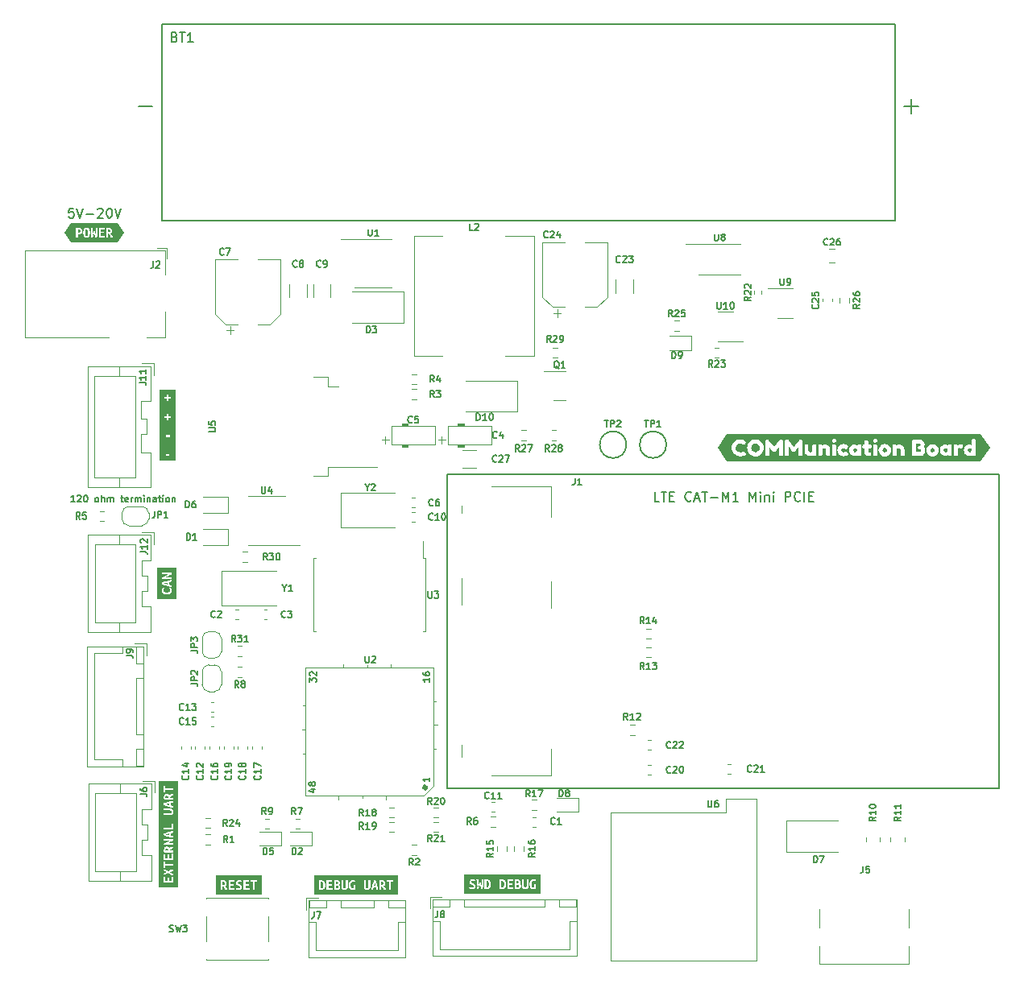
<source format=gbr>
%TF.GenerationSoftware,KiCad,Pcbnew,(6.0.6)*%
%TF.CreationDate,2022-09-23T20:04:06+09:00*%
%TF.ProjectId,LTE-base-H1,4c54452d-6261-4736-952d-48312e6b6963,rev?*%
%TF.SameCoordinates,Original*%
%TF.FileFunction,Legend,Top*%
%TF.FilePolarity,Positive*%
%FSLAX46Y46*%
G04 Gerber Fmt 4.6, Leading zero omitted, Abs format (unit mm)*
G04 Created by KiCad (PCBNEW (6.0.6)) date 2022-09-23 20:04:06*
%MOMM*%
%LPD*%
G01*
G04 APERTURE LIST*
%ADD10C,0.150000*%
%ADD11C,0.120000*%
%ADD12C,0.100000*%
%ADD13C,0.127000*%
%ADD14C,0.400000*%
G04 APERTURE END LIST*
D10*
X199500000Y-135999999D02*
X141500000Y-136000000D01*
X141500000Y-103000000D01*
X199500000Y-103000000D01*
X199500000Y-135999999D01*
X102341666Y-105916666D02*
X101941666Y-105916666D01*
X102141666Y-105916666D02*
X102141666Y-105216666D01*
X102075000Y-105316666D01*
X102008333Y-105383333D01*
X101941666Y-105416666D01*
X102608333Y-105283333D02*
X102641666Y-105250000D01*
X102708333Y-105216666D01*
X102875000Y-105216666D01*
X102941666Y-105250000D01*
X102975000Y-105283333D01*
X103008333Y-105350000D01*
X103008333Y-105416666D01*
X102975000Y-105516666D01*
X102575000Y-105916666D01*
X103008333Y-105916666D01*
X103441666Y-105216666D02*
X103508333Y-105216666D01*
X103575000Y-105250000D01*
X103608333Y-105283333D01*
X103641666Y-105350000D01*
X103675000Y-105483333D01*
X103675000Y-105650000D01*
X103641666Y-105783333D01*
X103608333Y-105850000D01*
X103575000Y-105883333D01*
X103508333Y-105916666D01*
X103441666Y-105916666D01*
X103375000Y-105883333D01*
X103341666Y-105850000D01*
X103308333Y-105783333D01*
X103275000Y-105650000D01*
X103275000Y-105483333D01*
X103308333Y-105350000D01*
X103341666Y-105283333D01*
X103375000Y-105250000D01*
X103441666Y-105216666D01*
X104608333Y-105916666D02*
X104541666Y-105883333D01*
X104508333Y-105850000D01*
X104475000Y-105783333D01*
X104475000Y-105583333D01*
X104508333Y-105516666D01*
X104541666Y-105483333D01*
X104608333Y-105450000D01*
X104708333Y-105450000D01*
X104775000Y-105483333D01*
X104808333Y-105516666D01*
X104841666Y-105583333D01*
X104841666Y-105783333D01*
X104808333Y-105850000D01*
X104775000Y-105883333D01*
X104708333Y-105916666D01*
X104608333Y-105916666D01*
X105141666Y-105916666D02*
X105141666Y-105216666D01*
X105441666Y-105916666D02*
X105441666Y-105550000D01*
X105408333Y-105483333D01*
X105341666Y-105450000D01*
X105241666Y-105450000D01*
X105175000Y-105483333D01*
X105141666Y-105516666D01*
X105775000Y-105916666D02*
X105775000Y-105450000D01*
X105775000Y-105516666D02*
X105808333Y-105483333D01*
X105875000Y-105450000D01*
X105975000Y-105450000D01*
X106041666Y-105483333D01*
X106075000Y-105550000D01*
X106075000Y-105916666D01*
X106075000Y-105550000D02*
X106108333Y-105483333D01*
X106175000Y-105450000D01*
X106275000Y-105450000D01*
X106341666Y-105483333D01*
X106375000Y-105550000D01*
X106375000Y-105916666D01*
X107141666Y-105450000D02*
X107408333Y-105450000D01*
X107241666Y-105216666D02*
X107241666Y-105816666D01*
X107275000Y-105883333D01*
X107341666Y-105916666D01*
X107408333Y-105916666D01*
X107908333Y-105883333D02*
X107841666Y-105916666D01*
X107708333Y-105916666D01*
X107641666Y-105883333D01*
X107608333Y-105816666D01*
X107608333Y-105550000D01*
X107641666Y-105483333D01*
X107708333Y-105450000D01*
X107841666Y-105450000D01*
X107908333Y-105483333D01*
X107941666Y-105550000D01*
X107941666Y-105616666D01*
X107608333Y-105683333D01*
X108241666Y-105916666D02*
X108241666Y-105450000D01*
X108241666Y-105583333D02*
X108275000Y-105516666D01*
X108308333Y-105483333D01*
X108375000Y-105450000D01*
X108441666Y-105450000D01*
X108675000Y-105916666D02*
X108675000Y-105450000D01*
X108675000Y-105516666D02*
X108708333Y-105483333D01*
X108775000Y-105450000D01*
X108875000Y-105450000D01*
X108941666Y-105483333D01*
X108975000Y-105550000D01*
X108975000Y-105916666D01*
X108975000Y-105550000D02*
X109008333Y-105483333D01*
X109075000Y-105450000D01*
X109175000Y-105450000D01*
X109241666Y-105483333D01*
X109275000Y-105550000D01*
X109275000Y-105916666D01*
X109608333Y-105916666D02*
X109608333Y-105450000D01*
X109608333Y-105216666D02*
X109575000Y-105250000D01*
X109608333Y-105283333D01*
X109641666Y-105250000D01*
X109608333Y-105216666D01*
X109608333Y-105283333D01*
X109941666Y-105450000D02*
X109941666Y-105916666D01*
X109941666Y-105516666D02*
X109975000Y-105483333D01*
X110041666Y-105450000D01*
X110141666Y-105450000D01*
X110208333Y-105483333D01*
X110241666Y-105550000D01*
X110241666Y-105916666D01*
X110875000Y-105916666D02*
X110875000Y-105550000D01*
X110841666Y-105483333D01*
X110775000Y-105450000D01*
X110641666Y-105450000D01*
X110575000Y-105483333D01*
X110875000Y-105883333D02*
X110808333Y-105916666D01*
X110641666Y-105916666D01*
X110575000Y-105883333D01*
X110541666Y-105816666D01*
X110541666Y-105750000D01*
X110575000Y-105683333D01*
X110641666Y-105650000D01*
X110808333Y-105650000D01*
X110875000Y-105616666D01*
X111108333Y-105450000D02*
X111375000Y-105450000D01*
X111208333Y-105216666D02*
X111208333Y-105816666D01*
X111241666Y-105883333D01*
X111308333Y-105916666D01*
X111375000Y-105916666D01*
X111608333Y-105916666D02*
X111608333Y-105450000D01*
X111608333Y-105216666D02*
X111575000Y-105250000D01*
X111608333Y-105283333D01*
X111641666Y-105250000D01*
X111608333Y-105216666D01*
X111608333Y-105283333D01*
X112041666Y-105916666D02*
X111975000Y-105883333D01*
X111941666Y-105850000D01*
X111908333Y-105783333D01*
X111908333Y-105583333D01*
X111941666Y-105516666D01*
X111975000Y-105483333D01*
X112041666Y-105450000D01*
X112141666Y-105450000D01*
X112208333Y-105483333D01*
X112241666Y-105516666D01*
X112275000Y-105583333D01*
X112275000Y-105783333D01*
X112241666Y-105850000D01*
X112208333Y-105883333D01*
X112141666Y-105916666D01*
X112041666Y-105916666D01*
X112575000Y-105450000D02*
X112575000Y-105916666D01*
X112575000Y-105516666D02*
X112608333Y-105483333D01*
X112675000Y-105450000D01*
X112775000Y-105450000D01*
X112841666Y-105483333D01*
X112875000Y-105550000D01*
X112875000Y-105916666D01*
X102209523Y-75052380D02*
X101733333Y-75052380D01*
X101685714Y-75528571D01*
X101733333Y-75480952D01*
X101828571Y-75433333D01*
X102066666Y-75433333D01*
X102161904Y-75480952D01*
X102209523Y-75528571D01*
X102257142Y-75623809D01*
X102257142Y-75861904D01*
X102209523Y-75957142D01*
X102161904Y-76004761D01*
X102066666Y-76052380D01*
X101828571Y-76052380D01*
X101733333Y-76004761D01*
X101685714Y-75957142D01*
X102542857Y-75052380D02*
X102876190Y-76052380D01*
X103209523Y-75052380D01*
X103542857Y-75671428D02*
X104304761Y-75671428D01*
X104733333Y-75147619D02*
X104780952Y-75100000D01*
X104876190Y-75052380D01*
X105114285Y-75052380D01*
X105209523Y-75100000D01*
X105257142Y-75147619D01*
X105304761Y-75242857D01*
X105304761Y-75338095D01*
X105257142Y-75480952D01*
X104685714Y-76052380D01*
X105304761Y-76052380D01*
X105923809Y-75052380D02*
X106019047Y-75052380D01*
X106114285Y-75100000D01*
X106161904Y-75147619D01*
X106209523Y-75242857D01*
X106257142Y-75433333D01*
X106257142Y-75671428D01*
X106209523Y-75861904D01*
X106161904Y-75957142D01*
X106114285Y-76004761D01*
X106019047Y-76052380D01*
X105923809Y-76052380D01*
X105828571Y-76004761D01*
X105780952Y-75957142D01*
X105733333Y-75861904D01*
X105685714Y-75671428D01*
X105685714Y-75433333D01*
X105733333Y-75242857D01*
X105780952Y-75147619D01*
X105828571Y-75100000D01*
X105923809Y-75052380D01*
X106542857Y-75052380D02*
X106876190Y-76052380D01*
X107209523Y-75052380D01*
X163766666Y-105852380D02*
X163290476Y-105852380D01*
X163290476Y-104852380D01*
X163957142Y-104852380D02*
X164528571Y-104852380D01*
X164242857Y-105852380D02*
X164242857Y-104852380D01*
X164861904Y-105328571D02*
X165195238Y-105328571D01*
X165338095Y-105852380D02*
X164861904Y-105852380D01*
X164861904Y-104852380D01*
X165338095Y-104852380D01*
X167100000Y-105757142D02*
X167052380Y-105804761D01*
X166909523Y-105852380D01*
X166814285Y-105852380D01*
X166671428Y-105804761D01*
X166576190Y-105709523D01*
X166528571Y-105614285D01*
X166480952Y-105423809D01*
X166480952Y-105280952D01*
X166528571Y-105090476D01*
X166576190Y-104995238D01*
X166671428Y-104900000D01*
X166814285Y-104852380D01*
X166909523Y-104852380D01*
X167052380Y-104900000D01*
X167100000Y-104947619D01*
X167480952Y-105566666D02*
X167957142Y-105566666D01*
X167385714Y-105852380D02*
X167719047Y-104852380D01*
X168052380Y-105852380D01*
X168242857Y-104852380D02*
X168814285Y-104852380D01*
X168528571Y-105852380D02*
X168528571Y-104852380D01*
X169147619Y-105471428D02*
X169909523Y-105471428D01*
X170385714Y-105852380D02*
X170385714Y-104852380D01*
X170719047Y-105566666D01*
X171052380Y-104852380D01*
X171052380Y-105852380D01*
X172052380Y-105852380D02*
X171480952Y-105852380D01*
X171766666Y-105852380D02*
X171766666Y-104852380D01*
X171671428Y-104995238D01*
X171576190Y-105090476D01*
X171480952Y-105138095D01*
X173242857Y-105852380D02*
X173242857Y-104852380D01*
X173576190Y-105566666D01*
X173909523Y-104852380D01*
X173909523Y-105852380D01*
X174385714Y-105852380D02*
X174385714Y-105185714D01*
X174385714Y-104852380D02*
X174338095Y-104900000D01*
X174385714Y-104947619D01*
X174433333Y-104900000D01*
X174385714Y-104852380D01*
X174385714Y-104947619D01*
X174861904Y-105185714D02*
X174861904Y-105852380D01*
X174861904Y-105280952D02*
X174909523Y-105233333D01*
X175004761Y-105185714D01*
X175147619Y-105185714D01*
X175242857Y-105233333D01*
X175290476Y-105328571D01*
X175290476Y-105852380D01*
X175766666Y-105852380D02*
X175766666Y-105185714D01*
X175766666Y-104852380D02*
X175719047Y-104900000D01*
X175766666Y-104947619D01*
X175814285Y-104900000D01*
X175766666Y-104852380D01*
X175766666Y-104947619D01*
X177004761Y-105852380D02*
X177004761Y-104852380D01*
X177385714Y-104852380D01*
X177480952Y-104900000D01*
X177528571Y-104947619D01*
X177576190Y-105042857D01*
X177576190Y-105185714D01*
X177528571Y-105280952D01*
X177480952Y-105328571D01*
X177385714Y-105376190D01*
X177004761Y-105376190D01*
X178576190Y-105757142D02*
X178528571Y-105804761D01*
X178385714Y-105852380D01*
X178290476Y-105852380D01*
X178147619Y-105804761D01*
X178052380Y-105709523D01*
X178004761Y-105614285D01*
X177957142Y-105423809D01*
X177957142Y-105280952D01*
X178004761Y-105090476D01*
X178052380Y-104995238D01*
X178147619Y-104900000D01*
X178290476Y-104852380D01*
X178385714Y-104852380D01*
X178528571Y-104900000D01*
X178576190Y-104947619D01*
X179004761Y-105852380D02*
X179004761Y-104852380D01*
X179480952Y-105328571D02*
X179814285Y-105328571D01*
X179957142Y-105852380D02*
X179480952Y-105852380D01*
X179480952Y-104852380D01*
X179957142Y-104852380D01*
%TO.C,C15*%
X113750000Y-129250000D02*
X113716666Y-129283333D01*
X113616666Y-129316666D01*
X113550000Y-129316666D01*
X113450000Y-129283333D01*
X113383333Y-129216666D01*
X113350000Y-129150000D01*
X113316666Y-129016666D01*
X113316666Y-128916666D01*
X113350000Y-128783333D01*
X113383333Y-128716666D01*
X113450000Y-128650000D01*
X113550000Y-128616666D01*
X113616666Y-128616666D01*
X113716666Y-128650000D01*
X113750000Y-128683333D01*
X114416666Y-129316666D02*
X114016666Y-129316666D01*
X114216666Y-129316666D02*
X114216666Y-128616666D01*
X114150000Y-128716666D01*
X114083333Y-128783333D01*
X114016666Y-128816666D01*
X115050000Y-128616666D02*
X114716666Y-128616666D01*
X114683333Y-128950000D01*
X114716666Y-128916666D01*
X114783333Y-128883333D01*
X114950000Y-128883333D01*
X115016666Y-128916666D01*
X115050000Y-128950000D01*
X115083333Y-129016666D01*
X115083333Y-129183333D01*
X115050000Y-129250000D01*
X115016666Y-129283333D01*
X114950000Y-129316666D01*
X114783333Y-129316666D01*
X114716666Y-129283333D01*
X114683333Y-129250000D01*
%TO.C,J11*%
X109116666Y-93366666D02*
X109616666Y-93366666D01*
X109716666Y-93400000D01*
X109783333Y-93466666D01*
X109816666Y-93566666D01*
X109816666Y-93633333D01*
X109816666Y-92666666D02*
X109816666Y-93066666D01*
X109816666Y-92866666D02*
X109116666Y-92866666D01*
X109216666Y-92933333D01*
X109283333Y-93000000D01*
X109316666Y-93066666D01*
X109816666Y-92000000D02*
X109816666Y-92400000D01*
X109816666Y-92200000D02*
X109116666Y-92200000D01*
X109216666Y-92266666D01*
X109283333Y-92333333D01*
X109316666Y-92400000D01*
%TO.C,C10*%
X139950000Y-107750000D02*
X139916666Y-107783333D01*
X139816666Y-107816666D01*
X139750000Y-107816666D01*
X139650000Y-107783333D01*
X139583333Y-107716666D01*
X139550000Y-107650000D01*
X139516666Y-107516666D01*
X139516666Y-107416666D01*
X139550000Y-107283333D01*
X139583333Y-107216666D01*
X139650000Y-107150000D01*
X139750000Y-107116666D01*
X139816666Y-107116666D01*
X139916666Y-107150000D01*
X139950000Y-107183333D01*
X140616666Y-107816666D02*
X140216666Y-107816666D01*
X140416666Y-107816666D02*
X140416666Y-107116666D01*
X140350000Y-107216666D01*
X140283333Y-107283333D01*
X140216666Y-107316666D01*
X141050000Y-107116666D02*
X141116666Y-107116666D01*
X141183333Y-107150000D01*
X141216666Y-107183333D01*
X141250000Y-107250000D01*
X141283333Y-107383333D01*
X141283333Y-107550000D01*
X141250000Y-107683333D01*
X141216666Y-107750000D01*
X141183333Y-107783333D01*
X141116666Y-107816666D01*
X141050000Y-107816666D01*
X140983333Y-107783333D01*
X140950000Y-107750000D01*
X140916666Y-107683333D01*
X140883333Y-107550000D01*
X140883333Y-107383333D01*
X140916666Y-107250000D01*
X140950000Y-107183333D01*
X140983333Y-107150000D01*
X141050000Y-107116666D01*
%TO.C,C7*%
X117983333Y-79875000D02*
X117950000Y-79908333D01*
X117850000Y-79941666D01*
X117783333Y-79941666D01*
X117683333Y-79908333D01*
X117616666Y-79841666D01*
X117583333Y-79775000D01*
X117550000Y-79641666D01*
X117550000Y-79541666D01*
X117583333Y-79408333D01*
X117616666Y-79341666D01*
X117683333Y-79275000D01*
X117783333Y-79241666D01*
X117850000Y-79241666D01*
X117950000Y-79275000D01*
X117983333Y-79308333D01*
X118216666Y-79241666D02*
X118683333Y-79241666D01*
X118383333Y-79941666D01*
%TO.C,C5*%
X137783333Y-97550000D02*
X137750000Y-97583333D01*
X137650000Y-97616666D01*
X137583333Y-97616666D01*
X137483333Y-97583333D01*
X137416666Y-97516666D01*
X137383333Y-97450000D01*
X137350000Y-97316666D01*
X137350000Y-97216666D01*
X137383333Y-97083333D01*
X137416666Y-97016666D01*
X137483333Y-96950000D01*
X137583333Y-96916666D01*
X137650000Y-96916666D01*
X137750000Y-96950000D01*
X137783333Y-96983333D01*
X138416666Y-96916666D02*
X138083333Y-96916666D01*
X138050000Y-97250000D01*
X138083333Y-97216666D01*
X138150000Y-97183333D01*
X138316666Y-97183333D01*
X138383333Y-97216666D01*
X138416666Y-97250000D01*
X138450000Y-97316666D01*
X138450000Y-97483333D01*
X138416666Y-97550000D01*
X138383333Y-97583333D01*
X138316666Y-97616666D01*
X138150000Y-97616666D01*
X138083333Y-97583333D01*
X138050000Y-97550000D01*
%TO.C,R5*%
X102883333Y-107716666D02*
X102650000Y-107383333D01*
X102483333Y-107716666D02*
X102483333Y-107016666D01*
X102750000Y-107016666D01*
X102816666Y-107050000D01*
X102850000Y-107083333D01*
X102883333Y-107150000D01*
X102883333Y-107250000D01*
X102850000Y-107316666D01*
X102816666Y-107350000D01*
X102750000Y-107383333D01*
X102483333Y-107383333D01*
X103516666Y-107016666D02*
X103183333Y-107016666D01*
X103150000Y-107350000D01*
X103183333Y-107316666D01*
X103250000Y-107283333D01*
X103416666Y-107283333D01*
X103483333Y-107316666D01*
X103516666Y-107350000D01*
X103550000Y-107416666D01*
X103550000Y-107583333D01*
X103516666Y-107650000D01*
X103483333Y-107683333D01*
X103416666Y-107716666D01*
X103250000Y-107716666D01*
X103183333Y-107683333D01*
X103150000Y-107650000D01*
%TO.C,R6*%
X143983333Y-139816666D02*
X143750000Y-139483333D01*
X143583333Y-139816666D02*
X143583333Y-139116666D01*
X143850000Y-139116666D01*
X143916666Y-139150000D01*
X143950000Y-139183333D01*
X143983333Y-139250000D01*
X143983333Y-139350000D01*
X143950000Y-139416666D01*
X143916666Y-139450000D01*
X143850000Y-139483333D01*
X143583333Y-139483333D01*
X144583333Y-139116666D02*
X144450000Y-139116666D01*
X144383333Y-139150000D01*
X144350000Y-139183333D01*
X144283333Y-139283333D01*
X144250000Y-139416666D01*
X144250000Y-139683333D01*
X144283333Y-139750000D01*
X144316666Y-139783333D01*
X144383333Y-139816666D01*
X144516666Y-139816666D01*
X144583333Y-139783333D01*
X144616666Y-139750000D01*
X144650000Y-139683333D01*
X144650000Y-139516666D01*
X144616666Y-139450000D01*
X144583333Y-139416666D01*
X144516666Y-139383333D01*
X144383333Y-139383333D01*
X144316666Y-139416666D01*
X144283333Y-139450000D01*
X144250000Y-139516666D01*
%TO.C,R8*%
X119558333Y-125416666D02*
X119325000Y-125083333D01*
X119158333Y-125416666D02*
X119158333Y-124716666D01*
X119425000Y-124716666D01*
X119491666Y-124750000D01*
X119525000Y-124783333D01*
X119558333Y-124850000D01*
X119558333Y-124950000D01*
X119525000Y-125016666D01*
X119491666Y-125050000D01*
X119425000Y-125083333D01*
X119158333Y-125083333D01*
X119958333Y-125016666D02*
X119891666Y-124983333D01*
X119858333Y-124950000D01*
X119825000Y-124883333D01*
X119825000Y-124850000D01*
X119858333Y-124783333D01*
X119891666Y-124750000D01*
X119958333Y-124716666D01*
X120091666Y-124716666D01*
X120158333Y-124750000D01*
X120191666Y-124783333D01*
X120225000Y-124850000D01*
X120225000Y-124883333D01*
X120191666Y-124950000D01*
X120158333Y-124983333D01*
X120091666Y-125016666D01*
X119958333Y-125016666D01*
X119891666Y-125050000D01*
X119858333Y-125083333D01*
X119825000Y-125150000D01*
X119825000Y-125283333D01*
X119858333Y-125350000D01*
X119891666Y-125383333D01*
X119958333Y-125416666D01*
X120091666Y-125416666D01*
X120158333Y-125383333D01*
X120191666Y-125350000D01*
X120225000Y-125283333D01*
X120225000Y-125150000D01*
X120191666Y-125083333D01*
X120158333Y-125050000D01*
X120091666Y-125016666D01*
%TO.C,U5*%
X116416666Y-98533333D02*
X116983333Y-98533333D01*
X117050000Y-98500000D01*
X117083333Y-98466666D01*
X117116666Y-98400000D01*
X117116666Y-98266666D01*
X117083333Y-98200000D01*
X117050000Y-98166666D01*
X116983333Y-98133333D01*
X116416666Y-98133333D01*
X116416666Y-97466666D02*
X116416666Y-97800000D01*
X116750000Y-97833333D01*
X116716666Y-97800000D01*
X116683333Y-97733333D01*
X116683333Y-97566666D01*
X116716666Y-97500000D01*
X116750000Y-97466666D01*
X116816666Y-97433333D01*
X116983333Y-97433333D01*
X117050000Y-97466666D01*
X117083333Y-97500000D01*
X117116666Y-97566666D01*
X117116666Y-97733333D01*
X117083333Y-97800000D01*
X117050000Y-97833333D01*
%TO.C,U6*%
X168866666Y-137316666D02*
X168866666Y-137883333D01*
X168900000Y-137950000D01*
X168933333Y-137983333D01*
X169000000Y-138016666D01*
X169133333Y-138016666D01*
X169200000Y-137983333D01*
X169233333Y-137950000D01*
X169266666Y-137883333D01*
X169266666Y-137316666D01*
X169900000Y-137316666D02*
X169766666Y-137316666D01*
X169700000Y-137350000D01*
X169666666Y-137383333D01*
X169600000Y-137483333D01*
X169566666Y-137616666D01*
X169566666Y-137883333D01*
X169600000Y-137950000D01*
X169633333Y-137983333D01*
X169700000Y-138016666D01*
X169833333Y-138016666D01*
X169900000Y-137983333D01*
X169933333Y-137950000D01*
X169966666Y-137883333D01*
X169966666Y-137716666D01*
X169933333Y-137650000D01*
X169900000Y-137616666D01*
X169833333Y-137583333D01*
X169700000Y-137583333D01*
X169633333Y-137616666D01*
X169600000Y-137650000D01*
X169566666Y-137716666D01*
%TO.C,D5*%
X122133333Y-142966666D02*
X122133333Y-142266666D01*
X122300000Y-142266666D01*
X122400000Y-142300000D01*
X122466666Y-142366666D01*
X122500000Y-142433333D01*
X122533333Y-142566666D01*
X122533333Y-142666666D01*
X122500000Y-142800000D01*
X122466666Y-142866666D01*
X122400000Y-142933333D01*
X122300000Y-142966666D01*
X122133333Y-142966666D01*
X123166666Y-142266666D02*
X122833333Y-142266666D01*
X122800000Y-142600000D01*
X122833333Y-142566666D01*
X122900000Y-142533333D01*
X123066666Y-142533333D01*
X123133333Y-142566666D01*
X123166666Y-142600000D01*
X123200000Y-142666666D01*
X123200000Y-142833333D01*
X123166666Y-142900000D01*
X123133333Y-142933333D01*
X123066666Y-142966666D01*
X122900000Y-142966666D01*
X122833333Y-142933333D01*
X122800000Y-142900000D01*
%TO.C,D3*%
X132983333Y-88141666D02*
X132983333Y-87441666D01*
X133150000Y-87441666D01*
X133250000Y-87475000D01*
X133316666Y-87541666D01*
X133350000Y-87608333D01*
X133383333Y-87741666D01*
X133383333Y-87841666D01*
X133350000Y-87975000D01*
X133316666Y-88041666D01*
X133250000Y-88108333D01*
X133150000Y-88141666D01*
X132983333Y-88141666D01*
X133616666Y-87441666D02*
X134050000Y-87441666D01*
X133816666Y-87708333D01*
X133916666Y-87708333D01*
X133983333Y-87741666D01*
X134016666Y-87775000D01*
X134050000Y-87841666D01*
X134050000Y-88008333D01*
X134016666Y-88075000D01*
X133983333Y-88108333D01*
X133916666Y-88141666D01*
X133716666Y-88141666D01*
X133650000Y-88108333D01*
X133616666Y-88075000D01*
%TO.C,R31*%
X119225000Y-120616666D02*
X118991666Y-120283333D01*
X118825000Y-120616666D02*
X118825000Y-119916666D01*
X119091666Y-119916666D01*
X119158333Y-119950000D01*
X119191666Y-119983333D01*
X119225000Y-120050000D01*
X119225000Y-120150000D01*
X119191666Y-120216666D01*
X119158333Y-120250000D01*
X119091666Y-120283333D01*
X118825000Y-120283333D01*
X119458333Y-119916666D02*
X119891666Y-119916666D01*
X119658333Y-120183333D01*
X119758333Y-120183333D01*
X119825000Y-120216666D01*
X119858333Y-120250000D01*
X119891666Y-120316666D01*
X119891666Y-120483333D01*
X119858333Y-120550000D01*
X119825000Y-120583333D01*
X119758333Y-120616666D01*
X119558333Y-120616666D01*
X119491666Y-120583333D01*
X119458333Y-120550000D01*
X120558333Y-120616666D02*
X120158333Y-120616666D01*
X120358333Y-120616666D02*
X120358333Y-119916666D01*
X120291666Y-120016666D01*
X120225000Y-120083333D01*
X120158333Y-120116666D01*
%TO.C,D10*%
X144550000Y-97316666D02*
X144550000Y-96616666D01*
X144716666Y-96616666D01*
X144816666Y-96650000D01*
X144883333Y-96716666D01*
X144916666Y-96783333D01*
X144950000Y-96916666D01*
X144950000Y-97016666D01*
X144916666Y-97150000D01*
X144883333Y-97216666D01*
X144816666Y-97283333D01*
X144716666Y-97316666D01*
X144550000Y-97316666D01*
X145616666Y-97316666D02*
X145216666Y-97316666D01*
X145416666Y-97316666D02*
X145416666Y-96616666D01*
X145350000Y-96716666D01*
X145283333Y-96783333D01*
X145216666Y-96816666D01*
X146050000Y-96616666D02*
X146116666Y-96616666D01*
X146183333Y-96650000D01*
X146216666Y-96683333D01*
X146250000Y-96750000D01*
X146283333Y-96883333D01*
X146283333Y-97050000D01*
X146250000Y-97183333D01*
X146216666Y-97250000D01*
X146183333Y-97283333D01*
X146116666Y-97316666D01*
X146050000Y-97316666D01*
X145983333Y-97283333D01*
X145950000Y-97250000D01*
X145916666Y-97183333D01*
X145883333Y-97050000D01*
X145883333Y-96883333D01*
X145916666Y-96750000D01*
X145950000Y-96683333D01*
X145983333Y-96650000D01*
X146050000Y-96616666D01*
%TO.C,R29*%
X152350000Y-89116666D02*
X152116666Y-88783333D01*
X151950000Y-89116666D02*
X151950000Y-88416666D01*
X152216666Y-88416666D01*
X152283333Y-88450000D01*
X152316666Y-88483333D01*
X152350000Y-88550000D01*
X152350000Y-88650000D01*
X152316666Y-88716666D01*
X152283333Y-88750000D01*
X152216666Y-88783333D01*
X151950000Y-88783333D01*
X152616666Y-88483333D02*
X152650000Y-88450000D01*
X152716666Y-88416666D01*
X152883333Y-88416666D01*
X152950000Y-88450000D01*
X152983333Y-88483333D01*
X153016666Y-88550000D01*
X153016666Y-88616666D01*
X152983333Y-88716666D01*
X152583333Y-89116666D01*
X153016666Y-89116666D01*
X153350000Y-89116666D02*
X153483333Y-89116666D01*
X153550000Y-89083333D01*
X153583333Y-89050000D01*
X153650000Y-88950000D01*
X153683333Y-88816666D01*
X153683333Y-88550000D01*
X153650000Y-88483333D01*
X153616666Y-88450000D01*
X153550000Y-88416666D01*
X153416666Y-88416666D01*
X153350000Y-88450000D01*
X153316666Y-88483333D01*
X153283333Y-88550000D01*
X153283333Y-88716666D01*
X153316666Y-88783333D01*
X153350000Y-88816666D01*
X153416666Y-88850000D01*
X153550000Y-88850000D01*
X153616666Y-88816666D01*
X153650000Y-88783333D01*
X153683333Y-88716666D01*
%TO.C,R3*%
X140083333Y-94916666D02*
X139850000Y-94583333D01*
X139683333Y-94916666D02*
X139683333Y-94216666D01*
X139950000Y-94216666D01*
X140016666Y-94250000D01*
X140050000Y-94283333D01*
X140083333Y-94350000D01*
X140083333Y-94450000D01*
X140050000Y-94516666D01*
X140016666Y-94550000D01*
X139950000Y-94583333D01*
X139683333Y-94583333D01*
X140316666Y-94216666D02*
X140750000Y-94216666D01*
X140516666Y-94483333D01*
X140616666Y-94483333D01*
X140683333Y-94516666D01*
X140716666Y-94550000D01*
X140750000Y-94616666D01*
X140750000Y-94783333D01*
X140716666Y-94850000D01*
X140683333Y-94883333D01*
X140616666Y-94916666D01*
X140416666Y-94916666D01*
X140350000Y-94883333D01*
X140316666Y-94850000D01*
%TO.C,R7*%
X125533333Y-138766666D02*
X125300000Y-138433333D01*
X125133333Y-138766666D02*
X125133333Y-138066666D01*
X125400000Y-138066666D01*
X125466666Y-138100000D01*
X125500000Y-138133333D01*
X125533333Y-138200000D01*
X125533333Y-138300000D01*
X125500000Y-138366666D01*
X125466666Y-138400000D01*
X125400000Y-138433333D01*
X125133333Y-138433333D01*
X125766666Y-138066666D02*
X126233333Y-138066666D01*
X125933333Y-138766666D01*
%TO.C,C6*%
X139983333Y-106250000D02*
X139950000Y-106283333D01*
X139850000Y-106316666D01*
X139783333Y-106316666D01*
X139683333Y-106283333D01*
X139616666Y-106216666D01*
X139583333Y-106150000D01*
X139550000Y-106016666D01*
X139550000Y-105916666D01*
X139583333Y-105783333D01*
X139616666Y-105716666D01*
X139683333Y-105650000D01*
X139783333Y-105616666D01*
X139850000Y-105616666D01*
X139950000Y-105650000D01*
X139983333Y-105683333D01*
X140583333Y-105616666D02*
X140450000Y-105616666D01*
X140383333Y-105650000D01*
X140350000Y-105683333D01*
X140283333Y-105783333D01*
X140250000Y-105916666D01*
X140250000Y-106183333D01*
X140283333Y-106250000D01*
X140316666Y-106283333D01*
X140383333Y-106316666D01*
X140516666Y-106316666D01*
X140583333Y-106283333D01*
X140616666Y-106250000D01*
X140650000Y-106183333D01*
X140650000Y-106016666D01*
X140616666Y-105950000D01*
X140583333Y-105916666D01*
X140516666Y-105883333D01*
X140383333Y-105883333D01*
X140316666Y-105916666D01*
X140283333Y-105950000D01*
X140250000Y-106016666D01*
%TO.C,D1*%
X114083333Y-109916666D02*
X114083333Y-109216666D01*
X114250000Y-109216666D01*
X114350000Y-109250000D01*
X114416666Y-109316666D01*
X114450000Y-109383333D01*
X114483333Y-109516666D01*
X114483333Y-109616666D01*
X114450000Y-109750000D01*
X114416666Y-109816666D01*
X114350000Y-109883333D01*
X114250000Y-109916666D01*
X114083333Y-109916666D01*
X115150000Y-109916666D02*
X114750000Y-109916666D01*
X114950000Y-109916666D02*
X114950000Y-109216666D01*
X114883333Y-109316666D01*
X114816666Y-109383333D01*
X114750000Y-109416666D01*
%TO.C,D2*%
X125183333Y-142966666D02*
X125183333Y-142266666D01*
X125350000Y-142266666D01*
X125450000Y-142300000D01*
X125516666Y-142366666D01*
X125550000Y-142433333D01*
X125583333Y-142566666D01*
X125583333Y-142666666D01*
X125550000Y-142800000D01*
X125516666Y-142866666D01*
X125450000Y-142933333D01*
X125350000Y-142966666D01*
X125183333Y-142966666D01*
X125850000Y-142333333D02*
X125883333Y-142300000D01*
X125950000Y-142266666D01*
X126116666Y-142266666D01*
X126183333Y-142300000D01*
X126216666Y-142333333D01*
X126250000Y-142400000D01*
X126250000Y-142466666D01*
X126216666Y-142566666D01*
X125816666Y-142966666D01*
X126250000Y-142966666D01*
%TO.C,R26*%
X184816666Y-85150000D02*
X184483333Y-85383333D01*
X184816666Y-85550000D02*
X184116666Y-85550000D01*
X184116666Y-85283333D01*
X184150000Y-85216666D01*
X184183333Y-85183333D01*
X184250000Y-85150000D01*
X184350000Y-85150000D01*
X184416666Y-85183333D01*
X184450000Y-85216666D01*
X184483333Y-85283333D01*
X184483333Y-85550000D01*
X184183333Y-84883333D02*
X184150000Y-84850000D01*
X184116666Y-84783333D01*
X184116666Y-84616666D01*
X184150000Y-84550000D01*
X184183333Y-84516666D01*
X184250000Y-84483333D01*
X184316666Y-84483333D01*
X184416666Y-84516666D01*
X184816666Y-84916666D01*
X184816666Y-84483333D01*
X184116666Y-83883333D02*
X184116666Y-84016666D01*
X184150000Y-84083333D01*
X184183333Y-84116666D01*
X184283333Y-84183333D01*
X184416666Y-84216666D01*
X184683333Y-84216666D01*
X184750000Y-84183333D01*
X184783333Y-84150000D01*
X184816666Y-84083333D01*
X184816666Y-83950000D01*
X184783333Y-83883333D01*
X184750000Y-83850000D01*
X184683333Y-83816666D01*
X184516666Y-83816666D01*
X184450000Y-83850000D01*
X184416666Y-83883333D01*
X184383333Y-83950000D01*
X184383333Y-84083333D01*
X184416666Y-84150000D01*
X184450000Y-84183333D01*
X184516666Y-84216666D01*
%TO.C,C21*%
X173450000Y-134250000D02*
X173416666Y-134283333D01*
X173316666Y-134316666D01*
X173250000Y-134316666D01*
X173150000Y-134283333D01*
X173083333Y-134216666D01*
X173050000Y-134150000D01*
X173016666Y-134016666D01*
X173016666Y-133916666D01*
X173050000Y-133783333D01*
X173083333Y-133716666D01*
X173150000Y-133650000D01*
X173250000Y-133616666D01*
X173316666Y-133616666D01*
X173416666Y-133650000D01*
X173450000Y-133683333D01*
X173716666Y-133683333D02*
X173750000Y-133650000D01*
X173816666Y-133616666D01*
X173983333Y-133616666D01*
X174050000Y-133650000D01*
X174083333Y-133683333D01*
X174116666Y-133750000D01*
X174116666Y-133816666D01*
X174083333Y-133916666D01*
X173683333Y-134316666D01*
X174116666Y-134316666D01*
X174783333Y-134316666D02*
X174383333Y-134316666D01*
X174583333Y-134316666D02*
X174583333Y-133616666D01*
X174516666Y-133716666D01*
X174450000Y-133783333D01*
X174383333Y-133816666D01*
%TO.C,Y2*%
X133066666Y-104383333D02*
X133066666Y-104716666D01*
X132833333Y-104016666D02*
X133066666Y-104383333D01*
X133300000Y-104016666D01*
X133500000Y-104083333D02*
X133533333Y-104050000D01*
X133600000Y-104016666D01*
X133766666Y-104016666D01*
X133833333Y-104050000D01*
X133866666Y-104083333D01*
X133900000Y-104150000D01*
X133900000Y-104216666D01*
X133866666Y-104316666D01*
X133466666Y-104716666D01*
X133900000Y-104716666D01*
%TO.C,R13*%
X162150000Y-123516666D02*
X161916666Y-123183333D01*
X161750000Y-123516666D02*
X161750000Y-122816666D01*
X162016666Y-122816666D01*
X162083333Y-122850000D01*
X162116666Y-122883333D01*
X162150000Y-122950000D01*
X162150000Y-123050000D01*
X162116666Y-123116666D01*
X162083333Y-123150000D01*
X162016666Y-123183333D01*
X161750000Y-123183333D01*
X162816666Y-123516666D02*
X162416666Y-123516666D01*
X162616666Y-123516666D02*
X162616666Y-122816666D01*
X162550000Y-122916666D01*
X162483333Y-122983333D01*
X162416666Y-123016666D01*
X163050000Y-122816666D02*
X163483333Y-122816666D01*
X163250000Y-123083333D01*
X163350000Y-123083333D01*
X163416666Y-123116666D01*
X163450000Y-123150000D01*
X163483333Y-123216666D01*
X163483333Y-123383333D01*
X163450000Y-123450000D01*
X163416666Y-123483333D01*
X163350000Y-123516666D01*
X163150000Y-123516666D01*
X163083333Y-123483333D01*
X163050000Y-123450000D01*
%TO.C,R4*%
X140083333Y-93316666D02*
X139850000Y-92983333D01*
X139683333Y-93316666D02*
X139683333Y-92616666D01*
X139950000Y-92616666D01*
X140016666Y-92650000D01*
X140050000Y-92683333D01*
X140083333Y-92750000D01*
X140083333Y-92850000D01*
X140050000Y-92916666D01*
X140016666Y-92950000D01*
X139950000Y-92983333D01*
X139683333Y-92983333D01*
X140683333Y-92850000D02*
X140683333Y-93316666D01*
X140516666Y-92583333D02*
X140350000Y-93083333D01*
X140783333Y-93083333D01*
%TO.C,Q1*%
X153233333Y-91883333D02*
X153166666Y-91850000D01*
X153100000Y-91783333D01*
X153000000Y-91683333D01*
X152933333Y-91650000D01*
X152866666Y-91650000D01*
X152900000Y-91816666D02*
X152833333Y-91783333D01*
X152766666Y-91716666D01*
X152733333Y-91583333D01*
X152733333Y-91350000D01*
X152766666Y-91216666D01*
X152833333Y-91150000D01*
X152900000Y-91116666D01*
X153033333Y-91116666D01*
X153100000Y-91150000D01*
X153166666Y-91216666D01*
X153200000Y-91350000D01*
X153200000Y-91583333D01*
X153166666Y-91716666D01*
X153100000Y-91783333D01*
X153033333Y-91816666D01*
X152900000Y-91816666D01*
X153866666Y-91816666D02*
X153466666Y-91816666D01*
X153666666Y-91816666D02*
X153666666Y-91116666D01*
X153600000Y-91216666D01*
X153533333Y-91283333D01*
X153466666Y-91316666D01*
%TO.C,R11*%
X189116666Y-139050000D02*
X188783333Y-139283333D01*
X189116666Y-139450000D02*
X188416666Y-139450000D01*
X188416666Y-139183333D01*
X188450000Y-139116666D01*
X188483333Y-139083333D01*
X188550000Y-139050000D01*
X188650000Y-139050000D01*
X188716666Y-139083333D01*
X188750000Y-139116666D01*
X188783333Y-139183333D01*
X188783333Y-139450000D01*
X189116666Y-138383333D02*
X189116666Y-138783333D01*
X189116666Y-138583333D02*
X188416666Y-138583333D01*
X188516666Y-138650000D01*
X188583333Y-138716666D01*
X188616666Y-138783333D01*
X189116666Y-137716666D02*
X189116666Y-138116666D01*
X189116666Y-137916666D02*
X188416666Y-137916666D01*
X188516666Y-137983333D01*
X188583333Y-138050000D01*
X188616666Y-138116666D01*
%TO.C,R10*%
X186516666Y-139050000D02*
X186183333Y-139283333D01*
X186516666Y-139450000D02*
X185816666Y-139450000D01*
X185816666Y-139183333D01*
X185850000Y-139116666D01*
X185883333Y-139083333D01*
X185950000Y-139050000D01*
X186050000Y-139050000D01*
X186116666Y-139083333D01*
X186150000Y-139116666D01*
X186183333Y-139183333D01*
X186183333Y-139450000D01*
X186516666Y-138383333D02*
X186516666Y-138783333D01*
X186516666Y-138583333D02*
X185816666Y-138583333D01*
X185916666Y-138650000D01*
X185983333Y-138716666D01*
X186016666Y-138783333D01*
X185816666Y-137950000D02*
X185816666Y-137883333D01*
X185850000Y-137816666D01*
X185883333Y-137783333D01*
X185950000Y-137750000D01*
X186083333Y-137716666D01*
X186250000Y-137716666D01*
X186383333Y-137750000D01*
X186450000Y-137783333D01*
X186483333Y-137816666D01*
X186516666Y-137883333D01*
X186516666Y-137950000D01*
X186483333Y-138016666D01*
X186450000Y-138050000D01*
X186383333Y-138083333D01*
X186250000Y-138116666D01*
X186083333Y-138116666D01*
X185950000Y-138083333D01*
X185883333Y-138050000D01*
X185850000Y-138016666D01*
X185816666Y-137950000D01*
%TO.C,C9*%
X128183333Y-81150000D02*
X128150000Y-81183333D01*
X128050000Y-81216666D01*
X127983333Y-81216666D01*
X127883333Y-81183333D01*
X127816666Y-81116666D01*
X127783333Y-81050000D01*
X127750000Y-80916666D01*
X127750000Y-80816666D01*
X127783333Y-80683333D01*
X127816666Y-80616666D01*
X127883333Y-80550000D01*
X127983333Y-80516666D01*
X128050000Y-80516666D01*
X128150000Y-80550000D01*
X128183333Y-80583333D01*
X128516666Y-81216666D02*
X128650000Y-81216666D01*
X128716666Y-81183333D01*
X128750000Y-81150000D01*
X128816666Y-81050000D01*
X128850000Y-80916666D01*
X128850000Y-80650000D01*
X128816666Y-80583333D01*
X128783333Y-80550000D01*
X128716666Y-80516666D01*
X128583333Y-80516666D01*
X128516666Y-80550000D01*
X128483333Y-80583333D01*
X128450000Y-80650000D01*
X128450000Y-80816666D01*
X128483333Y-80883333D01*
X128516666Y-80916666D01*
X128583333Y-80950000D01*
X128716666Y-80950000D01*
X128783333Y-80916666D01*
X128816666Y-80883333D01*
X128850000Y-80816666D01*
%TO.C,R1*%
X118383333Y-141716666D02*
X118150000Y-141383333D01*
X117983333Y-141716666D02*
X117983333Y-141016666D01*
X118250000Y-141016666D01*
X118316666Y-141050000D01*
X118350000Y-141083333D01*
X118383333Y-141150000D01*
X118383333Y-141250000D01*
X118350000Y-141316666D01*
X118316666Y-141350000D01*
X118250000Y-141383333D01*
X117983333Y-141383333D01*
X119050000Y-141716666D02*
X118650000Y-141716666D01*
X118850000Y-141716666D02*
X118850000Y-141016666D01*
X118783333Y-141116666D01*
X118716666Y-141183333D01*
X118650000Y-141216666D01*
%TO.C,C12*%
X115750000Y-134700000D02*
X115783333Y-134733333D01*
X115816666Y-134833333D01*
X115816666Y-134900000D01*
X115783333Y-135000000D01*
X115716666Y-135066666D01*
X115650000Y-135100000D01*
X115516666Y-135133333D01*
X115416666Y-135133333D01*
X115283333Y-135100000D01*
X115216666Y-135066666D01*
X115150000Y-135000000D01*
X115116666Y-134900000D01*
X115116666Y-134833333D01*
X115150000Y-134733333D01*
X115183333Y-134700000D01*
X115816666Y-134033333D02*
X115816666Y-134433333D01*
X115816666Y-134233333D02*
X115116666Y-134233333D01*
X115216666Y-134300000D01*
X115283333Y-134366666D01*
X115316666Y-134433333D01*
X115183333Y-133766666D02*
X115150000Y-133733333D01*
X115116666Y-133666666D01*
X115116666Y-133500000D01*
X115150000Y-133433333D01*
X115183333Y-133400000D01*
X115250000Y-133366666D01*
X115316666Y-133366666D01*
X115416666Y-133400000D01*
X115816666Y-133800000D01*
X115816666Y-133366666D01*
%TO.C,L2*%
X144183333Y-77341666D02*
X143850000Y-77341666D01*
X143850000Y-76641666D01*
X144383333Y-76708333D02*
X144416666Y-76675000D01*
X144483333Y-76641666D01*
X144650000Y-76641666D01*
X144716666Y-76675000D01*
X144750000Y-76708333D01*
X144783333Y-76775000D01*
X144783333Y-76841666D01*
X144750000Y-76941666D01*
X144350000Y-77341666D01*
X144783333Y-77341666D01*
%TO.C,U9*%
X176466666Y-82416666D02*
X176466666Y-82983333D01*
X176500000Y-83050000D01*
X176533333Y-83083333D01*
X176600000Y-83116666D01*
X176733333Y-83116666D01*
X176800000Y-83083333D01*
X176833333Y-83050000D01*
X176866666Y-82983333D01*
X176866666Y-82416666D01*
X177233333Y-83116666D02*
X177366666Y-83116666D01*
X177433333Y-83083333D01*
X177466666Y-83050000D01*
X177533333Y-82950000D01*
X177566666Y-82816666D01*
X177566666Y-82550000D01*
X177533333Y-82483333D01*
X177500000Y-82450000D01*
X177433333Y-82416666D01*
X177300000Y-82416666D01*
X177233333Y-82450000D01*
X177200000Y-82483333D01*
X177166666Y-82550000D01*
X177166666Y-82716666D01*
X177200000Y-82783333D01*
X177233333Y-82816666D01*
X177300000Y-82850000D01*
X177433333Y-82850000D01*
X177500000Y-82816666D01*
X177533333Y-82783333D01*
X177566666Y-82716666D01*
%TO.C,J7*%
X127466666Y-149016666D02*
X127466666Y-149516666D01*
X127433333Y-149616666D01*
X127366666Y-149683333D01*
X127266666Y-149716666D01*
X127200000Y-149716666D01*
X127733333Y-149016666D02*
X128200000Y-149016666D01*
X127900000Y-149716666D01*
%TO.C,TP2*%
X158016666Y-97316666D02*
X158416666Y-97316666D01*
X158216666Y-98016666D02*
X158216666Y-97316666D01*
X158650000Y-98016666D02*
X158650000Y-97316666D01*
X158916666Y-97316666D01*
X158983333Y-97350000D01*
X159016666Y-97383333D01*
X159050000Y-97450000D01*
X159050000Y-97550000D01*
X159016666Y-97616666D01*
X158983333Y-97650000D01*
X158916666Y-97683333D01*
X158650000Y-97683333D01*
X159316666Y-97383333D02*
X159350000Y-97350000D01*
X159416666Y-97316666D01*
X159583333Y-97316666D01*
X159650000Y-97350000D01*
X159683333Y-97383333D01*
X159716666Y-97450000D01*
X159716666Y-97516666D01*
X159683333Y-97616666D01*
X159283333Y-98016666D01*
X159716666Y-98016666D01*
%TO.C,J1*%
X154891666Y-103416666D02*
X154891666Y-103916666D01*
X154858333Y-104016666D01*
X154791666Y-104083333D01*
X154691666Y-104116666D01*
X154625000Y-104116666D01*
X155591666Y-104116666D02*
X155191666Y-104116666D01*
X155391666Y-104116666D02*
X155391666Y-103416666D01*
X155325000Y-103516666D01*
X155258333Y-103583333D01*
X155191666Y-103616666D01*
%TO.C,R22*%
X173416666Y-84350000D02*
X173083333Y-84583333D01*
X173416666Y-84750000D02*
X172716666Y-84750000D01*
X172716666Y-84483333D01*
X172750000Y-84416666D01*
X172783333Y-84383333D01*
X172850000Y-84350000D01*
X172950000Y-84350000D01*
X173016666Y-84383333D01*
X173050000Y-84416666D01*
X173083333Y-84483333D01*
X173083333Y-84750000D01*
X172783333Y-84083333D02*
X172750000Y-84050000D01*
X172716666Y-83983333D01*
X172716666Y-83816666D01*
X172750000Y-83750000D01*
X172783333Y-83716666D01*
X172850000Y-83683333D01*
X172916666Y-83683333D01*
X173016666Y-83716666D01*
X173416666Y-84116666D01*
X173416666Y-83683333D01*
X172783333Y-83416666D02*
X172750000Y-83383333D01*
X172716666Y-83316666D01*
X172716666Y-83150000D01*
X172750000Y-83083333D01*
X172783333Y-83050000D01*
X172850000Y-83016666D01*
X172916666Y-83016666D01*
X173016666Y-83050000D01*
X173416666Y-83450000D01*
X173416666Y-83016666D01*
%TO.C,C2*%
X117083333Y-118000000D02*
X117050000Y-118033333D01*
X116950000Y-118066666D01*
X116883333Y-118066666D01*
X116783333Y-118033333D01*
X116716666Y-117966666D01*
X116683333Y-117900000D01*
X116650000Y-117766666D01*
X116650000Y-117666666D01*
X116683333Y-117533333D01*
X116716666Y-117466666D01*
X116783333Y-117400000D01*
X116883333Y-117366666D01*
X116950000Y-117366666D01*
X117050000Y-117400000D01*
X117083333Y-117433333D01*
X117350000Y-117433333D02*
X117383333Y-117400000D01*
X117450000Y-117366666D01*
X117616666Y-117366666D01*
X117683333Y-117400000D01*
X117716666Y-117433333D01*
X117750000Y-117500000D01*
X117750000Y-117566666D01*
X117716666Y-117666666D01*
X117316666Y-118066666D01*
X117750000Y-118066666D01*
%TO.C,C22*%
X164950000Y-131750000D02*
X164916666Y-131783333D01*
X164816666Y-131816666D01*
X164750000Y-131816666D01*
X164650000Y-131783333D01*
X164583333Y-131716666D01*
X164550000Y-131650000D01*
X164516666Y-131516666D01*
X164516666Y-131416666D01*
X164550000Y-131283333D01*
X164583333Y-131216666D01*
X164650000Y-131150000D01*
X164750000Y-131116666D01*
X164816666Y-131116666D01*
X164916666Y-131150000D01*
X164950000Y-131183333D01*
X165216666Y-131183333D02*
X165250000Y-131150000D01*
X165316666Y-131116666D01*
X165483333Y-131116666D01*
X165550000Y-131150000D01*
X165583333Y-131183333D01*
X165616666Y-131250000D01*
X165616666Y-131316666D01*
X165583333Y-131416666D01*
X165183333Y-131816666D01*
X165616666Y-131816666D01*
X165883333Y-131183333D02*
X165916666Y-131150000D01*
X165983333Y-131116666D01*
X166150000Y-131116666D01*
X166216666Y-131150000D01*
X166250000Y-131183333D01*
X166283333Y-131250000D01*
X166283333Y-131316666D01*
X166250000Y-131416666D01*
X165850000Y-131816666D01*
X166283333Y-131816666D01*
%TO.C,C17*%
X121800000Y-134700000D02*
X121833333Y-134733333D01*
X121866666Y-134833333D01*
X121866666Y-134900000D01*
X121833333Y-135000000D01*
X121766666Y-135066666D01*
X121700000Y-135100000D01*
X121566666Y-135133333D01*
X121466666Y-135133333D01*
X121333333Y-135100000D01*
X121266666Y-135066666D01*
X121200000Y-135000000D01*
X121166666Y-134900000D01*
X121166666Y-134833333D01*
X121200000Y-134733333D01*
X121233333Y-134700000D01*
X121866666Y-134033333D02*
X121866666Y-134433333D01*
X121866666Y-134233333D02*
X121166666Y-134233333D01*
X121266666Y-134300000D01*
X121333333Y-134366666D01*
X121366666Y-134433333D01*
X121166666Y-133800000D02*
X121166666Y-133333333D01*
X121866666Y-133633333D01*
%TO.C,R15*%
X146316666Y-142850000D02*
X145983333Y-143083333D01*
X146316666Y-143250000D02*
X145616666Y-143250000D01*
X145616666Y-142983333D01*
X145650000Y-142916666D01*
X145683333Y-142883333D01*
X145750000Y-142850000D01*
X145850000Y-142850000D01*
X145916666Y-142883333D01*
X145950000Y-142916666D01*
X145983333Y-142983333D01*
X145983333Y-143250000D01*
X146316666Y-142183333D02*
X146316666Y-142583333D01*
X146316666Y-142383333D02*
X145616666Y-142383333D01*
X145716666Y-142450000D01*
X145783333Y-142516666D01*
X145816666Y-142583333D01*
X145616666Y-141550000D02*
X145616666Y-141883333D01*
X145950000Y-141916666D01*
X145916666Y-141883333D01*
X145883333Y-141816666D01*
X145883333Y-141650000D01*
X145916666Y-141583333D01*
X145950000Y-141550000D01*
X146016666Y-141516666D01*
X146183333Y-141516666D01*
X146250000Y-141550000D01*
X146283333Y-141583333D01*
X146316666Y-141650000D01*
X146316666Y-141816666D01*
X146283333Y-141883333D01*
X146250000Y-141916666D01*
%TO.C,C19*%
X118750000Y-134700000D02*
X118783333Y-134733333D01*
X118816666Y-134833333D01*
X118816666Y-134900000D01*
X118783333Y-135000000D01*
X118716666Y-135066666D01*
X118650000Y-135100000D01*
X118516666Y-135133333D01*
X118416666Y-135133333D01*
X118283333Y-135100000D01*
X118216666Y-135066666D01*
X118150000Y-135000000D01*
X118116666Y-134900000D01*
X118116666Y-134833333D01*
X118150000Y-134733333D01*
X118183333Y-134700000D01*
X118816666Y-134033333D02*
X118816666Y-134433333D01*
X118816666Y-134233333D02*
X118116666Y-134233333D01*
X118216666Y-134300000D01*
X118283333Y-134366666D01*
X118316666Y-134433333D01*
X118816666Y-133700000D02*
X118816666Y-133566666D01*
X118783333Y-133500000D01*
X118750000Y-133466666D01*
X118650000Y-133400000D01*
X118516666Y-133366666D01*
X118250000Y-133366666D01*
X118183333Y-133400000D01*
X118150000Y-133433333D01*
X118116666Y-133500000D01*
X118116666Y-133633333D01*
X118150000Y-133700000D01*
X118183333Y-133733333D01*
X118250000Y-133766666D01*
X118416666Y-133766666D01*
X118483333Y-133733333D01*
X118516666Y-133700000D01*
X118550000Y-133633333D01*
X118550000Y-133500000D01*
X118516666Y-133433333D01*
X118483333Y-133400000D01*
X118416666Y-133366666D01*
%TO.C,C11*%
X145850000Y-137050000D02*
X145816666Y-137083333D01*
X145716666Y-137116666D01*
X145650000Y-137116666D01*
X145550000Y-137083333D01*
X145483333Y-137016666D01*
X145450000Y-136950000D01*
X145416666Y-136816666D01*
X145416666Y-136716666D01*
X145450000Y-136583333D01*
X145483333Y-136516666D01*
X145550000Y-136450000D01*
X145650000Y-136416666D01*
X145716666Y-136416666D01*
X145816666Y-136450000D01*
X145850000Y-136483333D01*
X146516666Y-137116666D02*
X146116666Y-137116666D01*
X146316666Y-137116666D02*
X146316666Y-136416666D01*
X146250000Y-136516666D01*
X146183333Y-136583333D01*
X146116666Y-136616666D01*
X147183333Y-137116666D02*
X146783333Y-137116666D01*
X146983333Y-137116666D02*
X146983333Y-136416666D01*
X146916666Y-136516666D01*
X146850000Y-136583333D01*
X146783333Y-136616666D01*
%TO.C,R9*%
X122433333Y-138766666D02*
X122200000Y-138433333D01*
X122033333Y-138766666D02*
X122033333Y-138066666D01*
X122300000Y-138066666D01*
X122366666Y-138100000D01*
X122400000Y-138133333D01*
X122433333Y-138200000D01*
X122433333Y-138300000D01*
X122400000Y-138366666D01*
X122366666Y-138400000D01*
X122300000Y-138433333D01*
X122033333Y-138433333D01*
X122766666Y-138766666D02*
X122900000Y-138766666D01*
X122966666Y-138733333D01*
X123000000Y-138700000D01*
X123066666Y-138600000D01*
X123100000Y-138466666D01*
X123100000Y-138200000D01*
X123066666Y-138133333D01*
X123033333Y-138100000D01*
X122966666Y-138066666D01*
X122833333Y-138066666D01*
X122766666Y-138100000D01*
X122733333Y-138133333D01*
X122700000Y-138200000D01*
X122700000Y-138366666D01*
X122733333Y-138433333D01*
X122766666Y-138466666D01*
X122833333Y-138500000D01*
X122966666Y-138500000D01*
X123033333Y-138466666D01*
X123066666Y-138433333D01*
X123100000Y-138366666D01*
%TO.C,D7*%
X179983333Y-143816666D02*
X179983333Y-143116666D01*
X180150000Y-143116666D01*
X180250000Y-143150000D01*
X180316666Y-143216666D01*
X180350000Y-143283333D01*
X180383333Y-143416666D01*
X180383333Y-143516666D01*
X180350000Y-143650000D01*
X180316666Y-143716666D01*
X180250000Y-143783333D01*
X180150000Y-143816666D01*
X179983333Y-143816666D01*
X180616666Y-143116666D02*
X181083333Y-143116666D01*
X180783333Y-143816666D01*
%TO.C,C14*%
X114250000Y-134700000D02*
X114283333Y-134733333D01*
X114316666Y-134833333D01*
X114316666Y-134900000D01*
X114283333Y-135000000D01*
X114216666Y-135066666D01*
X114150000Y-135100000D01*
X114016666Y-135133333D01*
X113916666Y-135133333D01*
X113783333Y-135100000D01*
X113716666Y-135066666D01*
X113650000Y-135000000D01*
X113616666Y-134900000D01*
X113616666Y-134833333D01*
X113650000Y-134733333D01*
X113683333Y-134700000D01*
X114316666Y-134033333D02*
X114316666Y-134433333D01*
X114316666Y-134233333D02*
X113616666Y-134233333D01*
X113716666Y-134300000D01*
X113783333Y-134366666D01*
X113816666Y-134433333D01*
X113850000Y-133433333D02*
X114316666Y-133433333D01*
X113583333Y-133600000D02*
X114083333Y-133766666D01*
X114083333Y-133333333D01*
%TO.C,U3*%
X139466666Y-115316666D02*
X139466666Y-115883333D01*
X139500000Y-115950000D01*
X139533333Y-115983333D01*
X139600000Y-116016666D01*
X139733333Y-116016666D01*
X139800000Y-115983333D01*
X139833333Y-115950000D01*
X139866666Y-115883333D01*
X139866666Y-115316666D01*
X140133333Y-115316666D02*
X140566666Y-115316666D01*
X140333333Y-115583333D01*
X140433333Y-115583333D01*
X140500000Y-115616666D01*
X140533333Y-115650000D01*
X140566666Y-115716666D01*
X140566666Y-115883333D01*
X140533333Y-115950000D01*
X140500000Y-115983333D01*
X140433333Y-116016666D01*
X140233333Y-116016666D01*
X140166666Y-115983333D01*
X140133333Y-115950000D01*
%TO.C,Y1*%
X124366666Y-114983333D02*
X124366666Y-115316666D01*
X124133333Y-114616666D02*
X124366666Y-114983333D01*
X124600000Y-114616666D01*
X125200000Y-115316666D02*
X124800000Y-115316666D01*
X125000000Y-115316666D02*
X125000000Y-114616666D01*
X124933333Y-114716666D01*
X124866666Y-114783333D01*
X124800000Y-114816666D01*
%TO.C,TP1*%
X162216666Y-97316666D02*
X162616666Y-97316666D01*
X162416666Y-98016666D02*
X162416666Y-97316666D01*
X162850000Y-98016666D02*
X162850000Y-97316666D01*
X163116666Y-97316666D01*
X163183333Y-97350000D01*
X163216666Y-97383333D01*
X163250000Y-97450000D01*
X163250000Y-97550000D01*
X163216666Y-97616666D01*
X163183333Y-97650000D01*
X163116666Y-97683333D01*
X162850000Y-97683333D01*
X163916666Y-98016666D02*
X163516666Y-98016666D01*
X163716666Y-98016666D02*
X163716666Y-97316666D01*
X163650000Y-97416666D01*
X163583333Y-97483333D01*
X163516666Y-97516666D01*
%TO.C,R25*%
X165150000Y-86416666D02*
X164916666Y-86083333D01*
X164750000Y-86416666D02*
X164750000Y-85716666D01*
X165016666Y-85716666D01*
X165083333Y-85750000D01*
X165116666Y-85783333D01*
X165150000Y-85850000D01*
X165150000Y-85950000D01*
X165116666Y-86016666D01*
X165083333Y-86050000D01*
X165016666Y-86083333D01*
X164750000Y-86083333D01*
X165416666Y-85783333D02*
X165450000Y-85750000D01*
X165516666Y-85716666D01*
X165683333Y-85716666D01*
X165750000Y-85750000D01*
X165783333Y-85783333D01*
X165816666Y-85850000D01*
X165816666Y-85916666D01*
X165783333Y-86016666D01*
X165383333Y-86416666D01*
X165816666Y-86416666D01*
X166450000Y-85716666D02*
X166116666Y-85716666D01*
X166083333Y-86050000D01*
X166116666Y-86016666D01*
X166183333Y-85983333D01*
X166350000Y-85983333D01*
X166416666Y-86016666D01*
X166450000Y-86050000D01*
X166483333Y-86116666D01*
X166483333Y-86283333D01*
X166450000Y-86350000D01*
X166416666Y-86383333D01*
X166350000Y-86416666D01*
X166183333Y-86416666D01*
X166116666Y-86383333D01*
X166083333Y-86350000D01*
%TO.C,C26*%
X181450000Y-78850000D02*
X181416666Y-78883333D01*
X181316666Y-78916666D01*
X181250000Y-78916666D01*
X181150000Y-78883333D01*
X181083333Y-78816666D01*
X181050000Y-78750000D01*
X181016666Y-78616666D01*
X181016666Y-78516666D01*
X181050000Y-78383333D01*
X181083333Y-78316666D01*
X181150000Y-78250000D01*
X181250000Y-78216666D01*
X181316666Y-78216666D01*
X181416666Y-78250000D01*
X181450000Y-78283333D01*
X181716666Y-78283333D02*
X181750000Y-78250000D01*
X181816666Y-78216666D01*
X181983333Y-78216666D01*
X182050000Y-78250000D01*
X182083333Y-78283333D01*
X182116666Y-78350000D01*
X182116666Y-78416666D01*
X182083333Y-78516666D01*
X181683333Y-78916666D01*
X182116666Y-78916666D01*
X182716666Y-78216666D02*
X182583333Y-78216666D01*
X182516666Y-78250000D01*
X182483333Y-78283333D01*
X182416666Y-78383333D01*
X182383333Y-78516666D01*
X182383333Y-78783333D01*
X182416666Y-78850000D01*
X182450000Y-78883333D01*
X182516666Y-78916666D01*
X182650000Y-78916666D01*
X182716666Y-78883333D01*
X182750000Y-78850000D01*
X182783333Y-78783333D01*
X182783333Y-78616666D01*
X182750000Y-78550000D01*
X182716666Y-78516666D01*
X182650000Y-78483333D01*
X182516666Y-78483333D01*
X182450000Y-78516666D01*
X182416666Y-78550000D01*
X182383333Y-78616666D01*
%TO.C,C25*%
X180450000Y-85175000D02*
X180483333Y-85208333D01*
X180516666Y-85308333D01*
X180516666Y-85375000D01*
X180483333Y-85475000D01*
X180416666Y-85541666D01*
X180350000Y-85575000D01*
X180216666Y-85608333D01*
X180116666Y-85608333D01*
X179983333Y-85575000D01*
X179916666Y-85541666D01*
X179850000Y-85475000D01*
X179816666Y-85375000D01*
X179816666Y-85308333D01*
X179850000Y-85208333D01*
X179883333Y-85175000D01*
X179883333Y-84908333D02*
X179850000Y-84875000D01*
X179816666Y-84808333D01*
X179816666Y-84641666D01*
X179850000Y-84575000D01*
X179883333Y-84541666D01*
X179950000Y-84508333D01*
X180016666Y-84508333D01*
X180116666Y-84541666D01*
X180516666Y-84941666D01*
X180516666Y-84508333D01*
X179816666Y-83875000D02*
X179816666Y-84208333D01*
X180150000Y-84241666D01*
X180116666Y-84208333D01*
X180083333Y-84141666D01*
X180083333Y-83975000D01*
X180116666Y-83908333D01*
X180150000Y-83875000D01*
X180216666Y-83841666D01*
X180383333Y-83841666D01*
X180450000Y-83875000D01*
X180483333Y-83908333D01*
X180516666Y-83975000D01*
X180516666Y-84141666D01*
X180483333Y-84208333D01*
X180450000Y-84241666D01*
%TO.C,C20*%
X164950000Y-134350000D02*
X164916666Y-134383333D01*
X164816666Y-134416666D01*
X164750000Y-134416666D01*
X164650000Y-134383333D01*
X164583333Y-134316666D01*
X164550000Y-134250000D01*
X164516666Y-134116666D01*
X164516666Y-134016666D01*
X164550000Y-133883333D01*
X164583333Y-133816666D01*
X164650000Y-133750000D01*
X164750000Y-133716666D01*
X164816666Y-133716666D01*
X164916666Y-133750000D01*
X164950000Y-133783333D01*
X165216666Y-133783333D02*
X165250000Y-133750000D01*
X165316666Y-133716666D01*
X165483333Y-133716666D01*
X165550000Y-133750000D01*
X165583333Y-133783333D01*
X165616666Y-133850000D01*
X165616666Y-133916666D01*
X165583333Y-134016666D01*
X165183333Y-134416666D01*
X165616666Y-134416666D01*
X166050000Y-133716666D02*
X166116666Y-133716666D01*
X166183333Y-133750000D01*
X166216666Y-133783333D01*
X166250000Y-133850000D01*
X166283333Y-133983333D01*
X166283333Y-134150000D01*
X166250000Y-134283333D01*
X166216666Y-134350000D01*
X166183333Y-134383333D01*
X166116666Y-134416666D01*
X166050000Y-134416666D01*
X165983333Y-134383333D01*
X165950000Y-134350000D01*
X165916666Y-134283333D01*
X165883333Y-134150000D01*
X165883333Y-133983333D01*
X165916666Y-133850000D01*
X165950000Y-133783333D01*
X165983333Y-133750000D01*
X166050000Y-133716666D01*
%TO.C,R2*%
X137883333Y-144116666D02*
X137650000Y-143783333D01*
X137483333Y-144116666D02*
X137483333Y-143416666D01*
X137750000Y-143416666D01*
X137816666Y-143450000D01*
X137850000Y-143483333D01*
X137883333Y-143550000D01*
X137883333Y-143650000D01*
X137850000Y-143716666D01*
X137816666Y-143750000D01*
X137750000Y-143783333D01*
X137483333Y-143783333D01*
X138150000Y-143483333D02*
X138183333Y-143450000D01*
X138250000Y-143416666D01*
X138416666Y-143416666D01*
X138483333Y-143450000D01*
X138516666Y-143483333D01*
X138550000Y-143550000D01*
X138550000Y-143616666D01*
X138516666Y-143716666D01*
X138116666Y-144116666D01*
X138550000Y-144116666D01*
%TO.C,D6*%
X113983333Y-106516666D02*
X113983333Y-105816666D01*
X114150000Y-105816666D01*
X114250000Y-105850000D01*
X114316666Y-105916666D01*
X114350000Y-105983333D01*
X114383333Y-106116666D01*
X114383333Y-106216666D01*
X114350000Y-106350000D01*
X114316666Y-106416666D01*
X114250000Y-106483333D01*
X114150000Y-106516666D01*
X113983333Y-106516666D01*
X114983333Y-105816666D02*
X114850000Y-105816666D01*
X114783333Y-105850000D01*
X114750000Y-105883333D01*
X114683333Y-105983333D01*
X114650000Y-106116666D01*
X114650000Y-106383333D01*
X114683333Y-106450000D01*
X114716666Y-106483333D01*
X114783333Y-106516666D01*
X114916666Y-106516666D01*
X114983333Y-106483333D01*
X115016666Y-106450000D01*
X115050000Y-106383333D01*
X115050000Y-106216666D01*
X115016666Y-106150000D01*
X114983333Y-106116666D01*
X114916666Y-106083333D01*
X114783333Y-106083333D01*
X114716666Y-106116666D01*
X114683333Y-106150000D01*
X114650000Y-106216666D01*
%TO.C,D9*%
X165083333Y-90816666D02*
X165083333Y-90116666D01*
X165250000Y-90116666D01*
X165350000Y-90150000D01*
X165416666Y-90216666D01*
X165450000Y-90283333D01*
X165483333Y-90416666D01*
X165483333Y-90516666D01*
X165450000Y-90650000D01*
X165416666Y-90716666D01*
X165350000Y-90783333D01*
X165250000Y-90816666D01*
X165083333Y-90816666D01*
X165816666Y-90816666D02*
X165950000Y-90816666D01*
X166016666Y-90783333D01*
X166050000Y-90750000D01*
X166116666Y-90650000D01*
X166150000Y-90516666D01*
X166150000Y-90250000D01*
X166116666Y-90183333D01*
X166083333Y-90150000D01*
X166016666Y-90116666D01*
X165883333Y-90116666D01*
X165816666Y-90150000D01*
X165783333Y-90183333D01*
X165750000Y-90250000D01*
X165750000Y-90416666D01*
X165783333Y-90483333D01*
X165816666Y-90516666D01*
X165883333Y-90550000D01*
X166016666Y-90550000D01*
X166083333Y-90516666D01*
X166116666Y-90483333D01*
X166150000Y-90416666D01*
%TO.C,J9*%
X107741666Y-122083333D02*
X108241666Y-122083333D01*
X108341666Y-122116666D01*
X108408333Y-122183333D01*
X108441666Y-122283333D01*
X108441666Y-122350000D01*
X108441666Y-121716666D02*
X108441666Y-121583333D01*
X108408333Y-121516666D01*
X108375000Y-121483333D01*
X108275000Y-121416666D01*
X108141666Y-121383333D01*
X107875000Y-121383333D01*
X107808333Y-121416666D01*
X107775000Y-121450000D01*
X107741666Y-121516666D01*
X107741666Y-121650000D01*
X107775000Y-121716666D01*
X107808333Y-121750000D01*
X107875000Y-121783333D01*
X108041666Y-121783333D01*
X108108333Y-121750000D01*
X108141666Y-121716666D01*
X108175000Y-121650000D01*
X108175000Y-121516666D01*
X108141666Y-121450000D01*
X108108333Y-121416666D01*
X108041666Y-121383333D01*
%TO.C,R17*%
X150150000Y-136916666D02*
X149916666Y-136583333D01*
X149750000Y-136916666D02*
X149750000Y-136216666D01*
X150016666Y-136216666D01*
X150083333Y-136250000D01*
X150116666Y-136283333D01*
X150150000Y-136350000D01*
X150150000Y-136450000D01*
X150116666Y-136516666D01*
X150083333Y-136550000D01*
X150016666Y-136583333D01*
X149750000Y-136583333D01*
X150816666Y-136916666D02*
X150416666Y-136916666D01*
X150616666Y-136916666D02*
X150616666Y-136216666D01*
X150550000Y-136316666D01*
X150483333Y-136383333D01*
X150416666Y-136416666D01*
X151050000Y-136216666D02*
X151516666Y-136216666D01*
X151216666Y-136916666D01*
%TO.C,U1*%
X133166666Y-77241666D02*
X133166666Y-77808333D01*
X133200000Y-77875000D01*
X133233333Y-77908333D01*
X133300000Y-77941666D01*
X133433333Y-77941666D01*
X133500000Y-77908333D01*
X133533333Y-77875000D01*
X133566666Y-77808333D01*
X133566666Y-77241666D01*
X134266666Y-77941666D02*
X133866666Y-77941666D01*
X134066666Y-77941666D02*
X134066666Y-77241666D01*
X134000000Y-77341666D01*
X133933333Y-77408333D01*
X133866666Y-77441666D01*
%TO.C,BT1*%
X112814285Y-57028571D02*
X112957142Y-57076190D01*
X113004761Y-57123809D01*
X113052380Y-57219047D01*
X113052380Y-57361904D01*
X113004761Y-57457142D01*
X112957142Y-57504761D01*
X112861904Y-57552380D01*
X112480952Y-57552380D01*
X112480952Y-56552380D01*
X112814285Y-56552380D01*
X112909523Y-56600000D01*
X112957142Y-56647619D01*
X113004761Y-56742857D01*
X113004761Y-56838095D01*
X112957142Y-56933333D01*
X112909523Y-56980952D01*
X112814285Y-57028571D01*
X112480952Y-57028571D01*
X113338095Y-56552380D02*
X113909523Y-56552380D01*
X113623809Y-57552380D02*
X113623809Y-56552380D01*
X114766666Y-57552380D02*
X114195238Y-57552380D01*
X114480952Y-57552380D02*
X114480952Y-56552380D01*
X114385714Y-56695238D01*
X114290476Y-56790476D01*
X114195238Y-56838095D01*
%TO.C,C18*%
X120200000Y-134700000D02*
X120233333Y-134733333D01*
X120266666Y-134833333D01*
X120266666Y-134900000D01*
X120233333Y-135000000D01*
X120166666Y-135066666D01*
X120100000Y-135100000D01*
X119966666Y-135133333D01*
X119866666Y-135133333D01*
X119733333Y-135100000D01*
X119666666Y-135066666D01*
X119600000Y-135000000D01*
X119566666Y-134900000D01*
X119566666Y-134833333D01*
X119600000Y-134733333D01*
X119633333Y-134700000D01*
X120266666Y-134033333D02*
X120266666Y-134433333D01*
X120266666Y-134233333D02*
X119566666Y-134233333D01*
X119666666Y-134300000D01*
X119733333Y-134366666D01*
X119766666Y-134433333D01*
X119866666Y-133633333D02*
X119833333Y-133700000D01*
X119800000Y-133733333D01*
X119733333Y-133766666D01*
X119700000Y-133766666D01*
X119633333Y-133733333D01*
X119600000Y-133700000D01*
X119566666Y-133633333D01*
X119566666Y-133500000D01*
X119600000Y-133433333D01*
X119633333Y-133400000D01*
X119700000Y-133366666D01*
X119733333Y-133366666D01*
X119800000Y-133400000D01*
X119833333Y-133433333D01*
X119866666Y-133500000D01*
X119866666Y-133633333D01*
X119900000Y-133700000D01*
X119933333Y-133733333D01*
X120000000Y-133766666D01*
X120133333Y-133766666D01*
X120200000Y-133733333D01*
X120233333Y-133700000D01*
X120266666Y-133633333D01*
X120266666Y-133500000D01*
X120233333Y-133433333D01*
X120200000Y-133400000D01*
X120133333Y-133366666D01*
X120000000Y-133366666D01*
X119933333Y-133400000D01*
X119900000Y-133433333D01*
X119866666Y-133500000D01*
%TO.C,R14*%
X162150000Y-118716666D02*
X161916666Y-118383333D01*
X161750000Y-118716666D02*
X161750000Y-118016666D01*
X162016666Y-118016666D01*
X162083333Y-118050000D01*
X162116666Y-118083333D01*
X162150000Y-118150000D01*
X162150000Y-118250000D01*
X162116666Y-118316666D01*
X162083333Y-118350000D01*
X162016666Y-118383333D01*
X161750000Y-118383333D01*
X162816666Y-118716666D02*
X162416666Y-118716666D01*
X162616666Y-118716666D02*
X162616666Y-118016666D01*
X162550000Y-118116666D01*
X162483333Y-118183333D01*
X162416666Y-118216666D01*
X163416666Y-118250000D02*
X163416666Y-118716666D01*
X163250000Y-117983333D02*
X163083333Y-118483333D01*
X163516666Y-118483333D01*
%TO.C,U2*%
X132866666Y-122116666D02*
X132866666Y-122683333D01*
X132900000Y-122750000D01*
X132933333Y-122783333D01*
X133000000Y-122816666D01*
X133133333Y-122816666D01*
X133200000Y-122783333D01*
X133233333Y-122750000D01*
X133266666Y-122683333D01*
X133266666Y-122116666D01*
X133566666Y-122183333D02*
X133600000Y-122150000D01*
X133666666Y-122116666D01*
X133833333Y-122116666D01*
X133900000Y-122150000D01*
X133933333Y-122183333D01*
X133966666Y-122250000D01*
X133966666Y-122316666D01*
X133933333Y-122416666D01*
X133533333Y-122816666D01*
X133966666Y-122816666D01*
X127016666Y-124866666D02*
X127016666Y-124433333D01*
X127283333Y-124666666D01*
X127283333Y-124566666D01*
X127316666Y-124500000D01*
X127350000Y-124466666D01*
X127416666Y-124433333D01*
X127583333Y-124433333D01*
X127650000Y-124466666D01*
X127683333Y-124500000D01*
X127716666Y-124566666D01*
X127716666Y-124766666D01*
X127683333Y-124833333D01*
X127650000Y-124866666D01*
X127083333Y-124166666D02*
X127050000Y-124133333D01*
X127016666Y-124066666D01*
X127016666Y-123900000D01*
X127050000Y-123833333D01*
X127083333Y-123800000D01*
X127150000Y-123766666D01*
X127216666Y-123766666D01*
X127316666Y-123800000D01*
X127716666Y-124200000D01*
X127716666Y-123766666D01*
X127150000Y-136100000D02*
X127616666Y-136100000D01*
X126883333Y-136266666D02*
X127383333Y-136433333D01*
X127383333Y-136000000D01*
X127216666Y-135633333D02*
X127183333Y-135700000D01*
X127150000Y-135733333D01*
X127083333Y-135766666D01*
X127050000Y-135766666D01*
X126983333Y-135733333D01*
X126950000Y-135700000D01*
X126916666Y-135633333D01*
X126916666Y-135500000D01*
X126950000Y-135433333D01*
X126983333Y-135400000D01*
X127050000Y-135366666D01*
X127083333Y-135366666D01*
X127150000Y-135400000D01*
X127183333Y-135433333D01*
X127216666Y-135500000D01*
X127216666Y-135633333D01*
X127250000Y-135700000D01*
X127283333Y-135733333D01*
X127350000Y-135766666D01*
X127483333Y-135766666D01*
X127550000Y-135733333D01*
X127583333Y-135700000D01*
X127616666Y-135633333D01*
X127616666Y-135500000D01*
X127583333Y-135433333D01*
X127550000Y-135400000D01*
X127483333Y-135366666D01*
X127350000Y-135366666D01*
X127283333Y-135400000D01*
X127250000Y-135433333D01*
X127216666Y-135500000D01*
X139616666Y-124433333D02*
X139616666Y-124833333D01*
X139616666Y-124633333D02*
X138916666Y-124633333D01*
X139016666Y-124700000D01*
X139083333Y-124766666D01*
X139116666Y-124833333D01*
X138916666Y-123833333D02*
X138916666Y-123966666D01*
X138950000Y-124033333D01*
X138983333Y-124066666D01*
X139083333Y-124133333D01*
X139216666Y-124166666D01*
X139483333Y-124166666D01*
X139550000Y-124133333D01*
X139583333Y-124100000D01*
X139616666Y-124033333D01*
X139616666Y-123900000D01*
X139583333Y-123833333D01*
X139550000Y-123800000D01*
X139483333Y-123766666D01*
X139316666Y-123766666D01*
X139250000Y-123800000D01*
X139216666Y-123833333D01*
X139183333Y-123900000D01*
X139183333Y-124033333D01*
X139216666Y-124100000D01*
X139250000Y-124133333D01*
X139316666Y-124166666D01*
X139616666Y-134900000D02*
X139616666Y-135300000D01*
X139616666Y-135100000D02*
X138916666Y-135100000D01*
X139016666Y-135166666D01*
X139083333Y-135233333D01*
X139116666Y-135300000D01*
%TO.C,C1*%
X152783333Y-139750000D02*
X152750000Y-139783333D01*
X152650000Y-139816666D01*
X152583333Y-139816666D01*
X152483333Y-139783333D01*
X152416666Y-139716666D01*
X152383333Y-139650000D01*
X152350000Y-139516666D01*
X152350000Y-139416666D01*
X152383333Y-139283333D01*
X152416666Y-139216666D01*
X152483333Y-139150000D01*
X152583333Y-139116666D01*
X152650000Y-139116666D01*
X152750000Y-139150000D01*
X152783333Y-139183333D01*
X153450000Y-139816666D02*
X153050000Y-139816666D01*
X153250000Y-139816666D02*
X153250000Y-139116666D01*
X153183333Y-139216666D01*
X153116666Y-139283333D01*
X153050000Y-139316666D01*
%TO.C,R19*%
X132650000Y-140316666D02*
X132416666Y-139983333D01*
X132250000Y-140316666D02*
X132250000Y-139616666D01*
X132516666Y-139616666D01*
X132583333Y-139650000D01*
X132616666Y-139683333D01*
X132650000Y-139750000D01*
X132650000Y-139850000D01*
X132616666Y-139916666D01*
X132583333Y-139950000D01*
X132516666Y-139983333D01*
X132250000Y-139983333D01*
X133316666Y-140316666D02*
X132916666Y-140316666D01*
X133116666Y-140316666D02*
X133116666Y-139616666D01*
X133050000Y-139716666D01*
X132983333Y-139783333D01*
X132916666Y-139816666D01*
X133650000Y-140316666D02*
X133783333Y-140316666D01*
X133850000Y-140283333D01*
X133883333Y-140250000D01*
X133950000Y-140150000D01*
X133983333Y-140016666D01*
X133983333Y-139750000D01*
X133950000Y-139683333D01*
X133916666Y-139650000D01*
X133850000Y-139616666D01*
X133716666Y-139616666D01*
X133650000Y-139650000D01*
X133616666Y-139683333D01*
X133583333Y-139750000D01*
X133583333Y-139916666D01*
X133616666Y-139983333D01*
X133650000Y-140016666D01*
X133716666Y-140050000D01*
X133850000Y-140050000D01*
X133916666Y-140016666D01*
X133950000Y-139983333D01*
X133983333Y-139916666D01*
%TO.C,JP1*%
X110716666Y-106916666D02*
X110716666Y-107416666D01*
X110683333Y-107516666D01*
X110616666Y-107583333D01*
X110516666Y-107616666D01*
X110450000Y-107616666D01*
X111050000Y-107616666D02*
X111050000Y-106916666D01*
X111316666Y-106916666D01*
X111383333Y-106950000D01*
X111416666Y-106983333D01*
X111450000Y-107050000D01*
X111450000Y-107150000D01*
X111416666Y-107216666D01*
X111383333Y-107250000D01*
X111316666Y-107283333D01*
X111050000Y-107283333D01*
X112116666Y-107616666D02*
X111716666Y-107616666D01*
X111916666Y-107616666D02*
X111916666Y-106916666D01*
X111850000Y-107016666D01*
X111783333Y-107083333D01*
X111716666Y-107116666D01*
%TO.C,C4*%
X146683333Y-99150000D02*
X146650000Y-99183333D01*
X146550000Y-99216666D01*
X146483333Y-99216666D01*
X146383333Y-99183333D01*
X146316666Y-99116666D01*
X146283333Y-99050000D01*
X146250000Y-98916666D01*
X146250000Y-98816666D01*
X146283333Y-98683333D01*
X146316666Y-98616666D01*
X146383333Y-98550000D01*
X146483333Y-98516666D01*
X146550000Y-98516666D01*
X146650000Y-98550000D01*
X146683333Y-98583333D01*
X147283333Y-98750000D02*
X147283333Y-99216666D01*
X147116666Y-98483333D02*
X146950000Y-98983333D01*
X147383333Y-98983333D01*
%TO.C,U4*%
X121966666Y-104316666D02*
X121966666Y-104883333D01*
X122000000Y-104950000D01*
X122033333Y-104983333D01*
X122100000Y-105016666D01*
X122233333Y-105016666D01*
X122300000Y-104983333D01*
X122333333Y-104950000D01*
X122366666Y-104883333D01*
X122366666Y-104316666D01*
X123000000Y-104550000D02*
X123000000Y-105016666D01*
X122833333Y-104283333D02*
X122666666Y-104783333D01*
X123100000Y-104783333D01*
%TO.C,J5*%
X185162155Y-144212155D02*
X185162155Y-144712155D01*
X185128822Y-144812155D01*
X185062155Y-144878822D01*
X184962155Y-144912155D01*
X184895489Y-144912155D01*
X185828822Y-144212155D02*
X185495489Y-144212155D01*
X185462155Y-144545489D01*
X185495489Y-144512155D01*
X185562155Y-144478822D01*
X185728822Y-144478822D01*
X185795489Y-144512155D01*
X185828822Y-144545489D01*
X185862155Y-144612155D01*
X185862155Y-144778822D01*
X185828822Y-144845489D01*
X185795489Y-144878822D01*
X185728822Y-144912155D01*
X185562155Y-144912155D01*
X185495489Y-144878822D01*
X185462155Y-144845489D01*
%TO.C,C24*%
X152050000Y-78075000D02*
X152016666Y-78108333D01*
X151916666Y-78141666D01*
X151850000Y-78141666D01*
X151750000Y-78108333D01*
X151683333Y-78041666D01*
X151650000Y-77975000D01*
X151616666Y-77841666D01*
X151616666Y-77741666D01*
X151650000Y-77608333D01*
X151683333Y-77541666D01*
X151750000Y-77475000D01*
X151850000Y-77441666D01*
X151916666Y-77441666D01*
X152016666Y-77475000D01*
X152050000Y-77508333D01*
X152316666Y-77508333D02*
X152350000Y-77475000D01*
X152416666Y-77441666D01*
X152583333Y-77441666D01*
X152650000Y-77475000D01*
X152683333Y-77508333D01*
X152716666Y-77575000D01*
X152716666Y-77641666D01*
X152683333Y-77741666D01*
X152283333Y-78141666D01*
X152716666Y-78141666D01*
X153316666Y-77675000D02*
X153316666Y-78141666D01*
X153150000Y-77408333D02*
X152983333Y-77908333D01*
X153416666Y-77908333D01*
%TO.C,C3*%
X124483333Y-118000000D02*
X124450000Y-118033333D01*
X124350000Y-118066666D01*
X124283333Y-118066666D01*
X124183333Y-118033333D01*
X124116666Y-117966666D01*
X124083333Y-117900000D01*
X124050000Y-117766666D01*
X124050000Y-117666666D01*
X124083333Y-117533333D01*
X124116666Y-117466666D01*
X124183333Y-117400000D01*
X124283333Y-117366666D01*
X124350000Y-117366666D01*
X124450000Y-117400000D01*
X124483333Y-117433333D01*
X124716666Y-117366666D02*
X125150000Y-117366666D01*
X124916666Y-117633333D01*
X125016666Y-117633333D01*
X125083333Y-117666666D01*
X125116666Y-117700000D01*
X125150000Y-117766666D01*
X125150000Y-117933333D01*
X125116666Y-118000000D01*
X125083333Y-118033333D01*
X125016666Y-118066666D01*
X124816666Y-118066666D01*
X124750000Y-118033333D01*
X124716666Y-118000000D01*
%TO.C,C27*%
X146650000Y-101650000D02*
X146616666Y-101683333D01*
X146516666Y-101716666D01*
X146450000Y-101716666D01*
X146350000Y-101683333D01*
X146283333Y-101616666D01*
X146250000Y-101550000D01*
X146216666Y-101416666D01*
X146216666Y-101316666D01*
X146250000Y-101183333D01*
X146283333Y-101116666D01*
X146350000Y-101050000D01*
X146450000Y-101016666D01*
X146516666Y-101016666D01*
X146616666Y-101050000D01*
X146650000Y-101083333D01*
X146916666Y-101083333D02*
X146950000Y-101050000D01*
X147016666Y-101016666D01*
X147183333Y-101016666D01*
X147250000Y-101050000D01*
X147283333Y-101083333D01*
X147316666Y-101150000D01*
X147316666Y-101216666D01*
X147283333Y-101316666D01*
X146883333Y-101716666D01*
X147316666Y-101716666D01*
X147550000Y-101016666D02*
X148016666Y-101016666D01*
X147716666Y-101716666D01*
%TO.C,C16*%
X117300000Y-134700000D02*
X117333333Y-134733333D01*
X117366666Y-134833333D01*
X117366666Y-134900000D01*
X117333333Y-135000000D01*
X117266666Y-135066666D01*
X117200000Y-135100000D01*
X117066666Y-135133333D01*
X116966666Y-135133333D01*
X116833333Y-135100000D01*
X116766666Y-135066666D01*
X116700000Y-135000000D01*
X116666666Y-134900000D01*
X116666666Y-134833333D01*
X116700000Y-134733333D01*
X116733333Y-134700000D01*
X117366666Y-134033333D02*
X117366666Y-134433333D01*
X117366666Y-134233333D02*
X116666666Y-134233333D01*
X116766666Y-134300000D01*
X116833333Y-134366666D01*
X116866666Y-134433333D01*
X116666666Y-133433333D02*
X116666666Y-133566666D01*
X116700000Y-133633333D01*
X116733333Y-133666666D01*
X116833333Y-133733333D01*
X116966666Y-133766666D01*
X117233333Y-133766666D01*
X117300000Y-133733333D01*
X117333333Y-133700000D01*
X117366666Y-133633333D01*
X117366666Y-133500000D01*
X117333333Y-133433333D01*
X117300000Y-133400000D01*
X117233333Y-133366666D01*
X117066666Y-133366666D01*
X117000000Y-133400000D01*
X116966666Y-133433333D01*
X116933333Y-133500000D01*
X116933333Y-133633333D01*
X116966666Y-133700000D01*
X117000000Y-133733333D01*
X117066666Y-133766666D01*
%TO.C,R18*%
X132650000Y-138916666D02*
X132416666Y-138583333D01*
X132250000Y-138916666D02*
X132250000Y-138216666D01*
X132516666Y-138216666D01*
X132583333Y-138250000D01*
X132616666Y-138283333D01*
X132650000Y-138350000D01*
X132650000Y-138450000D01*
X132616666Y-138516666D01*
X132583333Y-138550000D01*
X132516666Y-138583333D01*
X132250000Y-138583333D01*
X133316666Y-138916666D02*
X132916666Y-138916666D01*
X133116666Y-138916666D02*
X133116666Y-138216666D01*
X133050000Y-138316666D01*
X132983333Y-138383333D01*
X132916666Y-138416666D01*
X133716666Y-138516666D02*
X133650000Y-138483333D01*
X133616666Y-138450000D01*
X133583333Y-138383333D01*
X133583333Y-138350000D01*
X133616666Y-138283333D01*
X133650000Y-138250000D01*
X133716666Y-138216666D01*
X133850000Y-138216666D01*
X133916666Y-138250000D01*
X133950000Y-138283333D01*
X133983333Y-138350000D01*
X133983333Y-138383333D01*
X133950000Y-138450000D01*
X133916666Y-138483333D01*
X133850000Y-138516666D01*
X133716666Y-138516666D01*
X133650000Y-138550000D01*
X133616666Y-138583333D01*
X133583333Y-138650000D01*
X133583333Y-138783333D01*
X133616666Y-138850000D01*
X133650000Y-138883333D01*
X133716666Y-138916666D01*
X133850000Y-138916666D01*
X133916666Y-138883333D01*
X133950000Y-138850000D01*
X133983333Y-138783333D01*
X133983333Y-138650000D01*
X133950000Y-138583333D01*
X133916666Y-138550000D01*
X133850000Y-138516666D01*
%TO.C,C13*%
X113750000Y-127750000D02*
X113716666Y-127783333D01*
X113616666Y-127816666D01*
X113550000Y-127816666D01*
X113450000Y-127783333D01*
X113383333Y-127716666D01*
X113350000Y-127650000D01*
X113316666Y-127516666D01*
X113316666Y-127416666D01*
X113350000Y-127283333D01*
X113383333Y-127216666D01*
X113450000Y-127150000D01*
X113550000Y-127116666D01*
X113616666Y-127116666D01*
X113716666Y-127150000D01*
X113750000Y-127183333D01*
X114416666Y-127816666D02*
X114016666Y-127816666D01*
X114216666Y-127816666D02*
X114216666Y-127116666D01*
X114150000Y-127216666D01*
X114083333Y-127283333D01*
X114016666Y-127316666D01*
X114650000Y-127116666D02*
X115083333Y-127116666D01*
X114850000Y-127383333D01*
X114950000Y-127383333D01*
X115016666Y-127416666D01*
X115050000Y-127450000D01*
X115083333Y-127516666D01*
X115083333Y-127683333D01*
X115050000Y-127750000D01*
X115016666Y-127783333D01*
X114950000Y-127816666D01*
X114750000Y-127816666D01*
X114683333Y-127783333D01*
X114650000Y-127750000D01*
%TO.C,JP3*%
X114541666Y-121533333D02*
X115041666Y-121533333D01*
X115141666Y-121566666D01*
X115208333Y-121633333D01*
X115241666Y-121733333D01*
X115241666Y-121800000D01*
X115241666Y-121200000D02*
X114541666Y-121200000D01*
X114541666Y-120933333D01*
X114575000Y-120866666D01*
X114608333Y-120833333D01*
X114675000Y-120800000D01*
X114775000Y-120800000D01*
X114841666Y-120833333D01*
X114875000Y-120866666D01*
X114908333Y-120933333D01*
X114908333Y-121200000D01*
X114541666Y-120566666D02*
X114541666Y-120133333D01*
X114808333Y-120366666D01*
X114808333Y-120266666D01*
X114841666Y-120200000D01*
X114875000Y-120166666D01*
X114941666Y-120133333D01*
X115108333Y-120133333D01*
X115175000Y-120166666D01*
X115208333Y-120200000D01*
X115241666Y-120266666D01*
X115241666Y-120466666D01*
X115208333Y-120533333D01*
X115175000Y-120566666D01*
%TO.C,J12*%
X109241666Y-111166666D02*
X109741666Y-111166666D01*
X109841666Y-111200000D01*
X109908333Y-111266666D01*
X109941666Y-111366666D01*
X109941666Y-111433333D01*
X109941666Y-110466666D02*
X109941666Y-110866666D01*
X109941666Y-110666666D02*
X109241666Y-110666666D01*
X109341666Y-110733333D01*
X109408333Y-110800000D01*
X109441666Y-110866666D01*
X109308333Y-110200000D02*
X109275000Y-110166666D01*
X109241666Y-110100000D01*
X109241666Y-109933333D01*
X109275000Y-109866666D01*
X109308333Y-109833333D01*
X109375000Y-109800000D01*
X109441666Y-109800000D01*
X109541666Y-109833333D01*
X109941666Y-110233333D01*
X109941666Y-109800000D01*
%TO.C,R30*%
X122550000Y-112016666D02*
X122316666Y-111683333D01*
X122150000Y-112016666D02*
X122150000Y-111316666D01*
X122416666Y-111316666D01*
X122483333Y-111350000D01*
X122516666Y-111383333D01*
X122550000Y-111450000D01*
X122550000Y-111550000D01*
X122516666Y-111616666D01*
X122483333Y-111650000D01*
X122416666Y-111683333D01*
X122150000Y-111683333D01*
X122783333Y-111316666D02*
X123216666Y-111316666D01*
X122983333Y-111583333D01*
X123083333Y-111583333D01*
X123150000Y-111616666D01*
X123183333Y-111650000D01*
X123216666Y-111716666D01*
X123216666Y-111883333D01*
X123183333Y-111950000D01*
X123150000Y-111983333D01*
X123083333Y-112016666D01*
X122883333Y-112016666D01*
X122816666Y-111983333D01*
X122783333Y-111950000D01*
X123650000Y-111316666D02*
X123716666Y-111316666D01*
X123783333Y-111350000D01*
X123816666Y-111383333D01*
X123850000Y-111450000D01*
X123883333Y-111583333D01*
X123883333Y-111750000D01*
X123850000Y-111883333D01*
X123816666Y-111950000D01*
X123783333Y-111983333D01*
X123716666Y-112016666D01*
X123650000Y-112016666D01*
X123583333Y-111983333D01*
X123550000Y-111950000D01*
X123516666Y-111883333D01*
X123483333Y-111750000D01*
X123483333Y-111583333D01*
X123516666Y-111450000D01*
X123550000Y-111383333D01*
X123583333Y-111350000D01*
X123650000Y-111316666D01*
%TO.C,R27*%
X149050000Y-100616666D02*
X148816666Y-100283333D01*
X148650000Y-100616666D02*
X148650000Y-99916666D01*
X148916666Y-99916666D01*
X148983333Y-99950000D01*
X149016666Y-99983333D01*
X149050000Y-100050000D01*
X149050000Y-100150000D01*
X149016666Y-100216666D01*
X148983333Y-100250000D01*
X148916666Y-100283333D01*
X148650000Y-100283333D01*
X149316666Y-99983333D02*
X149350000Y-99950000D01*
X149416666Y-99916666D01*
X149583333Y-99916666D01*
X149650000Y-99950000D01*
X149683333Y-99983333D01*
X149716666Y-100050000D01*
X149716666Y-100116666D01*
X149683333Y-100216666D01*
X149283333Y-100616666D01*
X149716666Y-100616666D01*
X149950000Y-99916666D02*
X150416666Y-99916666D01*
X150116666Y-100616666D01*
%TO.C,SW3*%
X112266666Y-151083333D02*
X112366666Y-151116666D01*
X112533333Y-151116666D01*
X112600000Y-151083333D01*
X112633333Y-151050000D01*
X112666666Y-150983333D01*
X112666666Y-150916666D01*
X112633333Y-150850000D01*
X112600000Y-150816666D01*
X112533333Y-150783333D01*
X112400000Y-150750000D01*
X112333333Y-150716666D01*
X112300000Y-150683333D01*
X112266666Y-150616666D01*
X112266666Y-150550000D01*
X112300000Y-150483333D01*
X112333333Y-150450000D01*
X112400000Y-150416666D01*
X112566666Y-150416666D01*
X112666666Y-150450000D01*
X112900000Y-150416666D02*
X113066666Y-151116666D01*
X113200000Y-150616666D01*
X113333333Y-151116666D01*
X113500000Y-150416666D01*
X113700000Y-150416666D02*
X114133333Y-150416666D01*
X113900000Y-150683333D01*
X114000000Y-150683333D01*
X114066666Y-150716666D01*
X114100000Y-150750000D01*
X114133333Y-150816666D01*
X114133333Y-150983333D01*
X114100000Y-151050000D01*
X114066666Y-151083333D01*
X114000000Y-151116666D01*
X113800000Y-151116666D01*
X113733333Y-151083333D01*
X113700000Y-151050000D01*
%TO.C,U10*%
X169833333Y-84916666D02*
X169833333Y-85483333D01*
X169866666Y-85550000D01*
X169900000Y-85583333D01*
X169966666Y-85616666D01*
X170100000Y-85616666D01*
X170166666Y-85583333D01*
X170200000Y-85550000D01*
X170233333Y-85483333D01*
X170233333Y-84916666D01*
X170933333Y-85616666D02*
X170533333Y-85616666D01*
X170733333Y-85616666D02*
X170733333Y-84916666D01*
X170666666Y-85016666D01*
X170600000Y-85083333D01*
X170533333Y-85116666D01*
X171366666Y-84916666D02*
X171433333Y-84916666D01*
X171500000Y-84950000D01*
X171533333Y-84983333D01*
X171566666Y-85050000D01*
X171600000Y-85183333D01*
X171600000Y-85350000D01*
X171566666Y-85483333D01*
X171533333Y-85550000D01*
X171500000Y-85583333D01*
X171433333Y-85616666D01*
X171366666Y-85616666D01*
X171300000Y-85583333D01*
X171266666Y-85550000D01*
X171233333Y-85483333D01*
X171200000Y-85350000D01*
X171200000Y-85183333D01*
X171233333Y-85050000D01*
X171266666Y-84983333D01*
X171300000Y-84950000D01*
X171366666Y-84916666D01*
%TO.C,C23*%
X159650000Y-80675000D02*
X159616666Y-80708333D01*
X159516666Y-80741666D01*
X159450000Y-80741666D01*
X159350000Y-80708333D01*
X159283333Y-80641666D01*
X159250000Y-80575000D01*
X159216666Y-80441666D01*
X159216666Y-80341666D01*
X159250000Y-80208333D01*
X159283333Y-80141666D01*
X159350000Y-80075000D01*
X159450000Y-80041666D01*
X159516666Y-80041666D01*
X159616666Y-80075000D01*
X159650000Y-80108333D01*
X159916666Y-80108333D02*
X159950000Y-80075000D01*
X160016666Y-80041666D01*
X160183333Y-80041666D01*
X160250000Y-80075000D01*
X160283333Y-80108333D01*
X160316666Y-80175000D01*
X160316666Y-80241666D01*
X160283333Y-80341666D01*
X159883333Y-80741666D01*
X160316666Y-80741666D01*
X160550000Y-80041666D02*
X160983333Y-80041666D01*
X160750000Y-80308333D01*
X160850000Y-80308333D01*
X160916666Y-80341666D01*
X160950000Y-80375000D01*
X160983333Y-80441666D01*
X160983333Y-80608333D01*
X160950000Y-80675000D01*
X160916666Y-80708333D01*
X160850000Y-80741666D01*
X160650000Y-80741666D01*
X160583333Y-80708333D01*
X160550000Y-80675000D01*
%TO.C,D8*%
X153233333Y-136891666D02*
X153233333Y-136191666D01*
X153400000Y-136191666D01*
X153500000Y-136225000D01*
X153566666Y-136291666D01*
X153600000Y-136358333D01*
X153633333Y-136491666D01*
X153633333Y-136591666D01*
X153600000Y-136725000D01*
X153566666Y-136791666D01*
X153500000Y-136858333D01*
X153400000Y-136891666D01*
X153233333Y-136891666D01*
X154033333Y-136491666D02*
X153966666Y-136458333D01*
X153933333Y-136425000D01*
X153900000Y-136358333D01*
X153900000Y-136325000D01*
X153933333Y-136258333D01*
X153966666Y-136225000D01*
X154033333Y-136191666D01*
X154166666Y-136191666D01*
X154233333Y-136225000D01*
X154266666Y-136258333D01*
X154300000Y-136325000D01*
X154300000Y-136358333D01*
X154266666Y-136425000D01*
X154233333Y-136458333D01*
X154166666Y-136491666D01*
X154033333Y-136491666D01*
X153966666Y-136525000D01*
X153933333Y-136558333D01*
X153900000Y-136625000D01*
X153900000Y-136758333D01*
X153933333Y-136825000D01*
X153966666Y-136858333D01*
X154033333Y-136891666D01*
X154166666Y-136891666D01*
X154233333Y-136858333D01*
X154266666Y-136825000D01*
X154300000Y-136758333D01*
X154300000Y-136625000D01*
X154266666Y-136558333D01*
X154233333Y-136525000D01*
X154166666Y-136491666D01*
%TO.C,U8*%
X169566666Y-77741666D02*
X169566666Y-78308333D01*
X169600000Y-78375000D01*
X169633333Y-78408333D01*
X169700000Y-78441666D01*
X169833333Y-78441666D01*
X169900000Y-78408333D01*
X169933333Y-78375000D01*
X169966666Y-78308333D01*
X169966666Y-77741666D01*
X170400000Y-78041666D02*
X170333333Y-78008333D01*
X170300000Y-77975000D01*
X170266666Y-77908333D01*
X170266666Y-77875000D01*
X170300000Y-77808333D01*
X170333333Y-77775000D01*
X170400000Y-77741666D01*
X170533333Y-77741666D01*
X170600000Y-77775000D01*
X170633333Y-77808333D01*
X170666666Y-77875000D01*
X170666666Y-77908333D01*
X170633333Y-77975000D01*
X170600000Y-78008333D01*
X170533333Y-78041666D01*
X170400000Y-78041666D01*
X170333333Y-78075000D01*
X170300000Y-78108333D01*
X170266666Y-78175000D01*
X170266666Y-78308333D01*
X170300000Y-78375000D01*
X170333333Y-78408333D01*
X170400000Y-78441666D01*
X170533333Y-78441666D01*
X170600000Y-78408333D01*
X170633333Y-78375000D01*
X170666666Y-78308333D01*
X170666666Y-78175000D01*
X170633333Y-78108333D01*
X170600000Y-78075000D01*
X170533333Y-78041666D01*
%TO.C,R12*%
X160450000Y-128816666D02*
X160216666Y-128483333D01*
X160050000Y-128816666D02*
X160050000Y-128116666D01*
X160316666Y-128116666D01*
X160383333Y-128150000D01*
X160416666Y-128183333D01*
X160450000Y-128250000D01*
X160450000Y-128350000D01*
X160416666Y-128416666D01*
X160383333Y-128450000D01*
X160316666Y-128483333D01*
X160050000Y-128483333D01*
X161116666Y-128816666D02*
X160716666Y-128816666D01*
X160916666Y-128816666D02*
X160916666Y-128116666D01*
X160850000Y-128216666D01*
X160783333Y-128283333D01*
X160716666Y-128316666D01*
X161383333Y-128183333D02*
X161416666Y-128150000D01*
X161483333Y-128116666D01*
X161650000Y-128116666D01*
X161716666Y-128150000D01*
X161750000Y-128183333D01*
X161783333Y-128250000D01*
X161783333Y-128316666D01*
X161750000Y-128416666D01*
X161350000Y-128816666D01*
X161783333Y-128816666D01*
%TO.C,R20*%
X139850000Y-137716666D02*
X139616666Y-137383333D01*
X139450000Y-137716666D02*
X139450000Y-137016666D01*
X139716666Y-137016666D01*
X139783333Y-137050000D01*
X139816666Y-137083333D01*
X139850000Y-137150000D01*
X139850000Y-137250000D01*
X139816666Y-137316666D01*
X139783333Y-137350000D01*
X139716666Y-137383333D01*
X139450000Y-137383333D01*
X140116666Y-137083333D02*
X140150000Y-137050000D01*
X140216666Y-137016666D01*
X140383333Y-137016666D01*
X140450000Y-137050000D01*
X140483333Y-137083333D01*
X140516666Y-137150000D01*
X140516666Y-137216666D01*
X140483333Y-137316666D01*
X140083333Y-137716666D01*
X140516666Y-137716666D01*
X140950000Y-137016666D02*
X141016666Y-137016666D01*
X141083333Y-137050000D01*
X141116666Y-137083333D01*
X141150000Y-137150000D01*
X141183333Y-137283333D01*
X141183333Y-137450000D01*
X141150000Y-137583333D01*
X141116666Y-137650000D01*
X141083333Y-137683333D01*
X141016666Y-137716666D01*
X140950000Y-137716666D01*
X140883333Y-137683333D01*
X140850000Y-137650000D01*
X140816666Y-137583333D01*
X140783333Y-137450000D01*
X140783333Y-137283333D01*
X140816666Y-137150000D01*
X140850000Y-137083333D01*
X140883333Y-137050000D01*
X140950000Y-137016666D01*
%TO.C,R24*%
X118350000Y-140016666D02*
X118116666Y-139683333D01*
X117950000Y-140016666D02*
X117950000Y-139316666D01*
X118216666Y-139316666D01*
X118283333Y-139350000D01*
X118316666Y-139383333D01*
X118350000Y-139450000D01*
X118350000Y-139550000D01*
X118316666Y-139616666D01*
X118283333Y-139650000D01*
X118216666Y-139683333D01*
X117950000Y-139683333D01*
X118616666Y-139383333D02*
X118650000Y-139350000D01*
X118716666Y-139316666D01*
X118883333Y-139316666D01*
X118950000Y-139350000D01*
X118983333Y-139383333D01*
X119016666Y-139450000D01*
X119016666Y-139516666D01*
X118983333Y-139616666D01*
X118583333Y-140016666D01*
X119016666Y-140016666D01*
X119616666Y-139550000D02*
X119616666Y-140016666D01*
X119450000Y-139283333D02*
X119283333Y-139783333D01*
X119716666Y-139783333D01*
%TO.C,J6*%
X109216666Y-136633333D02*
X109716666Y-136633333D01*
X109816666Y-136666666D01*
X109883333Y-136733333D01*
X109916666Y-136833333D01*
X109916666Y-136900000D01*
X109216666Y-136000000D02*
X109216666Y-136133333D01*
X109250000Y-136200000D01*
X109283333Y-136233333D01*
X109383333Y-136300000D01*
X109516666Y-136333333D01*
X109783333Y-136333333D01*
X109850000Y-136300000D01*
X109883333Y-136266666D01*
X109916666Y-136200000D01*
X109916666Y-136066666D01*
X109883333Y-136000000D01*
X109850000Y-135966666D01*
X109783333Y-135933333D01*
X109616666Y-135933333D01*
X109550000Y-135966666D01*
X109516666Y-136000000D01*
X109483333Y-136066666D01*
X109483333Y-136200000D01*
X109516666Y-136266666D01*
X109550000Y-136300000D01*
X109616666Y-136333333D01*
%TO.C,JP2*%
X114541666Y-125033333D02*
X115041666Y-125033333D01*
X115141666Y-125066666D01*
X115208333Y-125133333D01*
X115241666Y-125233333D01*
X115241666Y-125300000D01*
X115241666Y-124700000D02*
X114541666Y-124700000D01*
X114541666Y-124433333D01*
X114575000Y-124366666D01*
X114608333Y-124333333D01*
X114675000Y-124300000D01*
X114775000Y-124300000D01*
X114841666Y-124333333D01*
X114875000Y-124366666D01*
X114908333Y-124433333D01*
X114908333Y-124700000D01*
X114608333Y-124033333D02*
X114575000Y-124000000D01*
X114541666Y-123933333D01*
X114541666Y-123766666D01*
X114575000Y-123700000D01*
X114608333Y-123666666D01*
X114675000Y-123633333D01*
X114741666Y-123633333D01*
X114841666Y-123666666D01*
X115241666Y-124066666D01*
X115241666Y-123633333D01*
%TO.C,C8*%
X125683333Y-81150000D02*
X125650000Y-81183333D01*
X125550000Y-81216666D01*
X125483333Y-81216666D01*
X125383333Y-81183333D01*
X125316666Y-81116666D01*
X125283333Y-81050000D01*
X125250000Y-80916666D01*
X125250000Y-80816666D01*
X125283333Y-80683333D01*
X125316666Y-80616666D01*
X125383333Y-80550000D01*
X125483333Y-80516666D01*
X125550000Y-80516666D01*
X125650000Y-80550000D01*
X125683333Y-80583333D01*
X126083333Y-80816666D02*
X126016666Y-80783333D01*
X125983333Y-80750000D01*
X125950000Y-80683333D01*
X125950000Y-80650000D01*
X125983333Y-80583333D01*
X126016666Y-80550000D01*
X126083333Y-80516666D01*
X126216666Y-80516666D01*
X126283333Y-80550000D01*
X126316666Y-80583333D01*
X126350000Y-80650000D01*
X126350000Y-80683333D01*
X126316666Y-80750000D01*
X126283333Y-80783333D01*
X126216666Y-80816666D01*
X126083333Y-80816666D01*
X126016666Y-80850000D01*
X125983333Y-80883333D01*
X125950000Y-80950000D01*
X125950000Y-81083333D01*
X125983333Y-81150000D01*
X126016666Y-81183333D01*
X126083333Y-81216666D01*
X126216666Y-81216666D01*
X126283333Y-81183333D01*
X126316666Y-81150000D01*
X126350000Y-81083333D01*
X126350000Y-80950000D01*
X126316666Y-80883333D01*
X126283333Y-80850000D01*
X126216666Y-80816666D01*
%TO.C,J8*%
X140466666Y-148916666D02*
X140466666Y-149416666D01*
X140433333Y-149516666D01*
X140366666Y-149583333D01*
X140266666Y-149616666D01*
X140200000Y-149616666D01*
X140900000Y-149216666D02*
X140833333Y-149183333D01*
X140800000Y-149150000D01*
X140766666Y-149083333D01*
X140766666Y-149050000D01*
X140800000Y-148983333D01*
X140833333Y-148950000D01*
X140900000Y-148916666D01*
X141033333Y-148916666D01*
X141100000Y-148950000D01*
X141133333Y-148983333D01*
X141166666Y-149050000D01*
X141166666Y-149083333D01*
X141133333Y-149150000D01*
X141100000Y-149183333D01*
X141033333Y-149216666D01*
X140900000Y-149216666D01*
X140833333Y-149250000D01*
X140800000Y-149283333D01*
X140766666Y-149350000D01*
X140766666Y-149483333D01*
X140800000Y-149550000D01*
X140833333Y-149583333D01*
X140900000Y-149616666D01*
X141033333Y-149616666D01*
X141100000Y-149583333D01*
X141133333Y-149550000D01*
X141166666Y-149483333D01*
X141166666Y-149350000D01*
X141133333Y-149283333D01*
X141100000Y-149250000D01*
X141033333Y-149216666D01*
%TO.C,R28*%
X152200000Y-100616666D02*
X151966666Y-100283333D01*
X151800000Y-100616666D02*
X151800000Y-99916666D01*
X152066666Y-99916666D01*
X152133333Y-99950000D01*
X152166666Y-99983333D01*
X152200000Y-100050000D01*
X152200000Y-100150000D01*
X152166666Y-100216666D01*
X152133333Y-100250000D01*
X152066666Y-100283333D01*
X151800000Y-100283333D01*
X152466666Y-99983333D02*
X152500000Y-99950000D01*
X152566666Y-99916666D01*
X152733333Y-99916666D01*
X152800000Y-99950000D01*
X152833333Y-99983333D01*
X152866666Y-100050000D01*
X152866666Y-100116666D01*
X152833333Y-100216666D01*
X152433333Y-100616666D01*
X152866666Y-100616666D01*
X153266666Y-100216666D02*
X153200000Y-100183333D01*
X153166666Y-100150000D01*
X153133333Y-100083333D01*
X153133333Y-100050000D01*
X153166666Y-99983333D01*
X153200000Y-99950000D01*
X153266666Y-99916666D01*
X153400000Y-99916666D01*
X153466666Y-99950000D01*
X153500000Y-99983333D01*
X153533333Y-100050000D01*
X153533333Y-100083333D01*
X153500000Y-100150000D01*
X153466666Y-100183333D01*
X153400000Y-100216666D01*
X153266666Y-100216666D01*
X153200000Y-100250000D01*
X153166666Y-100283333D01*
X153133333Y-100350000D01*
X153133333Y-100483333D01*
X153166666Y-100550000D01*
X153200000Y-100583333D01*
X153266666Y-100616666D01*
X153400000Y-100616666D01*
X153466666Y-100583333D01*
X153500000Y-100550000D01*
X153533333Y-100483333D01*
X153533333Y-100350000D01*
X153500000Y-100283333D01*
X153466666Y-100250000D01*
X153400000Y-100216666D01*
%TO.C,J2*%
X110566666Y-80616666D02*
X110566666Y-81116666D01*
X110533333Y-81216666D01*
X110466666Y-81283333D01*
X110366666Y-81316666D01*
X110300000Y-81316666D01*
X110866666Y-80683333D02*
X110900000Y-80650000D01*
X110966666Y-80616666D01*
X111133333Y-80616666D01*
X111200000Y-80650000D01*
X111233333Y-80683333D01*
X111266666Y-80750000D01*
X111266666Y-80816666D01*
X111233333Y-80916666D01*
X110833333Y-81316666D01*
X111266666Y-81316666D01*
%TO.C,R23*%
X169350000Y-91716666D02*
X169116666Y-91383333D01*
X168950000Y-91716666D02*
X168950000Y-91016666D01*
X169216666Y-91016666D01*
X169283333Y-91050000D01*
X169316666Y-91083333D01*
X169350000Y-91150000D01*
X169350000Y-91250000D01*
X169316666Y-91316666D01*
X169283333Y-91350000D01*
X169216666Y-91383333D01*
X168950000Y-91383333D01*
X169616666Y-91083333D02*
X169650000Y-91050000D01*
X169716666Y-91016666D01*
X169883333Y-91016666D01*
X169950000Y-91050000D01*
X169983333Y-91083333D01*
X170016666Y-91150000D01*
X170016666Y-91216666D01*
X169983333Y-91316666D01*
X169583333Y-91716666D01*
X170016666Y-91716666D01*
X170250000Y-91016666D02*
X170683333Y-91016666D01*
X170450000Y-91283333D01*
X170550000Y-91283333D01*
X170616666Y-91316666D01*
X170650000Y-91350000D01*
X170683333Y-91416666D01*
X170683333Y-91583333D01*
X170650000Y-91650000D01*
X170616666Y-91683333D01*
X170550000Y-91716666D01*
X170350000Y-91716666D01*
X170283333Y-91683333D01*
X170250000Y-91650000D01*
%TO.C,R16*%
X150716666Y-142825000D02*
X150383333Y-143058333D01*
X150716666Y-143225000D02*
X150016666Y-143225000D01*
X150016666Y-142958333D01*
X150050000Y-142891666D01*
X150083333Y-142858333D01*
X150150000Y-142825000D01*
X150250000Y-142825000D01*
X150316666Y-142858333D01*
X150350000Y-142891666D01*
X150383333Y-142958333D01*
X150383333Y-143225000D01*
X150716666Y-142158333D02*
X150716666Y-142558333D01*
X150716666Y-142358333D02*
X150016666Y-142358333D01*
X150116666Y-142425000D01*
X150183333Y-142491666D01*
X150216666Y-142558333D01*
X150016666Y-141558333D02*
X150016666Y-141691666D01*
X150050000Y-141758333D01*
X150083333Y-141791666D01*
X150183333Y-141858333D01*
X150316666Y-141891666D01*
X150583333Y-141891666D01*
X150650000Y-141858333D01*
X150683333Y-141825000D01*
X150716666Y-141758333D01*
X150716666Y-141625000D01*
X150683333Y-141558333D01*
X150650000Y-141525000D01*
X150583333Y-141491666D01*
X150416666Y-141491666D01*
X150350000Y-141525000D01*
X150316666Y-141558333D01*
X150283333Y-141625000D01*
X150283333Y-141758333D01*
X150316666Y-141825000D01*
X150350000Y-141858333D01*
X150416666Y-141891666D01*
%TO.C,R21*%
X139850000Y-141616666D02*
X139616666Y-141283333D01*
X139450000Y-141616666D02*
X139450000Y-140916666D01*
X139716666Y-140916666D01*
X139783333Y-140950000D01*
X139816666Y-140983333D01*
X139850000Y-141050000D01*
X139850000Y-141150000D01*
X139816666Y-141216666D01*
X139783333Y-141250000D01*
X139716666Y-141283333D01*
X139450000Y-141283333D01*
X140116666Y-140983333D02*
X140150000Y-140950000D01*
X140216666Y-140916666D01*
X140383333Y-140916666D01*
X140450000Y-140950000D01*
X140483333Y-140983333D01*
X140516666Y-141050000D01*
X140516666Y-141116666D01*
X140483333Y-141216666D01*
X140083333Y-141616666D01*
X140516666Y-141616666D01*
X141183333Y-141616666D02*
X140783333Y-141616666D01*
X140983333Y-141616666D02*
X140983333Y-140916666D01*
X140916666Y-141016666D01*
X140850000Y-141083333D01*
X140783333Y-141116666D01*
D11*
%TO.C,C15*%
X116940580Y-128490000D02*
X116659420Y-128490000D01*
X116940580Y-129510000D02*
X116659420Y-129510000D01*
%TO.C,kibuzzard-61FFCA89*%
G36*
X111253526Y-94123127D02*
G01*
X112946474Y-94123127D01*
X112946474Y-101576873D01*
X111253526Y-101576873D01*
X111253526Y-101064243D01*
X111875257Y-101064243D01*
X112291501Y-101064243D01*
X112291501Y-100880427D01*
X111875257Y-100880427D01*
X111875257Y-101064243D01*
X111253526Y-101064243D01*
X111253526Y-99075532D01*
X111877757Y-99075532D01*
X112300063Y-99075532D01*
X112300063Y-98889039D01*
X111877757Y-98889039D01*
X111877757Y-99075532D01*
X111253526Y-99075532D01*
X111253526Y-96903700D01*
X111766156Y-96903700D01*
X111766156Y-97061668D01*
X112011710Y-97061668D01*
X112011710Y-97333811D01*
X112177498Y-97333811D01*
X112177498Y-97061668D01*
X112423052Y-97061668D01*
X112423052Y-96903700D01*
X112177498Y-96903700D01*
X112177498Y-96631557D01*
X112011710Y-96631557D01*
X112011710Y-96903700D01*
X111766156Y-96903700D01*
X111253526Y-96903700D01*
X111253526Y-94911982D01*
X111767094Y-94911982D01*
X111767094Y-95072319D01*
X112016332Y-95072319D01*
X112016332Y-95348544D01*
X112184607Y-95348544D01*
X112184607Y-95072319D01*
X112433844Y-95072319D01*
X112433844Y-94911982D01*
X112184607Y-94911982D01*
X112184607Y-94635757D01*
X112016332Y-94635757D01*
X112016332Y-94911982D01*
X111767094Y-94911982D01*
X111253526Y-94911982D01*
X111253526Y-94123127D01*
G37*
%TO.C,J11*%
X104400000Y-92650000D02*
X104400000Y-103350000D01*
X104400000Y-103350000D02*
X108700000Y-103350000D01*
X103690000Y-91640000D02*
X103690000Y-104360000D01*
X110310000Y-95300000D02*
X110310000Y-91640000D01*
X109910000Y-98800000D02*
X109910000Y-97200000D01*
X110610000Y-91340000D02*
X109360000Y-91340000D01*
X109310000Y-95300000D02*
X110310000Y-95300000D01*
X110310000Y-104360000D02*
X110310000Y-100700000D01*
X109310000Y-100700000D02*
X109310000Y-98800000D01*
X109310000Y-97200000D02*
X109310000Y-95300000D01*
X103690000Y-104360000D02*
X110310000Y-104360000D01*
X108700000Y-103350000D02*
X108700000Y-92650000D01*
X109910000Y-97200000D02*
X109310000Y-97200000D01*
X107000000Y-91640000D02*
X107000000Y-92650000D01*
X109310000Y-98800000D02*
X109910000Y-98800000D01*
X110310000Y-100700000D02*
X109310000Y-100700000D01*
X110610000Y-92590000D02*
X110610000Y-91340000D01*
X110310000Y-91640000D02*
X103690000Y-91640000D01*
X107000000Y-104360000D02*
X107000000Y-103350000D01*
X108700000Y-92650000D02*
X104400000Y-92650000D01*
%TO.C,C10*%
X137759420Y-106990000D02*
X138040580Y-106990000D01*
X137759420Y-108010000D02*
X138040580Y-108010000D01*
%TO.C,C7*%
X117090000Y-80415000D02*
X119440000Y-80415000D01*
X118258750Y-87868750D02*
X119046250Y-87868750D01*
X117090000Y-86170563D02*
X117090000Y-80415000D01*
X118652500Y-88262500D02*
X118652500Y-87475000D01*
X118154437Y-87235000D02*
X119440000Y-87235000D01*
X118154437Y-87235000D02*
X117090000Y-86170563D01*
X123910000Y-80415000D02*
X121560000Y-80415000D01*
X122845563Y-87235000D02*
X121560000Y-87235000D01*
X122845563Y-87235000D02*
X123910000Y-86170563D01*
X123910000Y-86170563D02*
X123910000Y-80415000D01*
%TO.C,C5*%
X140186000Y-99852500D02*
X140186000Y-97947500D01*
X134979000Y-99027000D02*
X134979000Y-99789000D01*
X135614000Y-97947500D02*
X135614000Y-99852500D01*
X135614000Y-99852500D02*
X140186000Y-99852500D01*
X134598000Y-99408000D02*
X135360000Y-99408000D01*
X140186000Y-97947500D02*
X135614000Y-97947500D01*
G36*
X137328500Y-100106500D02*
G01*
X136693500Y-100106500D01*
X136693500Y-99852500D01*
X137328500Y-99852500D01*
X137328500Y-100106500D01*
G37*
D12*
X137328500Y-100106500D02*
X136693500Y-100106500D01*
X136693500Y-99852500D01*
X137328500Y-99852500D01*
X137328500Y-100106500D01*
G36*
X137328500Y-97947500D02*
G01*
X136693500Y-97947500D01*
X136693500Y-97693500D01*
X137328500Y-97693500D01*
X137328500Y-97947500D01*
G37*
X137328500Y-97947500D02*
X136693500Y-97947500D01*
X136693500Y-97693500D01*
X137328500Y-97693500D01*
X137328500Y-97947500D01*
D11*
%TO.C,R5*%
X104962742Y-107922500D02*
X105437258Y-107922500D01*
X104962742Y-106877500D02*
X105437258Y-106877500D01*
%TO.C,R6*%
X146537258Y-139027500D02*
X146062742Y-139027500D01*
X146537258Y-140072500D02*
X146062742Y-140072500D01*
%TO.C,R8*%
X119912258Y-123277500D02*
X119437742Y-123277500D01*
X119912258Y-124322500D02*
X119437742Y-124322500D01*
%TO.C,U5*%
X127450000Y-103200000D02*
X128950000Y-103200000D01*
X128950000Y-93750000D02*
X130050000Y-93750000D01*
X128950000Y-103200000D02*
X128950000Y-102250000D01*
X127450000Y-92800000D02*
X128950000Y-92800000D01*
X128950000Y-92800000D02*
X128950000Y-93750000D01*
X128950000Y-102250000D02*
X134075000Y-102250000D01*
%TO.C,U6*%
X174000000Y-154150000D02*
X174000000Y-137150000D01*
X174000000Y-137150000D02*
X170800000Y-137150000D01*
X158650000Y-154150000D02*
X174000000Y-154150000D01*
X170800000Y-138550000D02*
X170800000Y-137150000D01*
X158650000Y-138550000D02*
X170800000Y-138550000D01*
X158650000Y-138550000D02*
X158650000Y-154150000D01*
%TO.C,D5*%
X121750000Y-142085000D02*
X124035000Y-142085000D01*
X124035000Y-142085000D02*
X124035000Y-140615000D01*
X124035000Y-140615000D02*
X121750000Y-140615000D01*
%TO.C,D3*%
X136900000Y-83775000D02*
X131500000Y-83775000D01*
X136900000Y-87075000D02*
X131500000Y-87075000D01*
X136900000Y-87075000D02*
X136900000Y-83775000D01*
%TO.C,R31*%
X119912258Y-122122500D02*
X119437742Y-122122500D01*
X119912258Y-121077500D02*
X119437742Y-121077500D01*
%TO.C,D10*%
X148800000Y-96450000D02*
X148800000Y-93150000D01*
X148800000Y-93150000D02*
X143400000Y-93150000D01*
X148800000Y-96450000D02*
X143400000Y-96450000D01*
%TO.C,R29*%
X153037258Y-90722500D02*
X152562742Y-90722500D01*
X153037258Y-89677500D02*
X152562742Y-89677500D01*
%TO.C,R3*%
X138237258Y-94077500D02*
X137762742Y-94077500D01*
X138237258Y-95122500D02*
X137762742Y-95122500D01*
%TO.C,R7*%
X125987258Y-140272500D02*
X125512742Y-140272500D01*
X125987258Y-139227500D02*
X125512742Y-139227500D01*
%TO.C,C6*%
X137759420Y-105490000D02*
X138040580Y-105490000D01*
X137759420Y-106510000D02*
X138040580Y-106510000D01*
%TO.C,D1*%
X118400000Y-110450000D02*
X118400000Y-108750000D01*
X118400000Y-108750000D02*
X115850000Y-108750000D01*
X118400000Y-110450000D02*
X115850000Y-110450000D01*
%TO.C,kibuzzard-61FFCA5B*%
G36*
X105966466Y-77277341D02*
G01*
X106021631Y-77304725D01*
X106057350Y-77351556D01*
X106069256Y-77419025D01*
X106024806Y-77529356D01*
X105966466Y-77558527D01*
X105880344Y-77568250D01*
X105837481Y-77568250D01*
X105837481Y-77272975D01*
X105869231Y-77269006D01*
X105896219Y-77268212D01*
X105966466Y-77277341D01*
G37*
G36*
X102829367Y-77277142D02*
G01*
X102883937Y-77303931D01*
X102919061Y-77352152D01*
X102930769Y-77425375D01*
X102918862Y-77502567D01*
X102883144Y-77553169D01*
X102824009Y-77581148D01*
X102741856Y-77590475D01*
X102662481Y-77590475D01*
X102662481Y-77272975D01*
X102710900Y-77269006D01*
X102759319Y-77268212D01*
X102829367Y-77277142D01*
G37*
G36*
X103653081Y-77284087D02*
G01*
X103699912Y-77357112D01*
X103722137Y-77465856D01*
X103726305Y-77530745D01*
X103727694Y-77600000D01*
X103726305Y-77669056D01*
X103722137Y-77733350D01*
X103699912Y-77842094D01*
X103652287Y-77915913D01*
X103572119Y-77942900D01*
X103491156Y-77915913D01*
X103444325Y-77842888D01*
X103422100Y-77734144D01*
X103417933Y-77669255D01*
X103416544Y-77600000D01*
X103417933Y-77530944D01*
X103422100Y-77466650D01*
X103444325Y-77357906D01*
X103491156Y-77284087D01*
X103572119Y-77257100D01*
X103653081Y-77284087D01*
G37*
G36*
X101270993Y-77600000D02*
G01*
X101954589Y-76574607D01*
X106845411Y-76574607D01*
X107529007Y-77600000D01*
X106845411Y-78625393D01*
X101954589Y-78625393D01*
X101599077Y-78092125D01*
X102467219Y-78092125D01*
X102662481Y-78092125D01*
X102662481Y-77760338D01*
X102732331Y-77760338D01*
X102849718Y-77751606D01*
X102947878Y-77725413D01*
X103026812Y-77681756D01*
X103084580Y-77618521D01*
X103092138Y-77600000D01*
X103218106Y-77600000D01*
X103223811Y-77719211D01*
X103240927Y-77822845D01*
X103269452Y-77910902D01*
X103309387Y-77983381D01*
X103379326Y-78055260D01*
X103467432Y-78098387D01*
X103573706Y-78112763D01*
X103677423Y-78098387D01*
X103764206Y-78055260D01*
X103834056Y-77983381D01*
X103874339Y-77910902D01*
X103903112Y-77822845D01*
X103920377Y-77719211D01*
X103926131Y-77600000D01*
X103920476Y-77480789D01*
X103903509Y-77377155D01*
X103875232Y-77289098D01*
X103835644Y-77216619D01*
X103766147Y-77144740D01*
X103694292Y-77109462D01*
X104005506Y-77109462D01*
X104009078Y-77230708D01*
X104013444Y-77356319D01*
X104018802Y-77483716D01*
X104025350Y-77610319D01*
X104033089Y-77735731D01*
X104042019Y-77859556D01*
X104052337Y-77979214D01*
X104064244Y-78092125D01*
X104226169Y-78092125D01*
X104259506Y-77987747D01*
X104296019Y-77874638D01*
X104333325Y-77761528D01*
X104369044Y-77657150D01*
X104403969Y-77764505D01*
X104438894Y-77877019D01*
X104473819Y-77988342D01*
X104508744Y-78092125D01*
X104670669Y-78092125D01*
X104862756Y-78092125D01*
X105492994Y-78092125D01*
X105642219Y-78092125D01*
X105837481Y-78092125D01*
X105837481Y-77730175D01*
X105939081Y-77730175D01*
X105992858Y-77820067D01*
X106043063Y-77908769D01*
X106088505Y-77998661D01*
X106127994Y-78092125D01*
X106332781Y-78092125D01*
X106287538Y-77988144D01*
X106232769Y-77878606D01*
X106174031Y-77773831D01*
X106116881Y-77682550D01*
X106186334Y-77637703D01*
X106232769Y-77576187D01*
X106258963Y-77502369D01*
X106267694Y-77420612D01*
X106261145Y-77343420D01*
X106241500Y-77276944D01*
X106166094Y-77176137D01*
X106112119Y-77141609D01*
X106048619Y-77117400D01*
X105976388Y-77103112D01*
X105896219Y-77098350D01*
X105840656Y-77099938D01*
X105773981Y-77103906D01*
X105704925Y-77111844D01*
X105642219Y-77123750D01*
X105642219Y-78092125D01*
X105492994Y-78092125D01*
X105492994Y-77930200D01*
X105058019Y-77930200D01*
X105058019Y-77653975D01*
X105405681Y-77653975D01*
X105405681Y-77492050D01*
X105058019Y-77492050D01*
X105058019Y-77271387D01*
X105458069Y-77271387D01*
X105458069Y-77109462D01*
X104862756Y-77109462D01*
X104862756Y-78092125D01*
X104670669Y-78092125D01*
X104681186Y-77979413D01*
X104690513Y-77860350D01*
X104698648Y-77737120D01*
X104705594Y-77611906D01*
X104711547Y-77485303D01*
X104716706Y-77357906D01*
X104721469Y-77231898D01*
X104726231Y-77109462D01*
X104545256Y-77109462D01*
X104545653Y-77204911D01*
X104546844Y-77303931D01*
X104548431Y-77404142D01*
X104550019Y-77503162D01*
X104551606Y-77600595D01*
X104553194Y-77696044D01*
X104554384Y-77787523D01*
X104554781Y-77873050D01*
X104519063Y-77746050D01*
X104485725Y-77630163D01*
X104457944Y-77531737D01*
X104438894Y-77457125D01*
X104296019Y-77457125D01*
X104273794Y-77534912D01*
X104242837Y-77642863D01*
X104207912Y-77761925D01*
X104175369Y-77873050D01*
X104175766Y-77787523D01*
X104176956Y-77696044D01*
X104178544Y-77600397D01*
X104180131Y-77502369D01*
X104181719Y-77402952D01*
X104183306Y-77303137D01*
X104184894Y-77204712D01*
X104186481Y-77109462D01*
X104005506Y-77109462D01*
X103694292Y-77109462D01*
X103678305Y-77101613D01*
X103572119Y-77087237D01*
X103469108Y-77101613D01*
X103382324Y-77144740D01*
X103311769Y-77216619D01*
X103270791Y-77289098D01*
X103241522Y-77377155D01*
X103223960Y-77480789D01*
X103218106Y-77600000D01*
X103092138Y-77600000D01*
X103119240Y-77533590D01*
X103130794Y-77426962D01*
X103119328Y-77321394D01*
X103084933Y-77237521D01*
X103027606Y-77175344D01*
X102949466Y-77132569D01*
X102852628Y-77106905D01*
X102737094Y-77098350D01*
X102675181Y-77099938D01*
X102603744Y-77103906D01*
X102531512Y-77111050D01*
X102467219Y-77122162D01*
X102467219Y-78092125D01*
X101599077Y-78092125D01*
X101270993Y-77600000D01*
G37*
%TO.C,D2*%
X124950000Y-142085000D02*
X127235000Y-142085000D01*
X127235000Y-142085000D02*
X127235000Y-140615000D01*
X127235000Y-140615000D02*
X124950000Y-140615000D01*
%TO.C,R26*%
X182677500Y-84937258D02*
X182677500Y-84462742D01*
X183722500Y-84937258D02*
X183722500Y-84462742D01*
%TO.C,C21*%
X170953733Y-133490000D02*
X171246267Y-133490000D01*
X170953733Y-134510000D02*
X171246267Y-134510000D01*
%TO.C,Y2*%
X136000000Y-105000000D02*
X130250000Y-105000000D01*
X130250000Y-105000000D02*
X130250000Y-108600000D01*
X130250000Y-108600000D02*
X136000000Y-108600000D01*
%TO.C,R13*%
X162854724Y-122222500D02*
X162345276Y-122222500D01*
X162854724Y-121177500D02*
X162345276Y-121177500D01*
%TO.C,R4*%
X137762742Y-92477500D02*
X138237258Y-92477500D01*
X137762742Y-93522500D02*
X138237258Y-93522500D01*
%TO.C,Q1*%
X153300000Y-92140000D02*
X153950000Y-92140000D01*
X153300000Y-95260000D02*
X153950000Y-95260000D01*
X153300000Y-95260000D02*
X152650000Y-95260000D01*
X153300000Y-92140000D02*
X151625000Y-92140000D01*
%TO.C,R11*%
X189535000Y-141172936D02*
X189535000Y-141627064D01*
X188065000Y-141172936D02*
X188065000Y-141627064D01*
%TO.C,R10*%
X186935000Y-141172936D02*
X186935000Y-141627064D01*
X185465000Y-141172936D02*
X185465000Y-141627064D01*
%TO.C,C9*%
X129210000Y-84411252D02*
X129210000Y-82988748D01*
X127390000Y-84411252D02*
X127390000Y-82988748D01*
%TO.C,R1*%
X116537258Y-140877500D02*
X116062742Y-140877500D01*
X116537258Y-141922500D02*
X116062742Y-141922500D01*
%TO.C,C12*%
X116010000Y-131609420D02*
X116010000Y-131890580D01*
X114990000Y-131609420D02*
X114990000Y-131890580D01*
%TO.C,L2*%
X150600000Y-90525000D02*
X147600000Y-90525000D01*
X141000000Y-90525000D02*
X138000000Y-90525000D01*
X138000000Y-77925000D02*
X141000000Y-77925000D01*
X147600000Y-77925000D02*
X150600000Y-77925000D01*
X138000000Y-90525000D02*
X138000000Y-77925000D01*
X150600000Y-77925000D02*
X150600000Y-90525000D01*
%TO.C,kibuzzard-61FFCAE2*%
G36*
X113025393Y-112854689D02*
G01*
X113025393Y-116145311D01*
X110974607Y-116145311D01*
X110974607Y-115186594D01*
X111487237Y-115186594D01*
X111495770Y-115279661D01*
X111521369Y-115365188D01*
X111563437Y-115441388D01*
X111621381Y-115506475D01*
X111694605Y-115559458D01*
X111782512Y-115599344D01*
X111884509Y-115624347D01*
X112000000Y-115632681D01*
X112115987Y-115625835D01*
X112217884Y-115605297D01*
X112305693Y-115571066D01*
X112379413Y-115523144D01*
X112453496Y-115439183D01*
X112497946Y-115333349D01*
X112512763Y-115205644D01*
X112507405Y-115118927D01*
X112491331Y-115042925D01*
X112444500Y-114931006D01*
X112290513Y-114980219D01*
X112325438Y-115060388D01*
X112342900Y-115186594D01*
X112320477Y-115299902D01*
X112253206Y-115376300D01*
X112184679Y-115408491D01*
X112098690Y-115427806D01*
X111995237Y-115434244D01*
X111906337Y-115428886D01*
X111833312Y-115412813D01*
X111729331Y-115357250D01*
X111673769Y-115279463D01*
X111657100Y-115189769D01*
X111673769Y-115071500D01*
X111714250Y-114983394D01*
X111558675Y-114932594D01*
X111539625Y-114965138D01*
X111515812Y-115018319D01*
X111495969Y-115092138D01*
X111487237Y-115186594D01*
X110974607Y-115186594D01*
X110974607Y-114588106D01*
X111509462Y-114588106D01*
X111618157Y-114621741D01*
X111729927Y-114655972D01*
X111844772Y-114690798D01*
X111962694Y-114726219D01*
X112060325Y-114754730D01*
X112162084Y-114783115D01*
X112267970Y-114811372D01*
X112377984Y-114839503D01*
X112492125Y-114867506D01*
X112492125Y-114664306D01*
X112265113Y-114619856D01*
X112265113Y-114357919D01*
X112492125Y-114311881D01*
X112492125Y-114102331D01*
X112380714Y-114128525D01*
X112272542Y-114155036D01*
X112167608Y-114181865D01*
X112065913Y-114209011D01*
X111967456Y-114236475D01*
X111848046Y-114271053D01*
X111731911Y-114305730D01*
X111619050Y-114340506D01*
X111509462Y-114375381D01*
X111509462Y-114588106D01*
X110974607Y-114588106D01*
X110974607Y-114015019D01*
X111509462Y-114015019D01*
X112492125Y-114015019D01*
X112492125Y-113838806D01*
X111839662Y-113838806D01*
X111948583Y-113779804D01*
X112057326Y-113723448D01*
X112165894Y-113669737D01*
X112274461Y-113618673D01*
X112383205Y-113570254D01*
X112492125Y-113524481D01*
X112492125Y-113367319D01*
X111509462Y-113367319D01*
X111509462Y-113543531D01*
X112114300Y-113543531D01*
X112052388Y-113571511D01*
X111980950Y-113604650D01*
X111903559Y-113641956D01*
X111823787Y-113682437D01*
X111742627Y-113725102D01*
X111661069Y-113768956D01*
X111582289Y-113813406D01*
X111509462Y-113857856D01*
X111509462Y-114015019D01*
X110974607Y-114015019D01*
X110974607Y-112854689D01*
X113025393Y-112854689D01*
G37*
G36*
X112103188Y-114583344D02*
G01*
X112001588Y-114563500D01*
X111903956Y-114541275D01*
X111805531Y-114515875D01*
X111699962Y-114486506D01*
X111805531Y-114457137D01*
X111903956Y-114431737D01*
X112001588Y-114410306D01*
X112103188Y-114391256D01*
X112103188Y-114583344D01*
G37*
%TO.C,U9*%
X177000000Y-83440000D02*
X175200000Y-83440000D01*
X177000000Y-86560000D02*
X177800000Y-86560000D01*
X177000000Y-86560000D02*
X176200000Y-86560000D01*
X177000000Y-83440000D02*
X177800000Y-83440000D01*
%TO.C,J7*%
X135250000Y-148575000D02*
X137050000Y-148575000D01*
X137050000Y-150075000D02*
X136300000Y-150075000D01*
X127700000Y-153025000D02*
X132000000Y-153025000D01*
X133750000Y-147825000D02*
X130250000Y-147825000D01*
X126650000Y-147525000D02*
X126650000Y-148775000D01*
X126940000Y-147815000D02*
X126940000Y-153785000D01*
X137060000Y-153785000D02*
X137060000Y-147815000D01*
X136300000Y-153025000D02*
X132000000Y-153025000D01*
X137050000Y-147825000D02*
X135250000Y-147825000D01*
X128750000Y-147825000D02*
X126950000Y-147825000D01*
X133750000Y-148575000D02*
X133750000Y-147825000D01*
X128750000Y-148575000D02*
X128750000Y-147825000D01*
X126950000Y-147825000D02*
X126950000Y-148575000D01*
X136300000Y-150075000D02*
X136300000Y-153025000D01*
X135250000Y-147825000D02*
X135250000Y-148575000D01*
X137050000Y-148575000D02*
X137050000Y-147825000D01*
X126950000Y-148575000D02*
X128750000Y-148575000D01*
X127900000Y-147525000D02*
X126650000Y-147525000D01*
X127700000Y-150075000D02*
X127700000Y-153025000D01*
X137060000Y-147815000D02*
X126940000Y-147815000D01*
X130250000Y-147825000D02*
X130250000Y-148575000D01*
X126950000Y-150075000D02*
X127700000Y-150075000D01*
X130250000Y-148575000D02*
X133750000Y-148575000D01*
X126940000Y-153785000D02*
X137060000Y-153785000D01*
%TO.C,kibuzzard-6200D0E6*%
G36*
X111180164Y-146452155D02*
G01*
X111180164Y-145939525D01*
X111703906Y-145939525D01*
X112686569Y-145939525D01*
X112686569Y-145309288D01*
X112524644Y-145309288D01*
X112524644Y-145744263D01*
X112248419Y-145744263D01*
X112248419Y-145396600D01*
X112086494Y-145396600D01*
X112086494Y-145744263D01*
X111865831Y-145744263D01*
X111865831Y-145344213D01*
X111703906Y-145344213D01*
X111703906Y-145939525D01*
X111180164Y-145939525D01*
X111180164Y-145212450D01*
X111703906Y-145212450D01*
X112167456Y-144955275D01*
X112237108Y-144994169D01*
X112309538Y-145034650D01*
X112382364Y-145074933D01*
X112453206Y-145113231D01*
X112520675Y-145148950D01*
X112583381Y-145181494D01*
X112686569Y-145228325D01*
X112686569Y-145017188D01*
X112600645Y-144980675D01*
X112504800Y-144937813D01*
X112405780Y-144891775D01*
X112310331Y-144845738D01*
X112408756Y-144799105D01*
X112507181Y-144754456D01*
X112601241Y-144714173D01*
X112686569Y-144680638D01*
X112686569Y-144469500D01*
X112582588Y-144512363D01*
X112519088Y-144541533D01*
X112450825Y-144575069D01*
X112379189Y-144612177D01*
X112305569Y-144652063D01*
X112232544Y-144693734D01*
X112162694Y-144736200D01*
X111703906Y-144485375D01*
X111703906Y-144682225D01*
X112018231Y-144845738D01*
X111703906Y-145001313D01*
X111703906Y-145212450D01*
X111180164Y-145212450D01*
X111180164Y-144412350D01*
X111703906Y-144412350D01*
X111865831Y-144412350D01*
X111865831Y-144153588D01*
X112686569Y-144153588D01*
X112686569Y-143956738D01*
X111865831Y-143956738D01*
X111865831Y-143697975D01*
X111703906Y-143697975D01*
X111703906Y-144412350D01*
X111180164Y-144412350D01*
X111180164Y-143558275D01*
X111703906Y-143558275D01*
X112686569Y-143558275D01*
X112686569Y-142928038D01*
X112524644Y-142928038D01*
X112524644Y-143363013D01*
X112248419Y-143363013D01*
X112248419Y-143015350D01*
X112086494Y-143015350D01*
X112086494Y-143363013D01*
X111865831Y-143363013D01*
X111865831Y-142962963D01*
X111703906Y-142962963D01*
X111703906Y-143558275D01*
X111180164Y-143558275D01*
X111180164Y-142524813D01*
X111692794Y-142524813D01*
X111694381Y-142580375D01*
X111698350Y-142647050D01*
X111706287Y-142716106D01*
X111718194Y-142778813D01*
X112686569Y-142778813D01*
X112686569Y-142583550D01*
X112324619Y-142583550D01*
X112324619Y-142481950D01*
X112414511Y-142428173D01*
X112503213Y-142377969D01*
X112593105Y-142332527D01*
X112686569Y-142293038D01*
X112686569Y-142088250D01*
X112582588Y-142133494D01*
X112473050Y-142188263D01*
X112368275Y-142247000D01*
X112276994Y-142304150D01*
X112232147Y-142234697D01*
X112170631Y-142188263D01*
X112096812Y-142162069D01*
X112015056Y-142153338D01*
X111937864Y-142159886D01*
X111871387Y-142179531D01*
X111770581Y-142254938D01*
X111736053Y-142308913D01*
X111711844Y-142372413D01*
X111697556Y-142444644D01*
X111692794Y-142524813D01*
X111180164Y-142524813D01*
X111180164Y-141997763D01*
X111703906Y-141997763D01*
X112686569Y-141997763D01*
X112686569Y-141821550D01*
X112034106Y-141821550D01*
X112143026Y-141762548D01*
X112251770Y-141706192D01*
X112360338Y-141652481D01*
X112468905Y-141601417D01*
X112577649Y-141552998D01*
X112686569Y-141507225D01*
X112686569Y-141350062D01*
X111703906Y-141350062D01*
X111703906Y-141526275D01*
X112308744Y-141526275D01*
X112246831Y-141554255D01*
X112175394Y-141587394D01*
X112098003Y-141624700D01*
X112018231Y-141665181D01*
X111937070Y-141707845D01*
X111855512Y-141751700D01*
X111776733Y-141796150D01*
X111703906Y-141840600D01*
X111703906Y-141997763D01*
X111180164Y-141997763D01*
X111180164Y-140983350D01*
X111703906Y-140983350D01*
X111812600Y-141016985D01*
X111924370Y-141051216D01*
X112039216Y-141086041D01*
X112157137Y-141121463D01*
X112254769Y-141149974D01*
X112356528Y-141178359D01*
X112462414Y-141206616D01*
X112572428Y-141234747D01*
X112686569Y-141262750D01*
X112686569Y-141059550D01*
X112459556Y-141015100D01*
X112459556Y-140753162D01*
X112686569Y-140707125D01*
X112686569Y-140497575D01*
X112575158Y-140523769D01*
X112466986Y-140550280D01*
X112362052Y-140577109D01*
X112260357Y-140604255D01*
X112161900Y-140631719D01*
X112042490Y-140666296D01*
X111926355Y-140700973D01*
X111813493Y-140735750D01*
X111703906Y-140770625D01*
X111703906Y-140983350D01*
X111180164Y-140983350D01*
X111180164Y-140370575D01*
X111703906Y-140370575D01*
X112686569Y-140370575D01*
X112686569Y-139753037D01*
X112524644Y-139753037D01*
X112524644Y-140173725D01*
X111703906Y-140173725D01*
X111703906Y-140370575D01*
X111180164Y-140370575D01*
X111180164Y-138833875D01*
X111703906Y-138833875D01*
X112330969Y-138833875D01*
X112412725Y-138829906D01*
X112486544Y-138818000D01*
X112551234Y-138796569D01*
X112605606Y-138764025D01*
X112681013Y-138661631D01*
X112700658Y-138589598D01*
X112707206Y-138502087D01*
X112700658Y-138413187D01*
X112681013Y-138340162D01*
X112649064Y-138281425D01*
X112605606Y-138235387D01*
X112551234Y-138201653D01*
X112486544Y-138179825D01*
X112412725Y-138167919D01*
X112330969Y-138163950D01*
X111703906Y-138163950D01*
X111703906Y-138359212D01*
X112316681Y-138359212D01*
X112420663Y-138365562D01*
X112488925Y-138387787D01*
X112526231Y-138430650D01*
X112537344Y-138498912D01*
X112526231Y-138567175D01*
X112489719Y-138609244D01*
X112422250Y-138630675D01*
X112318269Y-138637025D01*
X111703906Y-138637025D01*
X111703906Y-138833875D01*
X111180164Y-138833875D01*
X111180164Y-137808350D01*
X111703906Y-137808350D01*
X111812600Y-137841985D01*
X111924370Y-137876216D01*
X112039216Y-137911041D01*
X112157137Y-137946462D01*
X112254769Y-137974974D01*
X112356528Y-138003358D01*
X112462414Y-138031616D01*
X112572428Y-138059746D01*
X112686569Y-138087750D01*
X112686569Y-137884550D01*
X112459556Y-137840100D01*
X112459556Y-137578162D01*
X112686569Y-137532125D01*
X112686569Y-137322575D01*
X112575158Y-137348769D01*
X112466986Y-137375280D01*
X112362052Y-137402109D01*
X112260357Y-137429255D01*
X112161900Y-137456719D01*
X112042490Y-137491296D01*
X111926355Y-137525973D01*
X111813493Y-137560750D01*
X111703906Y-137595625D01*
X111703906Y-137808350D01*
X111180164Y-137808350D01*
X111180164Y-136968562D01*
X111692794Y-136968562D01*
X111694381Y-137024125D01*
X111698350Y-137090800D01*
X111706287Y-137159856D01*
X111718194Y-137222562D01*
X112686569Y-137222562D01*
X112686569Y-137027300D01*
X112324619Y-137027300D01*
X112324619Y-136925700D01*
X112414511Y-136871923D01*
X112503213Y-136821719D01*
X112593105Y-136776277D01*
X112686569Y-136736787D01*
X112686569Y-136532000D01*
X112582588Y-136577244D01*
X112473050Y-136632012D01*
X112368275Y-136690750D01*
X112276994Y-136747900D01*
X112232147Y-136678447D01*
X112170631Y-136632012D01*
X112096812Y-136605819D01*
X112015056Y-136597087D01*
X111937864Y-136603636D01*
X111871387Y-136623281D01*
X111770581Y-136698687D01*
X111736053Y-136752662D01*
X111711844Y-136816163D01*
X111697556Y-136888394D01*
X111692794Y-136968562D01*
X111180164Y-136968562D01*
X111180164Y-136474850D01*
X111703906Y-136474850D01*
X111865831Y-136474850D01*
X111865831Y-136216087D01*
X112686569Y-136216087D01*
X112686569Y-136019237D01*
X111865831Y-136019237D01*
X111865831Y-135760475D01*
X111703906Y-135760475D01*
X111703906Y-136474850D01*
X111180164Y-136474850D01*
X111180164Y-135247845D01*
X113219836Y-135247845D01*
X113219836Y-146452155D01*
X111180164Y-146452155D01*
G37*
G36*
X112123800Y-142396225D02*
G01*
X112152970Y-142454566D01*
X112162694Y-142540688D01*
X112162694Y-142583550D01*
X111867419Y-142583550D01*
X111863450Y-142551800D01*
X111862656Y-142524813D01*
X111871784Y-142454566D01*
X111899169Y-142399400D01*
X111946000Y-142363681D01*
X112013469Y-142351775D01*
X112123800Y-142396225D01*
G37*
G36*
X112123800Y-136839975D02*
G01*
X112152970Y-136898316D01*
X112162694Y-136984437D01*
X112162694Y-137027300D01*
X111867419Y-137027300D01*
X111863450Y-136995550D01*
X111862656Y-136968562D01*
X111871784Y-136898316D01*
X111899169Y-136843150D01*
X111946000Y-136807431D01*
X112013469Y-136795525D01*
X112123800Y-136839975D01*
G37*
G36*
X112297631Y-137803587D02*
G01*
X112196031Y-137783744D01*
X112098400Y-137761519D01*
X111999975Y-137736119D01*
X111894406Y-137706750D01*
X111999975Y-137677381D01*
X112098400Y-137651981D01*
X112196031Y-137630550D01*
X112297631Y-137611500D01*
X112297631Y-137803587D01*
G37*
G36*
X112297631Y-140978588D02*
G01*
X112196031Y-140958744D01*
X112098400Y-140936519D01*
X111999975Y-140911119D01*
X111894406Y-140881750D01*
X111999975Y-140852381D01*
X112098400Y-140826981D01*
X112196031Y-140805550D01*
X112297631Y-140786500D01*
X112297631Y-140978588D01*
G37*
D10*
%TO.C,TP2*%
X160300000Y-99900000D02*
G75*
G03*
X160300000Y-99900000I-1400000J0D01*
G01*
D11*
%TO.C,J1*%
X143000000Y-131500000D02*
X143000000Y-132700000D01*
X152400000Y-104300000D02*
X146100000Y-104300000D01*
X146100000Y-134700000D02*
X152400000Y-134700000D01*
X152400000Y-107500000D02*
X152400000Y-104300000D01*
X152400000Y-134700000D02*
X152400000Y-131900000D01*
X143000000Y-113900000D02*
X143000000Y-116700000D01*
X143000000Y-106300000D02*
X143000000Y-107100000D01*
X152400000Y-117100000D02*
X152400000Y-114300000D01*
%TO.C,R22*%
X173720000Y-84053641D02*
X173720000Y-83746359D01*
X174480000Y-84053641D02*
X174480000Y-83746359D01*
%TO.C,C2*%
X119234420Y-117240000D02*
X119515580Y-117240000D01*
X119234420Y-118260000D02*
X119515580Y-118260000D01*
%TO.C,C22*%
X162553733Y-130990000D02*
X162846267Y-130990000D01*
X162553733Y-132010000D02*
X162846267Y-132010000D01*
%TO.C,C17*%
X122010000Y-131609420D02*
X122010000Y-131890580D01*
X120990000Y-131609420D02*
X120990000Y-131890580D01*
%TO.C,R15*%
X147722500Y-142145276D02*
X147722500Y-142654724D01*
X146677500Y-142145276D02*
X146677500Y-142654724D01*
%TO.C,C19*%
X117990000Y-131609420D02*
X117990000Y-131890580D01*
X119010000Y-131609420D02*
X119010000Y-131890580D01*
%TO.C,C11*%
X146159420Y-138510000D02*
X146440580Y-138510000D01*
X146159420Y-137490000D02*
X146440580Y-137490000D01*
%TO.C,R9*%
X122787258Y-140272500D02*
X122312742Y-140272500D01*
X122787258Y-139227500D02*
X122312742Y-139227500D01*
%TO.C,D7*%
X177100000Y-139450000D02*
X177100000Y-142750000D01*
X177100000Y-142750000D02*
X182500000Y-142750000D01*
X177100000Y-139450000D02*
X182500000Y-139450000D01*
%TO.C,C14*%
X114510000Y-131609420D02*
X114510000Y-131890580D01*
X113490000Y-131609420D02*
X113490000Y-131890580D01*
%TO.C,U3*%
X139185000Y-115700000D02*
X139185000Y-119560000D01*
X139185000Y-115700000D02*
X139185000Y-111840000D01*
X127415000Y-119560000D02*
X127660000Y-119560000D01*
X139185000Y-119560000D02*
X138940000Y-119560000D01*
X138940000Y-111840000D02*
X138940000Y-110025000D01*
X139185000Y-111840000D02*
X138940000Y-111840000D01*
X127415000Y-115700000D02*
X127415000Y-119560000D01*
X127415000Y-115700000D02*
X127415000Y-111840000D01*
X127415000Y-111840000D02*
X127660000Y-111840000D01*
%TO.C,Y1*%
X123550000Y-113200000D02*
X117800000Y-113200000D01*
X117800000Y-116800000D02*
X123550000Y-116800000D01*
X117800000Y-113200000D02*
X117800000Y-116800000D01*
D10*
%TO.C,TP1*%
X164500000Y-99900000D02*
G75*
G03*
X164500000Y-99900000I-1400000J0D01*
G01*
D11*
%TO.C,R25*%
X165362742Y-86877500D02*
X165837258Y-86877500D01*
X165362742Y-87922500D02*
X165837258Y-87922500D01*
%TO.C,C26*%
X181638748Y-80735000D02*
X182161252Y-80735000D01*
X181638748Y-79265000D02*
X182161252Y-79265000D01*
%TO.C,C25*%
X181910000Y-84840580D02*
X181910000Y-84559420D01*
X180890000Y-84840580D02*
X180890000Y-84559420D01*
%TO.C,C20*%
X162553733Y-133590000D02*
X162846267Y-133590000D01*
X162553733Y-134610000D02*
X162846267Y-134610000D01*
%TO.C,R2*%
X138237258Y-143022500D02*
X137762742Y-143022500D01*
X138237258Y-141977500D02*
X137762742Y-141977500D01*
%TO.C,D6*%
X118400000Y-107050000D02*
X118400000Y-105350000D01*
X118400000Y-105350000D02*
X115850000Y-105350000D01*
X118400000Y-107050000D02*
X115850000Y-107050000D01*
%TO.C,D9*%
X164800000Y-89935000D02*
X167085000Y-89935000D01*
X167085000Y-88465000D02*
X164800000Y-88465000D01*
X167085000Y-89935000D02*
X167085000Y-88465000D01*
%TO.C,J9*%
X108825000Y-122900000D02*
X109575000Y-122900000D01*
X109875000Y-120800000D02*
X108625000Y-120800000D01*
X109875000Y-122050000D02*
X109875000Y-120800000D01*
X109575000Y-122900000D02*
X109575000Y-121100000D01*
X109575000Y-130400000D02*
X109575000Y-124400000D01*
X108825000Y-130400000D02*
X109575000Y-130400000D01*
X109575000Y-133700000D02*
X109575000Y-131900000D01*
X109575000Y-131900000D02*
X108825000Y-131900000D01*
X103615000Y-121090000D02*
X103615000Y-133710000D01*
X109575000Y-124400000D02*
X108825000Y-124400000D01*
X107325000Y-121850000D02*
X104375000Y-121850000D01*
X104375000Y-132950000D02*
X104375000Y-127400000D01*
X108825000Y-131900000D02*
X108825000Y-133700000D01*
X103615000Y-133710000D02*
X109585000Y-133710000D01*
X108825000Y-133700000D02*
X109575000Y-133700000D01*
X107325000Y-121100000D02*
X107325000Y-121850000D01*
X107325000Y-133700000D02*
X107325000Y-132950000D01*
X108825000Y-121100000D02*
X108825000Y-122900000D01*
X109585000Y-133710000D02*
X109585000Y-121090000D01*
X109585000Y-121090000D02*
X103615000Y-121090000D01*
X104375000Y-121850000D02*
X104375000Y-127400000D01*
X109575000Y-121100000D02*
X108825000Y-121100000D01*
X107325000Y-132950000D02*
X104375000Y-132950000D01*
X108825000Y-124400000D02*
X108825000Y-130400000D01*
%TO.C,R17*%
X150362742Y-137252500D02*
X150837258Y-137252500D01*
X150362742Y-138297500D02*
X150837258Y-138297500D01*
%TO.C,U1*%
X133700000Y-83385000D02*
X131750000Y-83385000D01*
X133700000Y-78265000D02*
X135650000Y-78265000D01*
X133700000Y-78265000D02*
X130250000Y-78265000D01*
X133700000Y-83385000D02*
X135650000Y-83385000D01*
D13*
%TO.C,BT1*%
X188525000Y-55675000D02*
X111475000Y-55675000D01*
X110500000Y-64300000D02*
X109000000Y-64300000D01*
X190250000Y-65050000D02*
X190250000Y-63550000D01*
X188525000Y-76325000D02*
X188525000Y-55675000D01*
X111475000Y-55675000D02*
X111475000Y-76325000D01*
X111475000Y-76325000D02*
X188525000Y-76325000D01*
X189500000Y-64300000D02*
X191000000Y-64300000D01*
D11*
%TO.C,C18*%
X119490000Y-131609420D02*
X119490000Y-131890580D01*
X120510000Y-131609420D02*
X120510000Y-131890580D01*
%TO.C,R14*%
X162345276Y-119277500D02*
X162854724Y-119277500D01*
X162345276Y-120322500D02*
X162854724Y-120322500D01*
D14*
%TO.C,U2*%
X139269000Y-135942000D02*
G75*
G03*
X139269000Y-135942000I-127000J0D01*
G01*
D11*
X139015000Y-136831000D02*
X140031000Y-135815000D01*
X140031000Y-135815000D02*
X140031000Y-123369000D01*
X130050000Y-136831000D02*
X130050000Y-137212000D01*
X135050000Y-136831000D02*
X135050000Y-137212000D01*
X126569000Y-127350000D02*
X126315000Y-127350000D01*
X133050000Y-123369000D02*
X133050000Y-123115000D01*
X126569000Y-129850000D02*
X126188000Y-129850000D01*
X130550000Y-122988000D02*
X130550000Y-123369000D01*
X135550000Y-123369000D02*
X135550000Y-122988000D01*
X126569000Y-132350000D02*
X126315000Y-132350000D01*
X140031000Y-123369000D02*
X126569000Y-123369000D01*
X140031000Y-126850000D02*
X140285000Y-126850000D01*
X140031000Y-129350000D02*
X140412000Y-129350000D01*
X140031000Y-131850000D02*
X140285000Y-131850000D01*
X126569000Y-136831000D02*
X139015000Y-136831000D01*
X126569000Y-123369000D02*
X126569000Y-136831000D01*
X132550000Y-136831000D02*
X132550000Y-137085000D01*
%TO.C,C1*%
X150459420Y-139065000D02*
X150740580Y-139065000D01*
X150459420Y-140085000D02*
X150740580Y-140085000D01*
%TO.C,R19*%
X135362742Y-139577500D02*
X135837258Y-139577500D01*
X135362742Y-140622500D02*
X135837258Y-140622500D01*
%TO.C,JP1*%
X110100000Y-107100000D02*
X110100000Y-107700000D01*
X109400000Y-108400000D02*
X108000000Y-108400000D01*
X107300000Y-107700000D02*
X107300000Y-107100000D01*
X108000000Y-106400000D02*
X109400000Y-106400000D01*
X109400000Y-108400000D02*
G75*
G03*
X110100000Y-107700000I1J699999D01*
G01*
X110100000Y-107100000D02*
G75*
G03*
X109400000Y-106400000I-699999J1D01*
G01*
X107300000Y-107700000D02*
G75*
G03*
X108000000Y-108400000I700000J0D01*
G01*
X108000000Y-106400000D02*
G75*
G03*
X107300000Y-107100000I0J-700000D01*
G01*
%TO.C,C4*%
X146086000Y-97947500D02*
X141514000Y-97947500D01*
X141514000Y-97947500D02*
X141514000Y-99852500D01*
X140498000Y-99408000D02*
X141260000Y-99408000D01*
X146086000Y-99852500D02*
X146086000Y-97947500D01*
X140879000Y-99027000D02*
X140879000Y-99789000D01*
X141514000Y-99852500D02*
X146086000Y-99852500D01*
G36*
X143228500Y-100106500D02*
G01*
X142593500Y-100106500D01*
X142593500Y-99852500D01*
X143228500Y-99852500D01*
X143228500Y-100106500D01*
G37*
D12*
X143228500Y-100106500D02*
X142593500Y-100106500D01*
X142593500Y-99852500D01*
X143228500Y-99852500D01*
X143228500Y-100106500D01*
G36*
X143228500Y-97947500D02*
G01*
X142593500Y-97947500D01*
X142593500Y-97693500D01*
X143228500Y-97693500D01*
X143228500Y-97947500D01*
G37*
X143228500Y-97947500D02*
X142593500Y-97947500D01*
X142593500Y-97693500D01*
X143228500Y-97693500D01*
X143228500Y-97947500D01*
%TO.C,kibuzzard-61FFCBC3*%
G36*
X147344450Y-145795994D02*
G01*
X147409538Y-145869812D01*
X147442875Y-145976175D01*
X147452400Y-146100000D01*
X147449423Y-146170048D01*
X147440494Y-146234144D01*
X147400806Y-146339713D01*
X147327781Y-146409563D01*
X147215862Y-146434963D01*
X147198400Y-146434963D01*
X147180937Y-146433375D01*
X147180937Y-145772975D01*
X147209512Y-145769006D01*
X147238087Y-145768212D01*
X147344450Y-145795994D01*
G37*
G36*
X148909725Y-145772181D02*
G01*
X148954175Y-145788056D01*
X148984338Y-145821394D01*
X148995450Y-145877750D01*
X148957350Y-145967444D01*
X148844638Y-145999987D01*
X148768438Y-145999987D01*
X148768438Y-145774562D01*
X148811300Y-145769800D01*
X148857338Y-145768212D01*
X148909725Y-145772181D01*
G37*
G36*
X143275820Y-145074607D02*
G01*
X151324180Y-145074607D01*
X151324180Y-147125393D01*
X143275820Y-147125393D01*
X143275820Y-146538150D01*
X143788450Y-146538150D01*
X143897987Y-146586569D01*
X143983316Y-146606214D01*
X144093250Y-146612763D01*
X144204640Y-146604384D01*
X144295392Y-146579249D01*
X144365506Y-146537356D01*
X144432777Y-146446273D01*
X144455200Y-146323838D01*
X144448453Y-146249820D01*
X144428212Y-146189694D01*
X144359156Y-146100794D01*
X144267081Y-146043644D01*
X144171037Y-146004750D01*
X144109919Y-145980937D01*
X144054356Y-145951569D01*
X144013875Y-145913469D01*
X143998000Y-145863462D01*
X144015286Y-145800844D01*
X144067144Y-145763274D01*
X144153575Y-145750750D01*
X144265494Y-145766625D01*
X144353600Y-145804725D01*
X144410750Y-145653912D01*
X144301157Y-145609462D01*
X144555212Y-145609462D01*
X144558784Y-145730708D01*
X144563150Y-145856319D01*
X144568508Y-145983716D01*
X144575056Y-146110319D01*
X144582795Y-146235731D01*
X144591725Y-146359556D01*
X144602044Y-146479214D01*
X144613950Y-146592125D01*
X144775875Y-146592125D01*
X144809212Y-146487747D01*
X144845725Y-146374638D01*
X144883031Y-146261528D01*
X144918750Y-146157150D01*
X144953675Y-146264505D01*
X144988600Y-146377019D01*
X145023525Y-146488342D01*
X145058450Y-146592125D01*
X145220375Y-146592125D01*
X145221412Y-146581013D01*
X145398175Y-146581013D01*
X145505331Y-146599269D01*
X145607725Y-146604825D01*
X145703570Y-146597880D01*
X145774411Y-146581013D01*
X146985675Y-146581013D01*
X147092831Y-146599269D01*
X147195225Y-146604825D01*
X147291070Y-146597880D01*
X147315241Y-146592125D01*
X147793713Y-146592125D01*
X148423950Y-146592125D01*
X148423950Y-146576250D01*
X148573175Y-146576250D01*
X148641834Y-146588752D01*
X148711288Y-146597681D01*
X148779947Y-146603039D01*
X148846225Y-146604825D01*
X148924608Y-146601055D01*
X148997831Y-146589744D01*
X149063713Y-146569503D01*
X149120069Y-146538944D01*
X149201825Y-146443694D01*
X149224447Y-146376820D01*
X149231988Y-146295263D01*
X149224121Y-146236525D01*
X149343113Y-146236525D01*
X149347081Y-146318281D01*
X149358988Y-146392100D01*
X149380419Y-146456791D01*
X149412963Y-146511163D01*
X149515356Y-146586569D01*
X149587389Y-146606214D01*
X149674900Y-146612763D01*
X149763800Y-146606214D01*
X149836825Y-146586569D01*
X149895563Y-146554620D01*
X149941600Y-146511163D01*
X149975334Y-146456791D01*
X149997163Y-146392100D01*
X150009069Y-146318281D01*
X150013038Y-146236525D01*
X150013038Y-146100000D01*
X150117813Y-146100000D01*
X150124956Y-146219261D01*
X150146388Y-146323044D01*
X150180916Y-146411150D01*
X150227350Y-146483381D01*
X150285095Y-146539738D01*
X150353556Y-146580219D01*
X150431939Y-146604627D01*
X150519450Y-146612763D01*
X150616486Y-146608794D01*
X150698044Y-146596888D01*
X150806788Y-146568313D01*
X150806788Y-146077775D01*
X150611525Y-146077775D01*
X150611525Y-146436550D01*
X150573425Y-146441313D01*
X150535325Y-146442900D01*
X150440472Y-146422064D01*
X150371813Y-146359556D01*
X150340944Y-146293675D01*
X150322424Y-146207156D01*
X150316250Y-146100000D01*
X150319623Y-146027173D01*
X150329744Y-145961094D01*
X150374194Y-145853144D01*
X150452775Y-145782500D01*
X150570250Y-145757100D01*
X150675025Y-145774562D01*
X150760750Y-145814250D01*
X150811550Y-145658675D01*
X150779006Y-145639625D01*
X150724238Y-145615812D01*
X150645656Y-145595969D01*
X150543263Y-145587237D01*
X150457141Y-145595373D01*
X150376575Y-145619781D01*
X150303947Y-145660461D01*
X150241638Y-145717412D01*
X150190441Y-145790239D01*
X150151150Y-145878544D01*
X150126147Y-145981930D01*
X150117813Y-146100000D01*
X150013038Y-146100000D01*
X150013038Y-145609462D01*
X149817775Y-145609462D01*
X149817775Y-146222238D01*
X149811425Y-146326219D01*
X149789200Y-146394481D01*
X149746338Y-146431788D01*
X149678075Y-146442900D01*
X149609813Y-146431788D01*
X149567744Y-146395275D01*
X149546313Y-146327806D01*
X149539963Y-146223825D01*
X149539963Y-145609462D01*
X149343113Y-145609462D01*
X149343113Y-146236525D01*
X149224121Y-146236525D01*
X149223058Y-146228588D01*
X149196269Y-146165088D01*
X149144477Y-146109525D01*
X149060538Y-146066662D01*
X149151819Y-145980937D01*
X149177417Y-145922994D01*
X149185950Y-145857112D01*
X149171663Y-145765037D01*
X149117688Y-145681694D01*
X149008150Y-145621369D01*
X148927981Y-145604105D01*
X148827175Y-145598350D01*
X148695413Y-145605494D01*
X148573175Y-145622162D01*
X148573175Y-146576250D01*
X148423950Y-146576250D01*
X148423950Y-146430200D01*
X147988975Y-146430200D01*
X147988975Y-146153975D01*
X148336638Y-146153975D01*
X148336638Y-145992050D01*
X147988975Y-145992050D01*
X147988975Y-145771387D01*
X148389025Y-145771387D01*
X148389025Y-145609462D01*
X147793713Y-145609462D01*
X147793713Y-146592125D01*
X147315241Y-146592125D01*
X147378581Y-146577044D01*
X147456170Y-146541127D01*
X147522250Y-146488938D01*
X147576027Y-146419683D01*
X147616706Y-146332569D01*
X147642305Y-146226405D01*
X147650838Y-146100000D01*
X147643098Y-145976373D01*
X147619881Y-145872194D01*
X147582773Y-145786072D01*
X147533363Y-145716619D01*
X147471648Y-145663636D01*
X147397631Y-145626925D01*
X147313295Y-145605494D01*
X147220625Y-145598350D01*
X147111087Y-145603112D01*
X146985675Y-145622162D01*
X146985675Y-146581013D01*
X145774411Y-146581013D01*
X145791081Y-146577044D01*
X145868670Y-146541127D01*
X145934750Y-146488938D01*
X145988527Y-146419683D01*
X146029206Y-146332569D01*
X146054805Y-146226405D01*
X146063337Y-146100000D01*
X146055598Y-145976373D01*
X146032381Y-145872194D01*
X145995273Y-145786072D01*
X145945862Y-145716619D01*
X145884148Y-145663636D01*
X145810131Y-145626925D01*
X145725795Y-145605494D01*
X145633125Y-145598350D01*
X145523587Y-145603112D01*
X145398175Y-145622162D01*
X145398175Y-146581013D01*
X145221412Y-146581013D01*
X145230892Y-146479413D01*
X145240219Y-146360350D01*
X145248355Y-146237120D01*
X145255300Y-146111906D01*
X145261253Y-145985303D01*
X145266413Y-145857906D01*
X145271175Y-145731898D01*
X145275938Y-145609462D01*
X145094962Y-145609462D01*
X145095359Y-145704911D01*
X145096550Y-145803931D01*
X145098137Y-145904142D01*
X145099725Y-146003162D01*
X145101312Y-146100595D01*
X145102900Y-146196044D01*
X145104091Y-146287523D01*
X145104487Y-146373050D01*
X145068769Y-146246050D01*
X145035431Y-146130163D01*
X145007650Y-146031737D01*
X144988600Y-145957125D01*
X144845725Y-145957125D01*
X144823500Y-146034912D01*
X144792544Y-146142863D01*
X144757619Y-146261925D01*
X144725075Y-146373050D01*
X144725472Y-146287523D01*
X144726662Y-146196044D01*
X144728250Y-146100397D01*
X144729837Y-146002369D01*
X144731425Y-145902952D01*
X144733012Y-145803137D01*
X144734600Y-145704712D01*
X144736187Y-145609462D01*
X144555212Y-145609462D01*
X144301157Y-145609462D01*
X144297244Y-145607875D01*
X144224020Y-145592397D01*
X144139287Y-145587237D01*
X144042009Y-145595881D01*
X143959724Y-145621810D01*
X143892431Y-145665025D01*
X143825161Y-145757894D01*
X143802737Y-145880925D01*
X143828137Y-145997606D01*
X143892431Y-146076187D01*
X143978950Y-146128575D01*
X144071025Y-146165088D01*
X144137700Y-146192869D01*
X144198025Y-146226206D01*
X144242475Y-146268275D01*
X144259937Y-146322250D01*
X144252794Y-146369081D01*
X144226600Y-146410356D01*
X144175006Y-146438931D01*
X144093250Y-146449250D01*
X144014073Y-146443694D01*
X143947994Y-146427025D01*
X143845600Y-146379400D01*
X143788450Y-146538150D01*
X143275820Y-146538150D01*
X143275820Y-145074607D01*
G37*
G36*
X145756950Y-145795994D02*
G01*
X145822037Y-145869812D01*
X145855375Y-145976175D01*
X145864900Y-146100000D01*
X145861923Y-146170048D01*
X145852994Y-146234144D01*
X145813306Y-146339713D01*
X145740281Y-146409563D01*
X145628362Y-146434963D01*
X145610900Y-146434963D01*
X145593437Y-146433375D01*
X145593437Y-145772975D01*
X145622012Y-145769006D01*
X145650587Y-145768212D01*
X145756950Y-145795994D01*
G37*
G36*
X148994656Y-146192869D02*
G01*
X149039900Y-146295263D01*
X149024025Y-146365906D01*
X148983544Y-146408769D01*
X148927188Y-146429406D01*
X148862100Y-146434963D01*
X148813681Y-146433375D01*
X148768438Y-146428613D01*
X148768438Y-146161913D01*
X148873213Y-146161913D01*
X148994656Y-146192869D01*
G37*
%TO.C,kibuzzard-61FFCA2F*%
G36*
X169900682Y-100200000D02*
G01*
X170865529Y-98752729D01*
X197534471Y-98752729D01*
X198499318Y-100200000D01*
X197534471Y-101647271D01*
X170865529Y-101647271D01*
X169917351Y-100225003D01*
X171378159Y-100225003D01*
X171393935Y-100403895D01*
X171441262Y-100569094D01*
X171512998Y-100713159D01*
X171601997Y-100828650D01*
X171705879Y-100922114D01*
X171822262Y-101000100D01*
X171943111Y-101060227D01*
X172060387Y-101100113D01*
X172175283Y-101122437D01*
X172288987Y-101129878D01*
X172404180Y-101120353D01*
X172523541Y-101091778D01*
X172684275Y-101029866D01*
X172766428Y-100979859D01*
X172841437Y-100920328D01*
X172873584Y-100836984D01*
X172821197Y-100703634D01*
X172738448Y-100603622D01*
X172661653Y-100570284D01*
X172547353Y-100617909D01*
X172504491Y-100648866D01*
X172410431Y-100686966D01*
X172271128Y-100706016D01*
X172116942Y-100679822D01*
X171968709Y-100601241D01*
X171847266Y-100451222D01*
X171811547Y-100349721D01*
X171801009Y-100248816D01*
X172995028Y-100248816D01*
X173010878Y-100423540D01*
X173058429Y-100585763D01*
X173137680Y-100735484D01*
X173248631Y-100872703D01*
X173382204Y-100987301D01*
X173529321Y-101069156D01*
X173689981Y-101118270D01*
X173864184Y-101134641D01*
X174038016Y-101118046D01*
X174197559Y-101068263D01*
X174342816Y-100985292D01*
X174448278Y-100891753D01*
X174876216Y-100891753D01*
X174879787Y-100977478D01*
X174902409Y-101039391D01*
X174965512Y-101087611D01*
X175083384Y-101103684D01*
X175204828Y-101087611D01*
X175269122Y-101039391D01*
X175291744Y-100978669D01*
X175295316Y-100896516D01*
X175295316Y-100094034D01*
X175339369Y-100153268D01*
X175447716Y-100302394D01*
X175564992Y-100462830D01*
X175635834Y-100555997D01*
X175654884Y-100582191D01*
X175717987Y-100631006D01*
X175815619Y-100656009D01*
X175915631Y-100628625D01*
X175973972Y-100585763D01*
X176016834Y-100529803D01*
X176068627Y-100459259D01*
X176162091Y-100328588D01*
X176262698Y-100189582D01*
X176335922Y-100094034D01*
X176335922Y-100891753D01*
X176347828Y-101015578D01*
X176381166Y-101063203D01*
X176443078Y-101091778D01*
X176552616Y-101103684D01*
X176666916Y-101089397D01*
X176734781Y-101026889D01*
X176757403Y-100896516D01*
X176757403Y-100891753D01*
X176947903Y-100891753D01*
X176951475Y-100977478D01*
X176974097Y-101039391D01*
X177037200Y-101087611D01*
X177155072Y-101103684D01*
X177276516Y-101087611D01*
X177340809Y-101039391D01*
X177363431Y-100978669D01*
X177367003Y-100896516D01*
X177367003Y-100094034D01*
X177411056Y-100153268D01*
X177519403Y-100302394D01*
X177636680Y-100462830D01*
X177707522Y-100555997D01*
X177726572Y-100582191D01*
X177789675Y-100631006D01*
X177887306Y-100656009D01*
X177987319Y-100628625D01*
X178045659Y-100585763D01*
X178088522Y-100529803D01*
X178140314Y-100459259D01*
X178233778Y-100328588D01*
X178334386Y-100189582D01*
X178407609Y-100094034D01*
X178407609Y-100891753D01*
X178419516Y-101015578D01*
X178452853Y-101063203D01*
X178514766Y-101091778D01*
X178624303Y-101103684D01*
X178738603Y-101089397D01*
X178806469Y-101026889D01*
X178829091Y-100896516D01*
X178829091Y-100475034D01*
X179019591Y-100475034D01*
X179037185Y-100640796D01*
X179089970Y-100788830D01*
X179177944Y-100919138D01*
X179292641Y-101020341D01*
X179425594Y-101081063D01*
X179576803Y-101101303D01*
X179753016Y-101048916D01*
X179817309Y-100996528D01*
X179860172Y-100948903D01*
X179883984Y-101046534D01*
X179945302Y-101089397D01*
X180062578Y-101103684D01*
X180182236Y-101088206D01*
X180245934Y-101041772D01*
X180268556Y-100981050D01*
X180272128Y-100901278D01*
X180272128Y-100894134D01*
X180462628Y-100894134D01*
X180466200Y-100976288D01*
X180486441Y-101039391D01*
X180548948Y-101087611D01*
X180669797Y-101103684D01*
X180791836Y-101087611D01*
X180853153Y-101039391D01*
X180875775Y-100978669D01*
X180879347Y-100896516D01*
X180879347Y-100475034D01*
X180937687Y-100325016D01*
X181090087Y-100267866D01*
X181240106Y-100322634D01*
X181296066Y-100475034D01*
X181296066Y-100894134D01*
X181310353Y-101015578D01*
X181372266Y-101081658D01*
X181505616Y-101103684D01*
X181628250Y-101087611D01*
X181691353Y-101039391D01*
X181711594Y-100978669D01*
X181715166Y-100896516D01*
X181905666Y-100896516D01*
X181909237Y-100979859D01*
X181929478Y-101041772D01*
X181991986Y-101089992D01*
X182112834Y-101106066D01*
X182234873Y-101090588D01*
X182296191Y-101044153D01*
X182318812Y-100981050D01*
X182322384Y-100898897D01*
X182322384Y-100473844D01*
X182477166Y-100473844D01*
X182492644Y-100620886D01*
X182539078Y-100754831D01*
X182609920Y-100869429D01*
X182698622Y-100958428D01*
X182836999Y-101047064D01*
X182979080Y-101100245D01*
X183124866Y-101117972D01*
X183307031Y-101094159D01*
X183458241Y-101022722D01*
X183556467Y-100941164D01*
X183589209Y-100853653D01*
X183534441Y-100729828D01*
X183439786Y-100635173D01*
X183360609Y-100603622D01*
X183254644Y-100647675D01*
X183114150Y-100691728D01*
X182972466Y-100635769D01*
X182905791Y-100478606D01*
X182906829Y-100476225D01*
X183708272Y-100476225D01*
X183727851Y-100635372D01*
X183786589Y-100781025D01*
X183884484Y-100913184D01*
X184005267Y-101017695D01*
X184132664Y-101080401D01*
X184266675Y-101101303D01*
X184443185Y-101069752D01*
X184560759Y-100975097D01*
X184611956Y-101069156D01*
X184785788Y-101101303D01*
X184891455Y-101085825D01*
X184948903Y-101039391D01*
X184969144Y-100976288D01*
X184972716Y-100894134D01*
X184972716Y-100091653D01*
X185103684Y-100091653D01*
X185138213Y-100229766D01*
X185225128Y-100270247D01*
X185322759Y-100263103D01*
X185322759Y-100615528D01*
X185337047Y-100776130D01*
X185379909Y-100902336D01*
X185451347Y-100994147D01*
X185550301Y-101056324D01*
X185675714Y-101093630D01*
X185827584Y-101106066D01*
X185907356Y-101102494D01*
X185970459Y-101082253D01*
X186020466Y-101019745D01*
X186037134Y-100898897D01*
X186036317Y-100896516D01*
X186232397Y-100896516D01*
X186235969Y-100979859D01*
X186256209Y-101041772D01*
X186318717Y-101089992D01*
X186439566Y-101106066D01*
X186561605Y-101090588D01*
X186622922Y-101044153D01*
X186645544Y-100981050D01*
X186649116Y-100898897D01*
X186649116Y-100479797D01*
X186803897Y-100479797D01*
X186829198Y-100660474D01*
X186905100Y-100821506D01*
X187017912Y-100954261D01*
X187153941Y-101050106D01*
X187303959Y-101108149D01*
X187458741Y-101127497D01*
X187613224Y-101109340D01*
X187762350Y-101054869D01*
X187897784Y-100962000D01*
X187955500Y-100894134D01*
X188268366Y-100894134D01*
X188271937Y-100976288D01*
X188292178Y-101039391D01*
X188354686Y-101087611D01*
X188475534Y-101103684D01*
X188597573Y-101087611D01*
X188658891Y-101039391D01*
X188681513Y-100978669D01*
X188685084Y-100896516D01*
X188685084Y-100475034D01*
X188743425Y-100325016D01*
X188895825Y-100267866D01*
X189045844Y-100322634D01*
X189101803Y-100475034D01*
X189101803Y-100894134D01*
X189116091Y-101015578D01*
X189178003Y-101081658D01*
X189311353Y-101103684D01*
X189433988Y-101087611D01*
X189497091Y-101039391D01*
X189517331Y-100978669D01*
X189520903Y-100896516D01*
X189520903Y-100889372D01*
X190313859Y-100889372D01*
X190328147Y-101013197D01*
X190391250Y-101081063D01*
X190523409Y-101103684D01*
X191149678Y-101103684D01*
X191292950Y-101085825D01*
X191421141Y-101032247D01*
X191534250Y-100942950D01*
X191622753Y-100827195D01*
X191677125Y-100694242D01*
X191697366Y-100544091D01*
X191689854Y-100479797D01*
X191816428Y-100479797D01*
X191841729Y-100660474D01*
X191917631Y-100821506D01*
X192030443Y-100954261D01*
X192166472Y-101050106D01*
X192316491Y-101108149D01*
X192471272Y-101127497D01*
X192625755Y-101109340D01*
X192774881Y-101054869D01*
X192910315Y-100962000D01*
X193023722Y-100828650D01*
X193100517Y-100664046D01*
X193126116Y-100477416D01*
X193125970Y-100476225D01*
X193245178Y-100476225D01*
X193264757Y-100635372D01*
X193323495Y-100781025D01*
X193421391Y-100913184D01*
X193542173Y-101017695D01*
X193669570Y-101080401D01*
X193803581Y-101101303D01*
X193980091Y-101069752D01*
X194097666Y-100975097D01*
X194148863Y-101069156D01*
X194322694Y-101101303D01*
X194428362Y-101085825D01*
X194485809Y-101039391D01*
X194506050Y-100976288D01*
X194506619Y-100963191D01*
X194700122Y-100963191D01*
X194742984Y-101065584D01*
X194907291Y-101106066D01*
X195028734Y-101090588D01*
X195093028Y-101044153D01*
X195115650Y-100981050D01*
X195119222Y-100898897D01*
X195119222Y-100478606D01*
X195764541Y-100478606D01*
X195784120Y-100637621D01*
X195842857Y-100782877D01*
X195940753Y-100914375D01*
X196062461Y-101018224D01*
X196192636Y-101080533D01*
X196331278Y-101101303D01*
X196490227Y-101072728D01*
X196609884Y-100987003D01*
X196665546Y-101074514D01*
X196794431Y-101103684D01*
X196927484Y-101087611D01*
X196995647Y-101039391D01*
X197018269Y-100978669D01*
X197021841Y-100896516D01*
X197021841Y-99474909D01*
X197018269Y-99392756D01*
X196996838Y-99329653D01*
X196933734Y-99279647D01*
X196813481Y-99265359D01*
X196693228Y-99279647D01*
X196630125Y-99328462D01*
X196608694Y-99390375D01*
X196605122Y-99472528D01*
X196605122Y-99972591D01*
X196487845Y-99883294D01*
X196331278Y-99853528D01*
X196193827Y-99874430D01*
X196064049Y-99937136D01*
X195941944Y-100041647D01*
X195843386Y-100173806D01*
X195784252Y-100319459D01*
X195764541Y-100478606D01*
X195119222Y-100478606D01*
X195119222Y-100398834D01*
X195175181Y-100289297D01*
X195295434Y-100244053D01*
X195399019Y-100263103D01*
X195481172Y-100282153D01*
X195612141Y-100191666D01*
X195657384Y-100024978D01*
X195627619Y-99914250D01*
X195552609Y-99865434D01*
X195469266Y-99845194D01*
X195375206Y-99839241D01*
X195245428Y-99879722D01*
X195148988Y-99944016D01*
X195114459Y-99984497D01*
X195088266Y-99905916D01*
X195025758Y-99864839D01*
X194909672Y-99851147D01*
X194787038Y-99867220D01*
X194723934Y-99915441D01*
X194703694Y-99976162D01*
X194700122Y-100058316D01*
X194700122Y-100963191D01*
X194506619Y-100963191D01*
X194509622Y-100894134D01*
X194509622Y-100060697D01*
X194506050Y-99978544D01*
X194484619Y-99915441D01*
X194421516Y-99865434D01*
X194283403Y-99851147D01*
X194149458Y-99884484D01*
X194095284Y-99984497D01*
X194052422Y-99935681D01*
X193959553Y-99882103D01*
X193811916Y-99853528D01*
X193674465Y-99874298D01*
X193544686Y-99936607D01*
X193422581Y-100040456D01*
X193324024Y-100171954D01*
X193264890Y-100317210D01*
X193245178Y-100476225D01*
X193125970Y-100476225D01*
X193104155Y-100298160D01*
X193038274Y-100141395D01*
X192928472Y-100007119D01*
X192790095Y-99904593D01*
X192638489Y-99843077D01*
X192473653Y-99822572D01*
X192308553Y-99843209D01*
X192156153Y-99905122D01*
X192016453Y-100008309D01*
X191905328Y-100143247D01*
X191838653Y-100300409D01*
X191816428Y-100479797D01*
X191689854Y-100479797D01*
X191681755Y-100410476D01*
X191634924Y-100285857D01*
X191556872Y-100170234D01*
X191624738Y-100032717D01*
X191647359Y-99882103D01*
X191630161Y-99744520D01*
X191578568Y-99620695D01*
X191492578Y-99510628D01*
X191386216Y-99425961D01*
X191263978Y-99375161D01*
X191125866Y-99358228D01*
X190525791Y-99358228D01*
X190403156Y-99374302D01*
X190340053Y-99422522D01*
X190317431Y-99484434D01*
X190313859Y-99567778D01*
X190313859Y-100889372D01*
X189520903Y-100889372D01*
X189520903Y-100477416D01*
X189503308Y-100311654D01*
X189450524Y-100163620D01*
X189362550Y-100033312D01*
X189248118Y-99932109D01*
X189115958Y-99871387D01*
X188966072Y-99851147D01*
X188787478Y-99905916D01*
X188723184Y-99955922D01*
X188680322Y-100003547D01*
X188656509Y-99905916D01*
X188595192Y-99864839D01*
X188477916Y-99851147D01*
X188357067Y-99866030D01*
X188294559Y-99910678D01*
X188271937Y-99971400D01*
X188268366Y-100051172D01*
X188268366Y-100894134D01*
X187955500Y-100894134D01*
X188011191Y-100828650D01*
X188087986Y-100664046D01*
X188113584Y-100477416D01*
X188091624Y-100298160D01*
X188025743Y-100141395D01*
X187915941Y-100007119D01*
X187777564Y-99904593D01*
X187625957Y-99843077D01*
X187461122Y-99822572D01*
X187296022Y-99843209D01*
X187143622Y-99905122D01*
X187003922Y-100008309D01*
X186892797Y-100143247D01*
X186826122Y-100300409D01*
X186803897Y-100479797D01*
X186649116Y-100479797D01*
X186649116Y-100065459D01*
X186646734Y-99996403D01*
X186603872Y-99894009D01*
X186441947Y-99853528D01*
X186319313Y-99869006D01*
X186256209Y-99915441D01*
X186235969Y-99978544D01*
X186232397Y-100060697D01*
X186232397Y-100896516D01*
X186036317Y-100896516D01*
X185982366Y-100739353D01*
X185919263Y-100716731D01*
X185833538Y-100713159D01*
X185757338Y-100684584D01*
X185737097Y-100591716D01*
X185737097Y-100263103D01*
X185891878Y-100272628D01*
X185974031Y-100269056D01*
X186037134Y-100248816D01*
X186085355Y-100186308D01*
X186101428Y-100065459D01*
X186085950Y-99943420D01*
X186039516Y-99882103D01*
X185976413Y-99859481D01*
X185895450Y-99855909D01*
X185737097Y-99865434D01*
X185737097Y-99632072D01*
X185725191Y-99510628D01*
X185688464Y-99472528D01*
X186232397Y-99472528D01*
X186235969Y-99554681D01*
X186257400Y-99617784D01*
X186320503Y-99667791D01*
X186440756Y-99682078D01*
X186561009Y-99667791D01*
X186624113Y-99618975D01*
X186645544Y-99557062D01*
X186649116Y-99474909D01*
X186645544Y-99392756D01*
X186622922Y-99329653D01*
X186562200Y-99281433D01*
X186441947Y-99265359D01*
X186319313Y-99281433D01*
X186256209Y-99329653D01*
X186235969Y-99390375D01*
X186232397Y-99472528D01*
X185688464Y-99472528D01*
X185661492Y-99444548D01*
X185532309Y-99422522D01*
X185410270Y-99437405D01*
X185348953Y-99482053D01*
X185326331Y-99539203D01*
X185322759Y-99620166D01*
X185322759Y-99865434D01*
X185244178Y-99855909D01*
X185148928Y-99886866D01*
X185115591Y-99949969D01*
X185103684Y-100091653D01*
X184972716Y-100091653D01*
X184972716Y-100060697D01*
X184969144Y-99978544D01*
X184947713Y-99915441D01*
X184884609Y-99865434D01*
X184746497Y-99851147D01*
X184612552Y-99884484D01*
X184558378Y-99984497D01*
X184515516Y-99935681D01*
X184422647Y-99882103D01*
X184275009Y-99853528D01*
X184137558Y-99874298D01*
X184007780Y-99936607D01*
X183885675Y-100040456D01*
X183787118Y-100171954D01*
X183727983Y-100317210D01*
X183708272Y-100476225D01*
X182906829Y-100476225D01*
X182974847Y-100320253D01*
X183123675Y-100263103D01*
X183246309Y-100303584D01*
X183374897Y-100355972D01*
X183455264Y-100323230D01*
X183539203Y-100225003D01*
X183589209Y-100088081D01*
X183527297Y-99979734D01*
X183460622Y-99934491D01*
X183422522Y-99910678D01*
X183296316Y-99861862D01*
X183120103Y-99836859D01*
X182973789Y-99854322D01*
X182833295Y-99906709D01*
X182698622Y-99994022D01*
X182609920Y-100082426D01*
X182539078Y-100195237D01*
X182492644Y-100327397D01*
X182477166Y-100473844D01*
X182322384Y-100473844D01*
X182322384Y-100065459D01*
X182320003Y-99996403D01*
X182277141Y-99894009D01*
X182115216Y-99853528D01*
X181992581Y-99869006D01*
X181929478Y-99915441D01*
X181909237Y-99978544D01*
X181905666Y-100060697D01*
X181905666Y-100896516D01*
X181715166Y-100896516D01*
X181715166Y-100477416D01*
X181697571Y-100311654D01*
X181644786Y-100163620D01*
X181556812Y-100033312D01*
X181442380Y-99932109D01*
X181310221Y-99871387D01*
X181160334Y-99851147D01*
X180981741Y-99905916D01*
X180917447Y-99955922D01*
X180874584Y-100003547D01*
X180850772Y-99905916D01*
X180789455Y-99864839D01*
X180672178Y-99851147D01*
X180551330Y-99866030D01*
X180488822Y-99910678D01*
X180466200Y-99971400D01*
X180462628Y-100051172D01*
X180462628Y-100894134D01*
X180272128Y-100894134D01*
X180272128Y-100058316D01*
X180268556Y-99976162D01*
X180248316Y-99913059D01*
X180185808Y-99864839D01*
X180064959Y-99848766D01*
X179942920Y-99864244D01*
X179881603Y-99910678D01*
X179858981Y-99973781D01*
X179855409Y-100055934D01*
X179855409Y-100477416D01*
X179797069Y-100627434D01*
X179644669Y-100684584D01*
X179494650Y-100629816D01*
X179438691Y-100477416D01*
X179438691Y-100060697D01*
X179424403Y-99939253D01*
X179361300Y-99871387D01*
X179229141Y-99848766D01*
X179106506Y-99864839D01*
X179043403Y-99913059D01*
X179023162Y-99974972D01*
X179019591Y-100058316D01*
X179019591Y-100475034D01*
X178829091Y-100475034D01*
X178829091Y-99574922D01*
X178825519Y-99491578D01*
X178818816Y-99472528D01*
X181905666Y-99472528D01*
X181909237Y-99554681D01*
X181930669Y-99617784D01*
X181993772Y-99667791D01*
X182114025Y-99682078D01*
X182234278Y-99667791D01*
X182297381Y-99618975D01*
X182318812Y-99557062D01*
X182322384Y-99474909D01*
X182318812Y-99392756D01*
X182296191Y-99329653D01*
X182235469Y-99281433D01*
X182115216Y-99265359D01*
X181992581Y-99281433D01*
X181929478Y-99329653D01*
X181909237Y-99390375D01*
X181905666Y-99472528D01*
X178818816Y-99472528D01*
X178802897Y-99427284D01*
X178740091Y-99379064D01*
X178618350Y-99362991D01*
X178494823Y-99379064D01*
X178426659Y-99427284D01*
X178361604Y-99510438D01*
X178275021Y-99622737D01*
X178166913Y-99764184D01*
X178037277Y-99934776D01*
X177886116Y-100134516D01*
X177345572Y-99424903D01*
X177331284Y-99410616D01*
X177270562Y-99378469D01*
X177159834Y-99362991D01*
X177038391Y-99378469D01*
X176974097Y-99424903D01*
X176951475Y-99488006D01*
X176947903Y-99570159D01*
X176947903Y-100891753D01*
X176757403Y-100891753D01*
X176757403Y-99574922D01*
X176753831Y-99491578D01*
X176731209Y-99427284D01*
X176668404Y-99379064D01*
X176546662Y-99362991D01*
X176423135Y-99379064D01*
X176354972Y-99427284D01*
X176289916Y-99510438D01*
X176203334Y-99622737D01*
X176095225Y-99764184D01*
X175965590Y-99934776D01*
X175814428Y-100134516D01*
X175273884Y-99424903D01*
X175259597Y-99410616D01*
X175198875Y-99378469D01*
X175088147Y-99362991D01*
X174966703Y-99378469D01*
X174902409Y-99424903D01*
X174879787Y-99488006D01*
X174876216Y-99570159D01*
X174876216Y-100891753D01*
X174448278Y-100891753D01*
X174473784Y-100869131D01*
X174582131Y-100729382D01*
X174659522Y-100575642D01*
X174705956Y-100407913D01*
X174721434Y-100226194D01*
X174705212Y-100045144D01*
X174656545Y-99879424D01*
X174575434Y-99729033D01*
X174461878Y-99593972D01*
X174326296Y-99482500D01*
X174179105Y-99402877D01*
X174020305Y-99355103D01*
X173849897Y-99339178D01*
X173687972Y-99355847D01*
X173530809Y-99405853D01*
X173384958Y-99485030D01*
X173256966Y-99589209D01*
X173149809Y-99719880D01*
X173066466Y-99878531D01*
X173012887Y-100057423D01*
X172995028Y-100248816D01*
X171801009Y-100248816D01*
X171799641Y-100235719D01*
X171811547Y-100121716D01*
X171847266Y-100020216D01*
X171966328Y-99872578D01*
X172117537Y-99792211D01*
X172271128Y-99765422D01*
X172421147Y-99785662D01*
X172537828Y-99846384D01*
X172659272Y-99898772D01*
X172737853Y-99866625D01*
X172825959Y-99770184D01*
X172875966Y-99638025D01*
X172814053Y-99524916D01*
X172747378Y-99482053D01*
X172690228Y-99448716D01*
X172515206Y-99378469D01*
X172400609Y-99352573D01*
X172287797Y-99343941D01*
X172130899Y-99358228D01*
X171974530Y-99401091D01*
X171818691Y-99472528D01*
X171701712Y-99547240D01*
X171598425Y-99638025D01*
X171510616Y-99749944D01*
X171440072Y-99888056D01*
X171393637Y-100047898D01*
X171378159Y-100225003D01*
X169917351Y-100225003D01*
X169900682Y-100200000D01*
G37*
G36*
X174018073Y-99793402D02*
G01*
X174163031Y-99891628D01*
X174239099Y-99988466D01*
X174284740Y-100104353D01*
X174299953Y-100239291D01*
X174284872Y-100373964D01*
X174239628Y-100489057D01*
X174164222Y-100584572D01*
X174020156Y-100681013D01*
X173859422Y-100713159D01*
X173698390Y-100680120D01*
X173553431Y-100581000D01*
X173477364Y-100484030D01*
X173431723Y-100369333D01*
X173416509Y-100236909D01*
X173431591Y-100104485D01*
X173476834Y-99989789D01*
X173552241Y-99892819D01*
X173696306Y-99793699D01*
X173857041Y-99760659D01*
X174018073Y-99793402D01*
G37*
G36*
X187618284Y-100298822D02*
G01*
X187673648Y-100370855D01*
X187692103Y-100472653D01*
X187672458Y-100575047D01*
X187613522Y-100648866D01*
X187456359Y-100708397D01*
X187301578Y-100650056D01*
X187244428Y-100577428D01*
X187225378Y-100476225D01*
X187243833Y-100374724D01*
X187299197Y-100301203D01*
X187458741Y-100241672D01*
X187618284Y-100298822D01*
G37*
G36*
X196542019Y-100336922D02*
G01*
X196597978Y-100480988D01*
X196539638Y-100622672D01*
X196393191Y-100686966D01*
X196243172Y-100622672D01*
X196181259Y-100479797D01*
X196238409Y-100335731D01*
X196390809Y-100270247D01*
X196542019Y-100336922D01*
G37*
G36*
X192630816Y-100298822D02*
G01*
X192686180Y-100370855D01*
X192704634Y-100472653D01*
X192684989Y-100575047D01*
X192626053Y-100648866D01*
X192468891Y-100708397D01*
X192314109Y-100650056D01*
X192256959Y-100577428D01*
X192237909Y-100476225D01*
X192256364Y-100374724D01*
X192311728Y-100301203D01*
X192471272Y-100241672D01*
X192630816Y-100298822D01*
G37*
G36*
X194022656Y-100334541D02*
G01*
X194078616Y-100478606D01*
X194020275Y-100620291D01*
X193873828Y-100684584D01*
X193723809Y-100621481D01*
X193661897Y-100479797D01*
X193720238Y-100334541D01*
X193872638Y-100267866D01*
X194022656Y-100334541D01*
G37*
G36*
X191186588Y-99803522D02*
G01*
X191225878Y-99886866D01*
X191218734Y-99972591D01*
X191104434Y-100022597D01*
X190957988Y-100055934D01*
X190913934Y-100192856D01*
X190956797Y-100329778D01*
X191085384Y-100363116D01*
X191218734Y-100382166D01*
X191262788Y-100429791D01*
X191275884Y-100520278D01*
X191238380Y-100641722D01*
X191125866Y-100682203D01*
X190735341Y-100682203D01*
X190735341Y-99779709D01*
X191068716Y-99779709D01*
X191186588Y-99803522D01*
G37*
G36*
X184485750Y-100334541D02*
G01*
X184541709Y-100478606D01*
X184483369Y-100620291D01*
X184336922Y-100684584D01*
X184186903Y-100621481D01*
X184124991Y-100479797D01*
X184183331Y-100334541D01*
X184335731Y-100267866D01*
X184485750Y-100334541D01*
G37*
D11*
%TO.C,U4*%
X122500000Y-105340000D02*
X120550000Y-105340000D01*
X122500000Y-105340000D02*
X124450000Y-105340000D01*
X122500000Y-110460000D02*
X120550000Y-110460000D01*
X122500000Y-110460000D02*
X125950000Y-110460000D01*
%TO.C,J5*%
X189995489Y-148695489D02*
X189995489Y-150695489D01*
X180595489Y-154495489D02*
X189995489Y-154495489D01*
X180595489Y-148695489D02*
X180595489Y-150695489D01*
X189995489Y-152595489D02*
X189995489Y-154495489D01*
X180595489Y-152595489D02*
X180595489Y-154495489D01*
%TO.C,C24*%
X158310000Y-78615000D02*
X155960000Y-78615000D01*
X157245563Y-85435000D02*
X155960000Y-85435000D01*
X151490000Y-78615000D02*
X153840000Y-78615000D01*
X152554437Y-85435000D02*
X151490000Y-84370563D01*
X152658750Y-86068750D02*
X153446250Y-86068750D01*
X158310000Y-84370563D02*
X158310000Y-78615000D01*
X151490000Y-84370563D02*
X151490000Y-78615000D01*
X153052500Y-86462500D02*
X153052500Y-85675000D01*
X157245563Y-85435000D02*
X158310000Y-84370563D01*
X152554437Y-85435000D02*
X153840000Y-85435000D01*
%TO.C,C3*%
X122515580Y-117240000D02*
X122234420Y-117240000D01*
X122515580Y-118260000D02*
X122234420Y-118260000D01*
%TO.C,C27*%
X143088748Y-102310000D02*
X144511252Y-102310000D01*
X143088748Y-100490000D02*
X144511252Y-100490000D01*
%TO.C,C16*%
X116490000Y-131609420D02*
X116490000Y-131890580D01*
X117510000Y-131609420D02*
X117510000Y-131890580D01*
%TO.C,R18*%
X135362742Y-138077500D02*
X135837258Y-138077500D01*
X135362742Y-139122500D02*
X135837258Y-139122500D01*
%TO.C,C13*%
X116940580Y-126990000D02*
X116659420Y-126990000D01*
X116940580Y-128010000D02*
X116659420Y-128010000D01*
%TO.C,JP3*%
X117025000Y-122350000D02*
X116425000Y-122350000D01*
X117725000Y-120250000D02*
X117725000Y-121650000D01*
X115725000Y-121650000D02*
X115725000Y-120250000D01*
X116425000Y-119550000D02*
X117025000Y-119550000D01*
X115725000Y-121650000D02*
G75*
G03*
X116425000Y-122350000I700000J0D01*
G01*
X117725000Y-120250000D02*
G75*
G03*
X117025000Y-119550000I-699999J1D01*
G01*
X117025000Y-122350000D02*
G75*
G03*
X117725000Y-121650000I0J700000D01*
G01*
X116425000Y-119550000D02*
G75*
G03*
X115725000Y-120250000I-1J-699999D01*
G01*
%TO.C,J12*%
X109335000Y-115300000D02*
X109935000Y-115300000D01*
X109335000Y-116900000D02*
X109335000Y-115300000D01*
X108725000Y-110400000D02*
X104425000Y-110400000D01*
X110335000Y-119610000D02*
X110335000Y-116900000D01*
X110335000Y-109390000D02*
X103715000Y-109390000D01*
X109935000Y-115300000D02*
X109935000Y-113700000D01*
X103715000Y-109390000D02*
X103715000Y-119610000D01*
X103715000Y-119610000D02*
X110335000Y-119610000D01*
X109335000Y-113700000D02*
X109335000Y-112100000D01*
X104425000Y-118600000D02*
X108725000Y-118600000D01*
X110635000Y-109090000D02*
X109385000Y-109090000D01*
X107025000Y-119610000D02*
X107025000Y-118600000D01*
X110335000Y-112100000D02*
X110335000Y-109390000D01*
X104425000Y-110400000D02*
X104425000Y-118600000D01*
X108725000Y-118600000D02*
X108725000Y-110400000D01*
X110635000Y-110340000D02*
X110635000Y-109090000D01*
X107025000Y-109390000D02*
X107025000Y-110400000D01*
X109335000Y-112100000D02*
X110335000Y-112100000D01*
X109935000Y-113700000D02*
X109335000Y-113700000D01*
X110335000Y-116900000D02*
X109335000Y-116900000D01*
%TO.C,R30*%
X120437258Y-112222500D02*
X119962742Y-112222500D01*
X120437258Y-111177500D02*
X119962742Y-111177500D01*
%TO.C,R27*%
X149262742Y-98377500D02*
X149737258Y-98377500D01*
X149262742Y-99422500D02*
X149737258Y-99422500D01*
%TO.C,SW3*%
X116170000Y-147600000D02*
X116170000Y-147570000D01*
X116170000Y-154030000D02*
X122630000Y-154030000D01*
X116170000Y-147570000D02*
X122630000Y-147570000D01*
X122630000Y-147570000D02*
X122630000Y-147600000D01*
X116170000Y-149500000D02*
X116170000Y-152100000D01*
X116170000Y-154030000D02*
X116170000Y-154000000D01*
X122630000Y-149500000D02*
X122630000Y-152100000D01*
X122630000Y-154030000D02*
X122630000Y-154000000D01*
%TO.C,U10*%
X170700000Y-85940000D02*
X169900000Y-85940000D01*
X170700000Y-89060000D02*
X172500000Y-89060000D01*
X170700000Y-85940000D02*
X171500000Y-85940000D01*
X170700000Y-89060000D02*
X169900000Y-89060000D01*
%TO.C,C23*%
X159190000Y-83936252D02*
X159190000Y-82513748D01*
X161010000Y-83936252D02*
X161010000Y-82513748D01*
%TO.C,D8*%
X152950000Y-138510000D02*
X155235000Y-138510000D01*
X155235000Y-138510000D02*
X155235000Y-137040000D01*
X155235000Y-137040000D02*
X152950000Y-137040000D01*
%TO.C,kibuzzard-61FFCBAB*%
G36*
X133889138Y-146005531D02*
G01*
X133914537Y-146103956D01*
X133935969Y-146201588D01*
X133955019Y-146303188D01*
X133762931Y-146303188D01*
X133782775Y-146201588D01*
X133805000Y-146103956D01*
X133830400Y-146005531D01*
X133859769Y-145899962D01*
X133889138Y-146005531D01*
G37*
G36*
X134668203Y-145877341D02*
G01*
X134723369Y-145904725D01*
X134759088Y-145951556D01*
X134770994Y-146019025D01*
X134726544Y-146129356D01*
X134668203Y-146158527D01*
X134582081Y-146168250D01*
X134539219Y-146168250D01*
X134539219Y-145872975D01*
X134570969Y-145869006D01*
X134597956Y-145868212D01*
X134668203Y-145877341D01*
G37*
G36*
X129918006Y-145872181D02*
G01*
X129962456Y-145888056D01*
X129992619Y-145921394D01*
X130003731Y-145977750D01*
X129965631Y-146067444D01*
X129852919Y-146099987D01*
X129776719Y-146099987D01*
X129776719Y-145874562D01*
X129819581Y-145869800D01*
X129865619Y-145868212D01*
X129918006Y-145872181D01*
G37*
G36*
X127481326Y-145174607D02*
G01*
X136318674Y-145174607D01*
X136318674Y-147225393D01*
X127481326Y-147225393D01*
X127481326Y-146681013D01*
X127993956Y-146681013D01*
X128101112Y-146699269D01*
X128203506Y-146704825D01*
X128299352Y-146697880D01*
X128323523Y-146692125D01*
X128801994Y-146692125D01*
X129432231Y-146692125D01*
X129432231Y-146676250D01*
X129581456Y-146676250D01*
X129650116Y-146688752D01*
X129719569Y-146697681D01*
X129788228Y-146703039D01*
X129854506Y-146704825D01*
X129932889Y-146701055D01*
X130006112Y-146689744D01*
X130071994Y-146669503D01*
X130128350Y-146638944D01*
X130210106Y-146543694D01*
X130232728Y-146476820D01*
X130240269Y-146395263D01*
X130232402Y-146336525D01*
X130351394Y-146336525D01*
X130355362Y-146418281D01*
X130367269Y-146492100D01*
X130388700Y-146556791D01*
X130421244Y-146611163D01*
X130523637Y-146686569D01*
X130595670Y-146706214D01*
X130683181Y-146712763D01*
X130772081Y-146706214D01*
X130845106Y-146686569D01*
X130903844Y-146654620D01*
X130949881Y-146611163D01*
X130983616Y-146556791D01*
X131005444Y-146492100D01*
X131017350Y-146418281D01*
X131021319Y-146336525D01*
X131021319Y-146200000D01*
X131126094Y-146200000D01*
X131133237Y-146319261D01*
X131154669Y-146423044D01*
X131189197Y-146511150D01*
X131235631Y-146583381D01*
X131293377Y-146639738D01*
X131361837Y-146680219D01*
X131440220Y-146704627D01*
X131527731Y-146712763D01*
X131624767Y-146708794D01*
X131706325Y-146696888D01*
X131815069Y-146668313D01*
X131815069Y-146336525D01*
X132732644Y-146336525D01*
X132736613Y-146418281D01*
X132748519Y-146492100D01*
X132769950Y-146556791D01*
X132802494Y-146611163D01*
X132904887Y-146686569D01*
X132976920Y-146706214D01*
X133064431Y-146712763D01*
X133153331Y-146706214D01*
X133205703Y-146692125D01*
X133478769Y-146692125D01*
X133681969Y-146692125D01*
X133726419Y-146465113D01*
X133988356Y-146465113D01*
X134034394Y-146692125D01*
X134243944Y-146692125D01*
X134343956Y-146692125D01*
X134539219Y-146692125D01*
X134539219Y-146330175D01*
X134640819Y-146330175D01*
X134694595Y-146420067D01*
X134744800Y-146508769D01*
X134790242Y-146598661D01*
X134829731Y-146692125D01*
X135034519Y-146692125D01*
X134989275Y-146588144D01*
X134934506Y-146478606D01*
X134875769Y-146373831D01*
X134818619Y-146282550D01*
X134888072Y-146237703D01*
X134934506Y-146176187D01*
X134960700Y-146102369D01*
X134969431Y-146020612D01*
X134962883Y-145943420D01*
X134943238Y-145876944D01*
X134867831Y-145776137D01*
X134813856Y-145741609D01*
X134750356Y-145717400D01*
X134710227Y-145709462D01*
X135091669Y-145709462D01*
X135091669Y-145871387D01*
X135350431Y-145871387D01*
X135350431Y-146692125D01*
X135547281Y-146692125D01*
X135547281Y-145871387D01*
X135806044Y-145871387D01*
X135806044Y-145709462D01*
X135091669Y-145709462D01*
X134710227Y-145709462D01*
X134678125Y-145703112D01*
X134597956Y-145698350D01*
X134542394Y-145699938D01*
X134475719Y-145703906D01*
X134406663Y-145711844D01*
X134343956Y-145723750D01*
X134343956Y-146692125D01*
X134243944Y-146692125D01*
X134217750Y-146580714D01*
X134191239Y-146472542D01*
X134164410Y-146367608D01*
X134137264Y-146265913D01*
X134109800Y-146167456D01*
X134075222Y-146048046D01*
X134040545Y-145931911D01*
X134005769Y-145819050D01*
X133970894Y-145709462D01*
X133758169Y-145709462D01*
X133724534Y-145818157D01*
X133690303Y-145929927D01*
X133655477Y-146044772D01*
X133620056Y-146162694D01*
X133591545Y-146260325D01*
X133563160Y-146362084D01*
X133534903Y-146467970D01*
X133506772Y-146577984D01*
X133478769Y-146692125D01*
X133205703Y-146692125D01*
X133226356Y-146686569D01*
X133285094Y-146654620D01*
X133331131Y-146611163D01*
X133364866Y-146556791D01*
X133386694Y-146492100D01*
X133398600Y-146418281D01*
X133402569Y-146336525D01*
X133402569Y-145709462D01*
X133207306Y-145709462D01*
X133207306Y-146322238D01*
X133200956Y-146426219D01*
X133178731Y-146494481D01*
X133135869Y-146531788D01*
X133067606Y-146542900D01*
X132999344Y-146531788D01*
X132957275Y-146495275D01*
X132935844Y-146427806D01*
X132929494Y-146323825D01*
X132929494Y-145709462D01*
X132732644Y-145709462D01*
X132732644Y-146336525D01*
X131815069Y-146336525D01*
X131815069Y-146177775D01*
X131619806Y-146177775D01*
X131619806Y-146536550D01*
X131581706Y-146541313D01*
X131543606Y-146542900D01*
X131448753Y-146522064D01*
X131380094Y-146459556D01*
X131349226Y-146393675D01*
X131330705Y-146307156D01*
X131324531Y-146200000D01*
X131327905Y-146127173D01*
X131338025Y-146061094D01*
X131382475Y-145953144D01*
X131461056Y-145882500D01*
X131578531Y-145857100D01*
X131683306Y-145874562D01*
X131769031Y-145914250D01*
X131819831Y-145758675D01*
X131787287Y-145739625D01*
X131732519Y-145715812D01*
X131653937Y-145695969D01*
X131551544Y-145687237D01*
X131465422Y-145695373D01*
X131384856Y-145719781D01*
X131312228Y-145760461D01*
X131249919Y-145817412D01*
X131198722Y-145890239D01*
X131159431Y-145978544D01*
X131134428Y-146081930D01*
X131126094Y-146200000D01*
X131021319Y-146200000D01*
X131021319Y-145709462D01*
X130826056Y-145709462D01*
X130826056Y-146322238D01*
X130819706Y-146426219D01*
X130797481Y-146494481D01*
X130754619Y-146531788D01*
X130686356Y-146542900D01*
X130618094Y-146531788D01*
X130576025Y-146495275D01*
X130554594Y-146427806D01*
X130548244Y-146323825D01*
X130548244Y-145709462D01*
X130351394Y-145709462D01*
X130351394Y-146336525D01*
X130232402Y-146336525D01*
X130231339Y-146328588D01*
X130204550Y-146265088D01*
X130152758Y-146209525D01*
X130068819Y-146166662D01*
X130160100Y-146080937D01*
X130185698Y-146022994D01*
X130194231Y-145957112D01*
X130179944Y-145865037D01*
X130125969Y-145781694D01*
X130016431Y-145721369D01*
X129936262Y-145704105D01*
X129835456Y-145698350D01*
X129703694Y-145705494D01*
X129581456Y-145722162D01*
X129581456Y-146676250D01*
X129432231Y-146676250D01*
X129432231Y-146530200D01*
X128997256Y-146530200D01*
X128997256Y-146253975D01*
X129344919Y-146253975D01*
X129344919Y-146092050D01*
X128997256Y-146092050D01*
X128997256Y-145871387D01*
X129397306Y-145871387D01*
X129397306Y-145709462D01*
X128801994Y-145709462D01*
X128801994Y-146692125D01*
X128323523Y-146692125D01*
X128386862Y-146677044D01*
X128464452Y-146641127D01*
X128530531Y-146588938D01*
X128584308Y-146519683D01*
X128624987Y-146432569D01*
X128650586Y-146326405D01*
X128659119Y-146200000D01*
X128651380Y-146076373D01*
X128628162Y-145972194D01*
X128591055Y-145886072D01*
X128541644Y-145816619D01*
X128479930Y-145763636D01*
X128405912Y-145726925D01*
X128321577Y-145705494D01*
X128228906Y-145698350D01*
X128119369Y-145703112D01*
X127993956Y-145722162D01*
X127993956Y-146681013D01*
X127481326Y-146681013D01*
X127481326Y-145174607D01*
G37*
G36*
X130002937Y-146292869D02*
G01*
X130048181Y-146395263D01*
X130032306Y-146465906D01*
X129991825Y-146508769D01*
X129935469Y-146529406D01*
X129870381Y-146534963D01*
X129821962Y-146533375D01*
X129776719Y-146528613D01*
X129776719Y-146261913D01*
X129881494Y-146261913D01*
X130002937Y-146292869D01*
G37*
G36*
X128352731Y-145895994D02*
G01*
X128417819Y-145969812D01*
X128451156Y-146076175D01*
X128460681Y-146200000D01*
X128457705Y-146270048D01*
X128448775Y-146334144D01*
X128409087Y-146439713D01*
X128336062Y-146509563D01*
X128224144Y-146534963D01*
X128206681Y-146534963D01*
X128189219Y-146533375D01*
X128189219Y-145872975D01*
X128217794Y-145869006D01*
X128246369Y-145868212D01*
X128352731Y-145895994D01*
G37*
%TO.C,U8*%
X170100000Y-78815000D02*
X166500000Y-78815000D01*
X170100000Y-82035000D02*
X167900000Y-82035000D01*
X170100000Y-78815000D02*
X172300000Y-78815000D01*
X170100000Y-82035000D02*
X172300000Y-82035000D01*
%TO.C,R12*%
X160645276Y-129377500D02*
X161154724Y-129377500D01*
X160645276Y-130422500D02*
X161154724Y-130422500D01*
%TO.C,R20*%
X140062742Y-139122500D02*
X140537258Y-139122500D01*
X140062742Y-138077500D02*
X140537258Y-138077500D01*
%TO.C,R24*%
X116537258Y-140222500D02*
X116062742Y-140222500D01*
X116537258Y-139177500D02*
X116062742Y-139177500D01*
%TO.C,J6*%
X110710000Y-136490000D02*
X110710000Y-135240000D01*
X108800000Y-136550000D02*
X104500000Y-136550000D01*
X108800000Y-144750000D02*
X108800000Y-136550000D01*
X103790000Y-145760000D02*
X110410000Y-145760000D01*
X104500000Y-144750000D02*
X108800000Y-144750000D01*
X103790000Y-135540000D02*
X103790000Y-145760000D01*
X110010000Y-139850000D02*
X109410000Y-139850000D01*
X110410000Y-143050000D02*
X109410000Y-143050000D01*
X109410000Y-139850000D02*
X109410000Y-138250000D01*
X107100000Y-135540000D02*
X107100000Y-136550000D01*
X107100000Y-145760000D02*
X107100000Y-144750000D01*
X109410000Y-141450000D02*
X110010000Y-141450000D01*
X110410000Y-145760000D02*
X110410000Y-143050000D01*
X110710000Y-135240000D02*
X109460000Y-135240000D01*
X110010000Y-141450000D02*
X110010000Y-139850000D01*
X109410000Y-143050000D02*
X109410000Y-141450000D01*
X110410000Y-138250000D02*
X110410000Y-135540000D01*
X109410000Y-138250000D02*
X110410000Y-138250000D01*
X104500000Y-136550000D02*
X104500000Y-144750000D01*
X110410000Y-135540000D02*
X103790000Y-135540000D01*
%TO.C,JP2*%
X115725000Y-125150000D02*
X115725000Y-123750000D01*
X117025000Y-125850000D02*
X116425000Y-125850000D01*
X117725000Y-123750000D02*
X117725000Y-125150000D01*
X116425000Y-123050000D02*
X117025000Y-123050000D01*
X115725000Y-125150000D02*
G75*
G03*
X116425000Y-125850000I699999J-1D01*
G01*
X117725000Y-123750000D02*
G75*
G03*
X117025000Y-123050000I-700000J0D01*
G01*
X116425000Y-123050000D02*
G75*
G03*
X115725000Y-123750000I0J-700000D01*
G01*
X117025000Y-125850000D02*
G75*
G03*
X117725000Y-125150000I1J699999D01*
G01*
%TO.C,C8*%
X124890000Y-84411252D02*
X124890000Y-82988748D01*
X126710000Y-84411252D02*
X126710000Y-82988748D01*
%TO.C,J8*%
X155050000Y-149975000D02*
X154300000Y-149975000D01*
X155060000Y-147715000D02*
X139940000Y-147715000D01*
X140700000Y-152925000D02*
X147500000Y-152925000D01*
X141750000Y-147725000D02*
X139950000Y-147725000D01*
X154300000Y-149975000D02*
X154300000Y-152925000D01*
X140900000Y-147425000D02*
X139650000Y-147425000D01*
X153250000Y-148475000D02*
X155050000Y-148475000D01*
X139940000Y-147715000D02*
X139940000Y-153685000D01*
X153250000Y-147725000D02*
X153250000Y-148475000D01*
X151750000Y-147725000D02*
X143250000Y-147725000D01*
X151750000Y-148475000D02*
X151750000Y-147725000D01*
X139950000Y-147725000D02*
X139950000Y-148475000D01*
X140700000Y-149975000D02*
X140700000Y-152925000D01*
X143250000Y-148475000D02*
X151750000Y-148475000D01*
X141750000Y-148475000D02*
X141750000Y-147725000D01*
X139950000Y-148475000D02*
X141750000Y-148475000D01*
X139950000Y-149975000D02*
X140700000Y-149975000D01*
X139650000Y-147425000D02*
X139650000Y-148675000D01*
X139940000Y-153685000D02*
X155060000Y-153685000D01*
X143250000Y-147725000D02*
X143250000Y-148475000D01*
X155060000Y-153685000D02*
X155060000Y-147715000D01*
X155050000Y-148475000D02*
X155050000Y-147725000D01*
X155050000Y-147725000D02*
X153250000Y-147725000D01*
X154300000Y-152925000D02*
X147500000Y-152925000D01*
%TO.C,R28*%
X152462742Y-98377500D02*
X152937258Y-98377500D01*
X152462742Y-99422500D02*
X152937258Y-99422500D01*
%TO.C,J2*%
X112000000Y-80292500D02*
X112000000Y-79242500D01*
X111800000Y-88642500D02*
X109900000Y-88642500D01*
X111800000Y-79442500D02*
X111800000Y-82042500D01*
X97100000Y-79442500D02*
X111800000Y-79442500D01*
X110950000Y-79242500D02*
X112000000Y-79242500D01*
X111800000Y-85942500D02*
X111800000Y-88642500D01*
X97100000Y-88642500D02*
X97100000Y-79442500D01*
X105900000Y-88642500D02*
X97100000Y-88642500D01*
%TO.C,R23*%
X169562742Y-90722500D02*
X170037258Y-90722500D01*
X169562742Y-89677500D02*
X170037258Y-89677500D01*
%TO.C,R16*%
X148477500Y-142654724D02*
X148477500Y-142145276D01*
X149522500Y-142654724D02*
X149522500Y-142145276D01*
%TO.C,R21*%
X140062742Y-139577500D02*
X140537258Y-139577500D01*
X140062742Y-140622500D02*
X140537258Y-140622500D01*
%TO.C,kibuzzard-61FFCAF5*%
G36*
X118002578Y-145877341D02*
G01*
X118057744Y-145904725D01*
X118093462Y-145951556D01*
X118105369Y-146019025D01*
X118060919Y-146129356D01*
X118002578Y-146158527D01*
X117916456Y-146168250D01*
X117873594Y-146168250D01*
X117873594Y-145872975D01*
X117905344Y-145869006D01*
X117932331Y-145868212D01*
X118002578Y-145877341D01*
G37*
G36*
X117165701Y-145174607D02*
G01*
X122034299Y-145174607D01*
X122034299Y-147225393D01*
X117165701Y-147225393D01*
X117165701Y-146692125D01*
X117678331Y-146692125D01*
X117873594Y-146692125D01*
X117873594Y-146330175D01*
X117975194Y-146330175D01*
X118028970Y-146420067D01*
X118079175Y-146508769D01*
X118124617Y-146598661D01*
X118164106Y-146692125D01*
X118368894Y-146692125D01*
X118486369Y-146692125D01*
X119116606Y-146692125D01*
X119116606Y-146638150D01*
X119243606Y-146638150D01*
X119353144Y-146686569D01*
X119438472Y-146706214D01*
X119548406Y-146712763D01*
X119659796Y-146704384D01*
X119704058Y-146692125D01*
X120073869Y-146692125D01*
X120704106Y-146692125D01*
X120704106Y-146530200D01*
X120269131Y-146530200D01*
X120269131Y-146253975D01*
X120616794Y-146253975D01*
X120616794Y-146092050D01*
X120269131Y-146092050D01*
X120269131Y-145871387D01*
X120669181Y-145871387D01*
X120807294Y-145871387D01*
X121066056Y-145871387D01*
X121066056Y-146692125D01*
X121262906Y-146692125D01*
X121262906Y-145871387D01*
X121521669Y-145871387D01*
X121521669Y-145709462D01*
X120807294Y-145709462D01*
X120807294Y-145871387D01*
X120669181Y-145871387D01*
X120669181Y-145709462D01*
X120073869Y-145709462D01*
X120073869Y-146692125D01*
X119704058Y-146692125D01*
X119750548Y-146679249D01*
X119820663Y-146637356D01*
X119887933Y-146546273D01*
X119910356Y-146423838D01*
X119903609Y-146349820D01*
X119883369Y-146289694D01*
X119814313Y-146200794D01*
X119722238Y-146143644D01*
X119626194Y-146104750D01*
X119565075Y-146080937D01*
X119509512Y-146051569D01*
X119469031Y-146013469D01*
X119453156Y-145963462D01*
X119470442Y-145900844D01*
X119522301Y-145863274D01*
X119608731Y-145850750D01*
X119720650Y-145866625D01*
X119808756Y-145904725D01*
X119865906Y-145753912D01*
X119752400Y-145707875D01*
X119679177Y-145692397D01*
X119594444Y-145687237D01*
X119497165Y-145695881D01*
X119414880Y-145721810D01*
X119347588Y-145765025D01*
X119280317Y-145857894D01*
X119257894Y-145980925D01*
X119283294Y-146097606D01*
X119347588Y-146176187D01*
X119434106Y-146228575D01*
X119526181Y-146265088D01*
X119592856Y-146292869D01*
X119653181Y-146326206D01*
X119697631Y-146368275D01*
X119715094Y-146422250D01*
X119707950Y-146469081D01*
X119681756Y-146510356D01*
X119630163Y-146538931D01*
X119548406Y-146549250D01*
X119469230Y-146543694D01*
X119403150Y-146527025D01*
X119300756Y-146479400D01*
X119243606Y-146638150D01*
X119116606Y-146638150D01*
X119116606Y-146530200D01*
X118681631Y-146530200D01*
X118681631Y-146253975D01*
X119029294Y-146253975D01*
X119029294Y-146092050D01*
X118681631Y-146092050D01*
X118681631Y-145871387D01*
X119081681Y-145871387D01*
X119081681Y-145709462D01*
X118486369Y-145709462D01*
X118486369Y-146692125D01*
X118368894Y-146692125D01*
X118323650Y-146588144D01*
X118268881Y-146478606D01*
X118210144Y-146373831D01*
X118152994Y-146282550D01*
X118222447Y-146237703D01*
X118268881Y-146176187D01*
X118295075Y-146102369D01*
X118303806Y-146020612D01*
X118297258Y-145943420D01*
X118277612Y-145876944D01*
X118202206Y-145776137D01*
X118148231Y-145741609D01*
X118084731Y-145717400D01*
X118012500Y-145703112D01*
X117932331Y-145698350D01*
X117876769Y-145699938D01*
X117810094Y-145703906D01*
X117741037Y-145711844D01*
X117678331Y-145723750D01*
X117678331Y-146692125D01*
X117165701Y-146692125D01*
X117165701Y-145174607D01*
G37*
%TD*%
M02*

</source>
